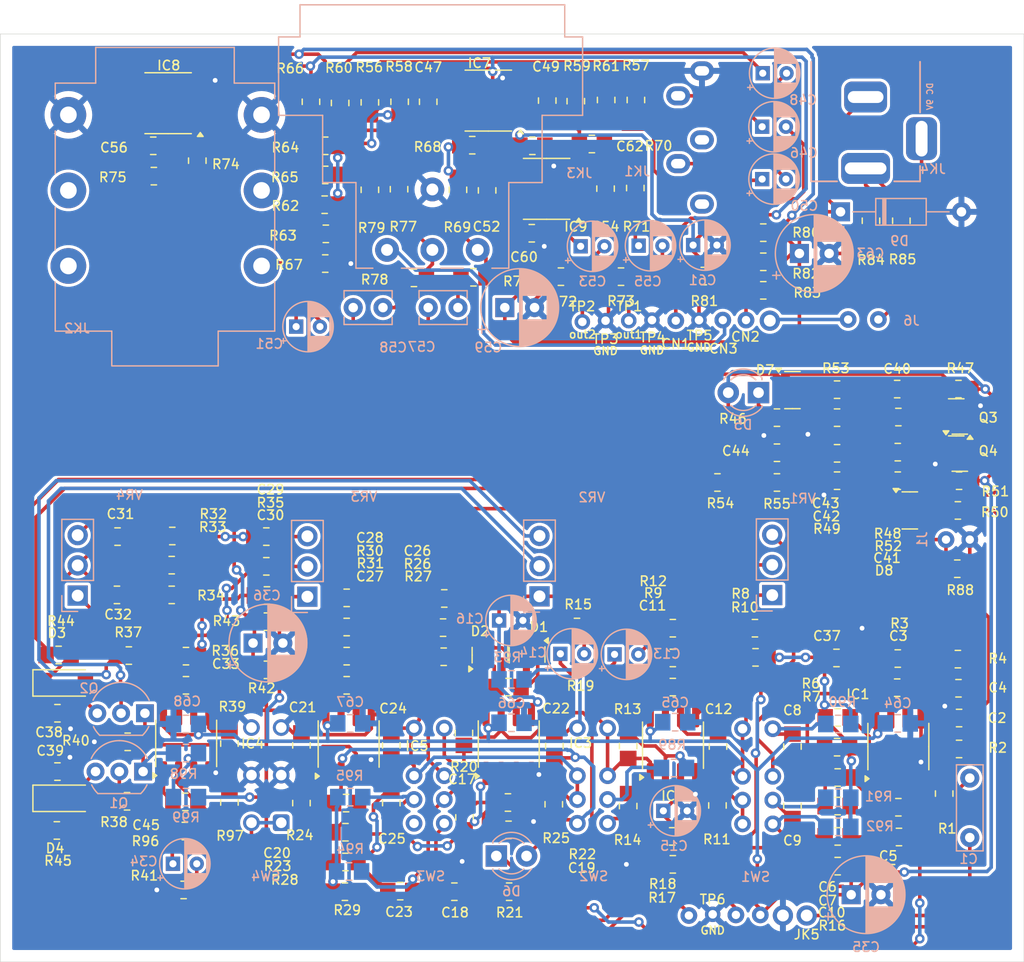
<source format=kicad_pcb>
(kicad_pcb (version 20240108) (generator "pcbnew") (generator_version "8.0")
  (layers (0 "F.Cu" signal) (31 "B.Cu" signal) (34 "B.Paste" user) (35 "F.Paste" user) (36 "B.SilkS" user "B.Silkscreen") (37 "F.SilkS" user "F.Silkscreen") (38 "B.Mask" user) (39 "F.Mask" user) (44 "Edge.Cuts" user))
  (net 0 "")
  (net 4 "Net-(D3-A)")
  (net 5 "Net-(D4-A)")
  (net 6 "Net-(J6--)")
  (net 7 "Net-(C6-Pad1)")
  (net 8 "Net-(C5-Pad2)")
  (net 9 "Net-(R8-Pad1)")
  (net 10 "Net-(SW1-Pad7)")
  (net 11 "Net-(IC2B--)")
  (net 12 "Net-(C11-Pad1)")
  (net 13 "Net-(IC2B-+)")
  (net 14 "Net-(C12-Pad2)")
  (net 15 "Net-(R11-Pad2)")
  (net 16 "Net-(C13-Pad2)")
  (net 17 "Net-(IC2A--)")
  (net 18 "Net-(R14-Pad2)")
  (net 19 "Net-(R89-Pad2)")
  (net 20 "Net-(IC2A-+)")
  (net 21 "Net-(C14-Pad1)")
  (net 22 "Net-(C14-Pad2)")
  (net 23 "Net-(D1-A)")
  (net 24 "Net-(D1-K)")
  (net 25 "Net-(D2-A)")
  (net 26 "Net-(C17-Pad2)")
  (net 27 "Net-(IC3A-+)")
  (net 28 "Net-(IC3A--)")
  (net 29 "Net-(IC5A--)")
  (net 30 "Net-(C22-Pad1)")
  (net 31 "Net-(C20-Pad2)")
  (net 32 "Net-(IC5A-+)")
  (net 33 "Net-(C25-Pad2)")
  (net 34 "Net-(C24-Pad1)")
  (net 35 "Net-(C23-Pad1)")
  (net 36 "ON")
  (net 37 "OFF")
  (net 38 "Net-(C1-Pad2)")
  (net 39 "Net-(C1-Pad1)")
  (net 40 "Net-(IC1B--)")
  (net 41 "Net-(C3-Pad1)")
  (net 42 "Net-(C4-Pad1)")
  (net 43 "GND")
  (net 44 "VCC")
  (net 45 "VB")
  (net 46 "Net-(C8-Pad1)")
  (net 47 "Net-(C9-Pad1)")
  (net 48 "Net-(IC1A-+)")
  (net 49 "Net-(C10-Pad2)")
  (net 50 "Net-(C10-Pad1)")
  (net 51 "Net-(C23-Pad2)")
  (net 52 "Net-(R29-Pad2)")
  (net 54 "Net-(C26-Pad2)")
  (net 55 "Net-(C26-Pad1)")
  (net 56 "Net-(IC5B--)")
  (net 57 "Net-(C27-Pad1)")
  (net 58 "Net-(C28-Pad1)")
  (net 59 "Net-(C29-Pad1)")
  (net 60 "Net-(C30-Pad2)")
  (net 61 "Net-(R35-Pad1)")
  (net 62 "Net-(IC4B--)")
  (net 63 "Net-(C30-Pad1)")
  (net 64 "Net-(C31-Pad1)")
  (net 65 "Net-(C31-Pad2)")
  (net 66 "Net-(C32-Pad1)")
  (net 67 "Net-(R37-Pad2)")
  (net 68 "Net-(Q1-D)")
  (net 69 "Net-(Q2-S)")
  (net 70 "Net-(IC4A--)")
  (net 71 "Net-(C34-Pad1)")
  (net 72 "Net-(C34-Pad2)")
  (net 73 "Net-(IC4A-+)")
  (net 74 "Net-(C18-Pad1)")
  (net 75 "Net-(J1-Pad2)")
  (net 76 "Net-(C42-Pad1)")
  (net 77 "Net-(Q3-B)")
  (net 78 "Net-(Q4-B)")
  (net 79 "Net-(D5-K)")
  (net 80 "Net-(D7-K)")
  (net 81 "Net-(D6-K)")
  (net 82 "Net-(D8-K)")
  (net 83 "Net-(D3-K)")
  (net 84 "Net-(D4-K)")
  (net 85 "Net-(C46-Pad1)")
  (net 86 "Net-(C50-Pad1)")
  (net 87 "Net-(C50-Pad2)")
  (net 88 "Net-(IC7A--)")
  (net 89 "Net-(C49-Pad1)")
  (net 90 "Net-(C48-Pad2)")
  (net 91 "Net-(C48-Pad1)")
  (net 92 "Net-(IC7B--)")
  (net 93 "Net-(C47-Pad1)")
  (net 94 "Net-(IC9B--)")
  (net 95 "Net-(C52-Pad1)")
  (net 96 "Net-(C53-Pad2)")
  (net 97 "Net-(IC9A--)")
  (net 98 "Net-(C54-Pad1)")
  (net 99 "Net-(C55-Pad2)")
  (net 100 "Net-(IC8A-+)")
  (net 101 "Net-(IC8B--)")
  (net 102 "Net-(C56-Pad1)")
  (net 103 "Net-(IC8A--)")
  (net 104 "Net-(C57-Pad1)")
  (net 105 "Net-(C58-Pad1)")
  (net 106 "Net-(JK3-Pad2)")
  (net 107 "Net-(JK3-Pad3)")
  (net 108 "Net-(C51-Pad1)")
  (net 109 "Net-(R63-Pad2)")
  (net 110 "Net-(C51-Pad2)")
  (net 111 "Net-(JK4-Pad1)")
  (net 112 "Net-(Q1-S)")
  (net 113 "VDD")
  (net 114 "Vr")
  (net 115 "Net-(J6-+)")
  (net 116 "BYPASS")
  (net 117 "Net-(C46-Pad2)")
  (net 118 "Net-(CN2-Pad1)")
  (net 119 "Net-(CN3-Pad1)")
  (net 120 "Net-(SW4A-A)")
  (footprint "myFoot:RC_0805_2012Metric_mxr" (layer "F.Cu") (at 27.35 23.5)
    (property "Reference" "C6")
    (property "Value" "22n")
  )
  (footprint "myFoot:RC_0805_2012Metric_mxr" (layer "F.Cu") (at -32.2 13.25 180)
    (property "Reference" "R37")
    (property "Value" "1k")
  )
  (footprint "myFoot:RC_0805_2012Metric_mxr" (layer "F.Cu") (at -38.2 18.1 180)
    (property "Reference" "C38")
    (property "Value" "10n")
  )
  (footprint "myFoot:RC_0805_2012Metric_mxr" (layer "F.Cu") (at -7.05 -33.3 90)
    (property "Reference" "C47")
    (property "Value" "33p")
  )
  (footprint "myFoot:RC_0805_2012Metric_mxr" (layer "F.Cu") (at 37.55 -1.45 180)
    (property "Reference" "R51")
    (property "Value" "56k")
  )
  (footprint "myFoot:RC_0805_2012Metric_mxr" (layer "F.Cu") (at -20.6 8.2)
    (property "Reference" "C30")
    (property "Value" "15n")
  )
  (footprint "myFoot:RC_0805_2012Metric_mxr" (layer "F.Cu") (at 27.35 18.45 180)
    (property "Reference" "R6")
    (property "Value" "2.2k")
  )
  (footprint "myFoot:RC_0805_2012Metric_mxr" (layer "F.Cu") (at -15.65 -22.2)
    (property "Reference" "R63")
    (property "Value" "1k")
  )
  (footprint "myFoot:RC_0805_2012Metric_mxr" (layer "F.Cu") (at 13.5 13.45 180)
    (property "Reference" "R9")
    (property "Value" "150k")
  )
  (footprint "myFoot:RC_0805_2012Metric_mxr" (layer "F.Cu") (at 9.15 -18.6 180)
    (property "Reference" "R73")
    (property "Value" "10k")
  )
  (footprint "myFoot:RC_0805_2012Metric_mxr" (layer "F.Cu") (at 9.75 25.9 -90)
    (property "Reference" "R14")
    (property "Value" "5.6k")
  )
  (footprint "myFoot:RC_0805_2012Metric_mxr" (layer "F.Cu") (at -20.65 3.25 180)
    (property "Reference" "C29")
    (property "Value" "15n")
  )
  (footprint "myFoot:RC_0805_2012Metric_mxr" (layer "F.Cu") (at 22.25 -1.3)
    (property "Reference" "R55")
    (property "Value" "100R")
  )
  (footprint "myFoot:RC_0805_2012Metric_mxr" (layer "F.Cu") (at -5.8 10.9 180)
    (property "Reference" "R26")
    (property "Value" "22k")
  )
  (footprint "Package_TO_SOT_SMD:SOT-23" (layer "F.Cu") (at 37.3125 -6.775 180)
    (property "Reference" "Q3")
    (property "Value" "BC850C")
  )
  (footprint "Package_TO_SOT_SMD:SOT-23" (layer "F.Cu") (at 33.4125 1.05)
    (property "Reference" "D8")
    (property "Value" "BZX84-B3V3")
  )
  (footprint "myFoot:RC_0805_2012Metric_mxr" (layer "F.Cu") (at 37.5 16)
    (property "Reference" "C4")
    (property "Value" "47n")
  )
  (footprint "myFoot:RC_0805_2012Metric_mxr" (layer "F.Cu") (at 7.9 -33.45 90)
    (property "Reference" "R61")
    (property "Value" "10k")
  )
  (footprint "Package_SO:SOIC-8_3.9x4.9mm_P1.27mm" (layer "F.Cu") (at -27.385 20.635 90)
    (property "Reference" "IC4")
    (property "Value" "TLC2262")
  )
  (footprint "myFoot:RC_0805_2012Metric_mxr" (layer "F.Cu") (at 27.35 25.9)
    (property "Reference" "C7")
    (property "Value" "22n")
  )
  (footprint "Package_SO:SOIC-8_3.9x4.9mm_P1.27mm" (layer "F.Cu") (at 32.45 20.9 90)
    (property "Reference" "IC1")
    (property "Value" "TLC2262")
  )
  (footprint "myFoot:RC_0805_2012Metric_mxr" (layer "F.Cu") (at -5.75 13.35)
    (property "Reference" "R27")
    (property "Value" "22k")
  )
  (footprint "myFoot:RC_0805_2012Metric_mxr" (layer "F.Cu") (at -16.9 -33.3 90)
    (property "Reference" "R66")
    (property "Value" "33k")
  )
  (footprint "myFoot:my_SmallestPad_0-72mmDrill" (layer "F.Cu") (at 15.7 -14.95)
    (property "Reference" "TP5")
    (property "Value" "GND")
  )
  (footprint "myFoot:RC_0805_2012Metric_mxr" (layer "F.Cu") (at 23.55 20.9 -90)
    (property "Reference" "C8")
    (property "Value" "10n")
  )
  (footprint "myFoot:RC_0805_2012Metric_mxr" (layer "F.Cu") (at 37.55 21.1)
    (property "Reference" "R2")
    (property "Value" "1M")
  )
  (footprint "myFoot:RC_0805_2012Metric_mxr" (layer "F.Cu") (at 27.3 -9.1 180)
    (property "Reference" "R53")
    (property "Value" "56k")
  )
  (footprint "myFoot:RC_0805_2012Metric_mxr" (layer "F.Cu") (at -30.15 -29.6)
    (property "Reference" "C56")
    (property "Value" "33p")
  )
  (footprint "myFoot:RC_0805_2012Metric_mxr" (layer "F.Cu") (at 13.5 15.9)
    (property "Reference" "C11")
    (property "Value" "220p")
  )
  (footprint "myFoot:RC_0805_2012Metric_mxr" (layer "F.Cu") (at 32.7 -23.3 -90)
    (property "Reference" "R85")
    (property "Value" "5.1R")
  )
  (footprint "myFoot:RC_0805_2012Metric_mxr" (layer "F.Cu") (at -30.1 -27.05 180)
    (property "Reference" "R75")
    (property "Value" "10k")
  )
  (footprint "myFoot:RC_0805_2012Metric_mxr" (layer "F.Cu") (at -0.35 25.6)
    (property "Reference" "R22")
    (property "Value" "33k")
  )
  (footprint "myFoot:RC_0805_2012Metric_mxr" (layer "F.Cu") (at 37.5 -9.15 180)
    (property "Reference" "R47")
    (property "Value" "56k")
  )
  (footprint "myFoot:RC_0805_2012Metric_mxr" (layer "F.Cu") (at 17.3 20.9 -90)
    (property "Reference" "C12")
    (property "Value" "22n")
  )
  (footprint "myFoot:RC_0805_2012Metric_mxr" (layer "F.Cu") (at 32.45 -6.8)
    (property "Reference" "R48")
    (property "Value" "100k")
  )
  (footprint "myFoot:RC_0805_2012Metric_mxr" (layer "F.Cu") (at -10.15 25.65 -90)
    (property "Reference" "C25")
    (property "Value" "4.7n")
  )
  (footprint "myFoot:RC_0805_2012Metric_mxr" (layer "F.Cu") (at 17.25 25.85 90)
    (property "Reference" "R11")
    (property "Value" "22k")
  )
  (footprint "myFoot:RC_0805_2012Metric_mxr" (layer "F.Cu") (at -0.25 33.1)
    (property "Reference" "R21")
    (property "Value" "10k")
  )
  (footprint "Package_TO_SOT_SMD:SOT-23" (layer "F.Cu") (at 23.55 -9.0625)
    (property "Reference" "D7")
    (property "Value" "BZX84-B3V3")
  )
  (footprint "myFoot:RC_0805_2012Metric_mxr" (layer "F.Cu") (at -33.15 3.25 180)
    (property "Reference" "C31")
    (property "Value" "15n")
  )
  (footprint "myFoot:RC_0805_2012Metric_mxr" (layer "F.Cu") (at 3.5 25.75 90)
    (property "Reference" "R25")
    (property "Value" "5.6k")
  )
  (footprint "myFoot:RC_0805_2012Metric_mxr" (layer "F.Cu") (at -17.7 25.65 90)
    (property "Reference" "R24")
    (property "Value" "33k")
  )
  (footprint "myFoot:RC_0805_2012Metric_mxr" (layer "F.Cu") (at -20.6 14.45)
    (property "Reference" "R42")
    (property "Value" "10k")
  )
  (footprint "myFoot:RC_0805_2012Metric_mxr" (layer "F.Cu") (at 32.4 13.5)
    (property "Reference" "R3")
    (property "Value" "100k")
  )
  (footprint "myFoot:RC_0805_2012Metric_mxr" (layer "F.Cu") (at -3.35 -29.65 180)
    (property "Reference" "R68")
    (property "Value" "10k")
  )
  (footprint "myFoot:RC_0805_2012Metric_mxr" (layer "F.Cu") (at -14 30.6 180)
    (property "Reference" "R28")
    (property "Value" "6.2k")
  )
  (footprint "myFoot:my_SmallestPad_0-72mmDrill" (layer "F.Cu") (at 16.85 35)
    (property "Reference" "TP6")
    (property "Value" "GND")
  )
  (footprint "Package_SO:SOIC-8_3.9x4.9mm_P1.27mm" (layer "F.Cu") (at -13.735 20.685 90)
    (property "Reference" "IC5")
    (property "Value" "TLC2262")
  )
  (footprint "Package_SO:SOIC-8_3.9x4.9mm_P1.27mm" (layer "F.Cu") (at 13.515 20.785 90)
    (property "Reference" "IC2")
    (property "Value" "TLC2262")
  )
  (footprint "myFoot:RC_0805_2012Metric_mxr" (layer "F.Cu") (at -38.25 27.95 180)
    (property "Reference" "R45")
    (property "Value" "1M")
  )
  (footprint "myFoot:RC_0805_2012Metric_mxr" (layer "F.Cu") (at 7.85 -26 90)
    (property "Reference" "C54")
    (property "Value" "33p")
  )
  (footprint "myFoot:RC_0805_2012Metric_mxr" (layer "F.Cu") (at -13.9 8.4 180)
    (property "Reference" "C28")
    (property "Value" "100n")
  )
  (footprint "myFoot:RC_0805_2012Metric_mxr" (layer "F.Cu") (at 32.35 -9.15 180)
    (property "Reference" "C40")
    (property "Value" "470p")
  )
  (footprint "myFoot:RC_0805_2012Metric_mxr" (layer "F.Cu") (at -5.7 8.45)
    (property "Reference" "C26")
    (property "Value" "100n")
  )
  (footprint "myFoot:RC_0805_2012Metric_mxr" (layer "F.Cu") (at -11.95 -25.9 90)
    (property "Reference" "R79")
    (property "Value" "100k")
  )
  (footprint "myFoot:RC_0805_2012Metric_mxr" (layer "F.Cu") (at 3.55 20.85 -90)
    (property "Reference" "C22")
    (property "Value" "2.2n")
  )
  (footprint "myFoot:my_SmallestPad_0-72mmDrill" (layer "F.Cu") (at 9.8 -14.9)
    (property "Reference" "TP1")
    (property "Value" "out1")
  )
  (footprint "myFoot:RC_0805_2012Metric_mxr" (layer "F.Cu") (at -4.05 19.75 -90)
    (property "Reference" "R20")
    (property "Value" "33k")
  )
  (footprint "myFoot:RC_0805_2012Metric_mxr" (layer "F.Cu") (at 13.5 10.95 180)
    (property "Reference" "R12")
    (property "Value" "22k")
  )
  (footprint "myFoot:RC_0805_2012Metric_mxr" (layer "F.Cu") (at -20.6 10.4)
    (property "Reference" "R43")
    (property "Value" "10k")
  )
  (footprint "myFoot:RC_0805_2012Metric_mxr" (layer "F.Cu") (at 32.45 26 180)
    (property "Reference" "C5")
    (property "Value" "22n")
  )
  (footprint "myFoot:my_conn" (layer "F.Cu") (at 19.65 -14.95 180)
    (property "Reference" "CN2")
    (property "Value" "vcc")
  )
  (footprint "myFoot:RC_0805_2012Metric_mxr" (layer "F.Cu") (at -27.4 15.75)
    (property "Reference" "C33")
    (property "Value" "33p")
  )
  (footprint "myFoot:RC_0805_2012Metric_mxr" (layer "F.Cu") (at 37.45 13.55)
    (property "Reference" "R4")
    (property "Value" "22k")
  )
  (footprint "Package_SO:SOIC-8_3.9x4.9mm_P1.27mm" (layer "F.Cu") (at 2.9 -25.98 180)
    (property "Reference" "IC9")
    (property "Value" "TS922")
  )
  (footprint "myFoot:RC_0805_2012Metric_mxr" (layer "F.Cu") (at 16.1 -18.65 180)
    (property "Reference" "R81")
    (property "Value" "10k")
  )
  (footprint "myFoot:RC_0805_2012Metric_mxr" (layer "F.Cu") (at -20.65 5.75 180)
    (property "Reference" "R35")
    (property "Value" "3.3k")
  )
  (footprint "Diode_SMD:D_MiniMELF" (layer "F.Cu") (at -37.6 25.25)
    (property "Reference" "D4")
    (property "Value" "?")
  )
  (footprint "myFoot:RC_0805_2012Metric_mxr" (layer "F.Cu") (at -32.35 25.5 180)
    (property "Reference" "R38")
    (property "Value" "10k")
  )
  (footprint "myFoot:RC_0805_2012Metric_mxr" (layer "F.Cu") (at 37.55 18.5)
    (property "Reference" "C2")
    (property "Value" "100n")
  )
  (footprint "myFoot:RC_0805_2012Metric_mxr" (layer "F.Cu") (at 1.7 -29.6 180)
    (property "Reference" "C62")
    (property "Value" "100n")
  )
  (footprint "myFoot:RC_0805_2012Metric_mxr" (layer "F.Cu") (at 22.25 -6.75)
    (property "Reference" "R46")
    (property "Value" "2.2k")
  )
  (footprint "Package_SO:SOIC-8_3.9x4.9mm_P1.27mm" (layer "F.Cu") (at -2 -33.4 180)
    (property "Reference" "IC7")
    (property "Value" "TLC2262")
  )
  (footprint "myFoot:RC_0805_2012Metric_mxr" (layer "F.Cu") (at -15.7 -19.7)
    (property "Reference" "R67")
    (property "Value" "100k")
  )
  (footprint "myFoot:RC_0805_2012Metric_mxr" (layer "F.Cu") (at -17.7 20.8 -90)
    (property "Reference" "C21")
    (property "Value" "1n")
  )
  (footprint "myFoot:RC_0805_2012Metric_mxr" (layer "F.Cu") (at 5.35 -33.35 90)
    (property "Reference" "R59")
    (property "Value" "10k")
  )
  (footprint "myFoot:RC_0805_2012Metric_mxr" (layer "F.Cu") (at 32.35 15.95)
    (property "Reference" "C3")
    (property "Value" "20p")
  )
  (footprint "myFoot:RC_0805_2012Metric_mxr" (layer "F.Cu") (at -32.3 20.5 180)
    (property "Reference" "R40")
    (property "Value" "Empty")
  )
  (footprint "Package_SO:SOIC-8_3.9x4.9mm_P1.27mm" (layer "F.Cu") (at -0.285 20.685 90)
    (property "Reference" "IC3")
    (property "Value" "TLC2262")
  )
  (footprint "myFoot:RC_0805_2012Metric_mxr" (layer "F.Cu") (at 6.7 -29.75)
    (property "Reference" "R70")
    (property "Value" "10k")
  )
  (footprint "myFoot:RC_0805_2012Metric_mxr" (layer "F.Cu") (at -14.45 -33.2 -90)
    (property "Reference" "R60")
    (property "Value" "10k")
  )
  (footprint "myFoot:RC_0805_2012Metric_mxr" (layer "F.Cu") (at 37.45 1.05 180)
    (property "Reference" "R50")
    (property "Value" "2.2k")
  )
  (footprint "myFoot:RC_0805_2012Metric_mxr" (layer "F.Cu") (at 22.25 -3.8)
    (property "Reference" "C44")
    (property "Value" "10n")
  )
  (footprint "myFoot:RC_0805_2012Metric_mxr" (layer "F.Cu") (at 17.25 -1.3)
    (property "Reference" "R54")
    (property "Value" "1M")
  )
  (footprint "myFoot:RC_0805_2012Metric_mxr" (layer "F.Cu") (at -0.3 15.9 180)
    (property "Reference" "R19")
    (property "Value" "220k")
  )
  (footprint "myFoot:my_SmallestPad_0-72mmDrill" (layer "F.Cu") (at 11.75 -14.95)
    (property "Reference" "TP4")
    (property "Value" "GND")
  )
  (footprint "myFoot:RC_0805_2012Metric_mxr" (layer "F.Cu") (at -4 26.85 90)
    (property "Reference" "C17")
    (property "Value" "10n")
  )
  (footprint "myFoot:RC_0805_2012Metric_mxr" (layer "F.Cu") (at -27.4 13.3 180)
    (property "Reference" "R36")
    (property "Value" "68k")
  )
  (footprint "myFoot:RC_0805_2012Metric_mxr" (layer "F.Cu") (at 27.3 -1.45 180)
    (property "Reference" "R49")
    (property "Value" "56k")
  )
  (footprint "myFoot:RC_0805_2012Metric_mxr" (layer "F.Cu") (at 2.95 -33.4 90)
    (property "Reference" "C49")
    (property "Value" "33p")
  )
  (footprint "myFoot:RC_0805_2012Metric_mxr" (layer "F.Cu") (at 32.4 -1.45)
    (property "Reference" "C41")
    (property "Value" "470p")
  )
  (footprint "myFoot:RC_0805_2012Metric_mxr" (layer "F.Cu") (at -9.5 -25.95 90)
    (property "Reference" "R77")
    (property "Value" "100k")
  )
  (footprint "myFoot:RC_0805_2012Metric_mxr" (layer "F.Cu") (at -14 28.1 180)
    (property "Reference" "R23")
    (property "Value" "33k")
  )
  (footprint "myFoot:RC_0805_2012Metric_mxr" (layer "F.Cu") (at 27.3 20.95 180)
    (property "Reference" "R7")
    (property "Value" "22k")
  )
  (footprint "myFoot:RC_0805_2012Metric_mxr" (layer "F.Cu") (at 27.3 -3.75)
    (property "Reference" "C42")
    (property "Value" "220p")
  )
  (footprint "myFoot:RC_0805_2012Metric_mxr" (layer "F.Cu") (at -27.45 25.55)
    (property "Reference" "C45")
    (property "Value" "33p")
  )
  (footprint "myFoot:RC_0805_2012Metric_mxr" (layer "F.Cu") (at -9.4 33.05)
    (property "Reference" "C23")
    (property "Value" "22n")
  )
  (footprint "myFoot:my_SmallestPad_0-72mmDrill" (layer "F.Cu") (at 7.85 -14.9)
    (property "Reference" "TP3")
    (property "Value" "GND")
  )
  (footprint "myFoot:RC_0805_2012Metric_mxr" (layer "F.Cu") (at 1.65 -22.25 180)
    (property "Reference" "C60")
    (property "Value" "100n")
  )
  (footprint "myFoot:RC_0805_2012Metric_mxr" (layer "F.Cu") (at 9.75 20.85 -90)
    (property "Reference" "R13")
    (property "Value" "82k")
  )
  (footprint "myFoot:my_SmallestPad_0-72mmDrill" (layer "F.Cu") (at 5.9 -14.8)
    (property "Reference" "TP2")
    (property "Value" "out2")
  )
  (footprint "myFoot:RC_0805_2012Metric_mxr" (layer "F.Cu") (at -4.85 33.1 180)
    (property "Reference" "C18")
    (property "Value" "22n")
  )
  (footprint "Package_TO_SOT_SMD:SOT-23" (layer "F.Cu") (at 1.2 13.1625 -90)
    (property "Reference" "D1")
    (property "Value" "BZX84-B3V3")
  )
  (footprint "myFoot:RC_0805_2012Metric_mxr" (layer "F.Cu") (at 21.1 -17.45)
    (property "Reference" "R83")
    (property "Value" "47R")
  )
  (footprint "myFoot:RC_0805_2012Metric_mxr" (layer "F.Cu") (at -26.45 -28.35 -90)
    (property "Reference" "R74")
    (property "Value" "10k")
  )
  (footprint "myFoot:RC_0805_2012Metric_mxr" (layer "F.Cu") (at -28.6 5.65)
    (property "Reference" "R33")
    (property "Value" "10k")
  )
  (footprint "myFoot:RC_0805_2012Metric_mxr" (layer "F.Cu") (at 36.3 24.85 90)
    (property "Reference" "R1")
    (property "Value" "10k")
  )
  (footprint "myFoot:RC_0805_2012Metric_mxr" (layer "F.Cu") (at -38.2 23 180)
    (property "Reference" "C39")
    (property "Value" "10n")
  )
  (footprint "myFoot:RC_0805_2012Metric_mxr" (layer "F.Cu") (at 27.35 28.45)
    (property "Reference" "C10")
    (property "Value" "22n")
  )
  (footprint "Package_TO_SOT_SMD:SOT-23" (layer "F.Cu") (at 37.6125 -3.8)
    (property "Reference" "Q4")
    (property "Value" "BC850C")
  )
  (footprint "myFoot:RC_0805_2012Metric_mxr" (layer "F.Cu") (at -13.9 15.75)
    (property "Reference" "C27")
    (property "Value" "33p")
  )
  (footprint "myFoot:RC_0805_2012Metric_mxr" (layer "F.Cu") (at 13.45 28.45)
    (property "Reference" "R18")
    (property "Value" "220k")
  )
  (footprint "myFoot:RC_0805_2012Metric_mxr" (layer "F.Cu") (at -10.15 20.8 -90)
    (property "Reference" "C24")
    (property "Value" "4.7n")
  )
  (footprint "myFoot:RC_0805_2012Metric_mxr" (layer "F.Cu") (at -23.75 25.6 -90)
    (property "Reference" "R97")
    (property "Value" "2.2k")
  )
  (footprint "Package_SO:SOIC-8_3.9x4.9mm_P1.27mm" (layer "F.Cu") (at -28.9 -33.18 180)
    (property "Reference" "IC8")
    (property "Value" "TLC2262")
  )
  (footprint "myFoot:RC_0805_2012Metric_mxr" (layer "F.Cu") (at -28.6 8.15 180)
    (property "Reference" "R34")
    (property "Value" "10k")
  )
  (footprint "myFoot:RC_0805_2012Metric_mxr" (layer "F.Cu") (at -23.75 20.65 90)
    (property "Reference" "R39")
    (property "Value" "1M")
  )
  (footprint "myFoot:RC_0805_2012Metric_mxr" (layer "F.Cu") (at 32.5 28.5 180)
    (property "Reference" "R5")
    (property "Value" "56k")
  )
  (footprint "myFoot:RC_0805_2012Metric_mxr" (layer "F.Cu") (at 10.4 -33.45 -90)
    (property "Reference" "R57")
    (property "Value" "10k")
  )
  (footprint "myFoot:RC_0805_2012Metric_mxr" (layer "F.Cu") (at -2.1 -25.85 90)
    (property "Reference" "C52")
    (property "Value" "33p")
  )
  (footprint "myFoot:RC_0805_2012Metric_mxr" (layer "F.Cu") (at -13.95 25.65)
    (property "Reference" "C20")
    (property "Value" "2.2n")
  )
  (footprint "myFoot:RC_0805_2012Metric_mxr" (layer "F.Cu") (at -4.55 -25.9 -90)
    (property "Reference" "R69")
    (property "Value" "22k")
  )
  (footprint "myFoot:my_conn" (layer "F.Cu") (at 17.7 -14.95 180)
    (property "Reference" "CN3")
    (property "Value" "xlr")
  )
  (footprint "myFoot:RC_0805_2012Metric_mxr" (layer "F.Cu") (at -13.9 10.85 180)
    (property "Reference" "R30")
    (property "Value" "47k")
  )
  (footprint "myFoot:RC_0805_2012Metric_mxr" (layer "F.Cu") (at -0.3 27.9 180)
    (property "Reference" "C19")
    (property "Value" "470p")
  )
  (footprint "myFoot:RC_0805_2012Metric_mxr" (layer "F.Cu") (at 20.4 10.95)
    (property "Reference" "R8")
    (property "Value" "3.3k")
  )
  (footprint "myFoot:RC_0805_2012Metric_mxr" (layer "F.Cu") (at -15.75 -24.65 180)
    (property "Reference" "R62")
    (property "Value" "1k")
  )
  (footprint "myFoot:RC_0805_2012Metric_mxr" (layer "F.Cu") (at 13.5 30.8 180)
    (property "Reference" "R17")
    (property "Value" "270k")
  )
  (footprint "myFoot:RC_0805_2012Metric_mxr" (layer "F.Cu") (at -27.6 32.95 180)
    (property "Reference" "R41")
    (property "Value" "100k")
  )
  (footprint "myFoot:RC_0805_2012Metric_mxr" (layer "F.Cu") (at -14.05 33.1)
    (property "Reference" "R29")
    (property "Value" "22k")
  )
  (footprint "myFoot:RC_0805_2012Metric_mxr" (layer "F.Cu") (at 21.1 -19.85)
    (property "Reference" "R82")
    (property "Value" "47R")
  )
  (footprint "Diode_SMD:D_MiniMELF" (layer "F.Cu") (at -37.6 15.55)
    (property "Reference" "D3")
    (property "Value" "?")
  )
  (footprint "myFoot:RC_0805_2012Metric_mxr" (layer "F.Cu") (at -9.45 -33.3 -90)
    (property "Reference" "R58")
    (property "Value" "10k")
  )
  (footprint "myFoot:my_conn" (layer "F.Cu") (at 13.75 -14.9 180)
    (property "Reference" "CN1")
    (property "Value" "out")
  )
  (footprint "myFoot:RC_0805_2012Metric_mxr" (layer "F.Cu") (at 5.45 10.85 180)
    (property "Reference" "R15")
    (property "Value" "22k")
  )
  (footprint "myFoot:RC_0805_2012Metric_mxr" (layer "F.Cu") (at 27.35 30.95)
    (property "Reference" "R16")
    (property "Value" "100k")
  )
  (footprint "myFoot:RC_0805_2012Metric_mxr" (layer "F.Cu") (at 27.25 13.45 180)
    (property "Reference" "C37")
    (property "Value" "100n")
  )
  (footprint "myFoot:RC_0805_2012Metric_mxr" (layer "F.Cu") (at -3.25 -18.55)
    (property "Reference" "R76")
    (property "Value" "100R")
  )
  (footprint "myFoot:RC_0805_2012Metric_mxr" (layer "F.Cu") (at -13.9 13.3 180)
    (property "Reference" "R31")
    (property "Value" "56k")
  )
  (footprint "myFoot:RC_0805_2012Metric_mxr" (layer "F.Cu") (at -28.55 3.2 180)
    (property "Reference" "R32")
    (property "Value" "10k")
  )
  (footprint "myFoot:RC_0805_2012Metric_mxr" (layer "F.Cu") (at -27.5 28 180)
    (property "Reference" "R96")
    (property "Value" "33k")
  )
  (footprint "myFoot:RC_0805_2012Metric_mxr" (layer "F.Cu") (at 21.1 -22.3)
    (property "Reference" "R80")
    (property "Value" "10k")
  )
  (footprint "myFoot:RC_0805_2012Metric_mxr" (layer "F.Cu") (at 20.45 13.4)
    (property "Reference" "R10")
    (property "Value" "22k")
  )
  (footprint "myFoot:RC_0805_2012Metric_mxr" (layer "F.Cu") (at -38.1 13.2)
    (property "Reference" "R44")
    (property "Value" "1M")
  )
  (footprint "myFoot:RC_0805_2012Metric_mxr" (layer "F.Cu") (at -15.7 -27.15)
    (property "Reference" "R65")
    (property "Value" "22k")
  )
  (footprint "myFoot:RC_0805_2012Metric_mxr" (layer "F.Cu") (at 27.3 -6.75)
    (property "Reference" "C43")
    (property "Value" "220p")
  )
  (footprint "myFoot:RC_0805_2012Metric_mxr" (layer "F.Cu") (at -11.95 -33.25 90)
    (property "Reference" "R56")
    (property "Value" "10k")
  )
  (footprint "Connector_PinHeader_2.54mm:PinHeader_1x03_P2.54mm_Vertical" (layer "F.Cu") (at 24.75 35.1 180)
    (property "Reference" "JK5")
    (property "Value" "Input")
  )
  (footprint "myFoot:RC_0805_2012Metric_mxr" (layer "F.Cu") (at 30.15 -23.3 -90)
    (property "Reference" "R84")
    (property "Value" "5.1R")
  )
  (footprint "Package_TO_SOT_SMD:SOT-23" (layer "F.Cu") (at -1.8 13.2125 90)
    (property "Reference" "D2")
    (property "Value" "BZX84-B3V3")
  )
  (footprint "myFoot:RC_0805_2012Metric_mxr" (layer "F.Cu") (at -8.25 -18.5)
    (property "Reference" "R78")
    (property "Value" "100R")
  )
  (footprint "myFoot:RC_0805_2012Metric_mxr" (layer "F.Cu") (at -33.2 8.15 180)
    (property "Reference" "C32")
    (property "Value" "15n")
  )
  (footprint "myFoot:RC_0805_2012Metric_mxr" (layer "F.Cu") (at 37.4 5.95)
    (property "Reference" "R88")
    (property "Value" "1M")
  )
  (footprint "myFoot:RC_0805_2012Metric_mxr" (layer "F.Cu") (at 23.55 25.9 90)
    (property "Reference" "C9")
    (property "Value" "2.2n")
  )
  (footprint "myFoot:RC_0805_2012Metric_mxr" (layer "F.Cu") (at 4.1 -18.6 180)
    (property "Reference" "R72")
    (property "Value" "10k")
  )
  (footprint "myFoot:RC_0805_2012Metric_mxr" (layer "F.Cu") (at 32.4 -3.85 180)
    (property "Reference" "R52")
    (property "Value" "100k")
  )
  (footprint "myFoot:RC_0805_2012Metric_mxr" (layer "F.Cu") (at -15.7 -29.6 180)
    (property "Reference" "R64")
    (property "Value" "22k")
  )
  (footprint "myFoot:RC_0805_2012Metric_mxr" (layer "F.Cu") (at 10.35 -26.05 -90)
    (property "Reference" "R71")
    (property "Value" "22k")
  )
  (footprint "myFoot:my_conn" (layer "B.Cu") (at 38.45 3.5 -90)
    (property "Reference" "J1")
    (property "Value" "BYPASS")
  )
  (footprint "Connector_PinHeader_2.54mm:PinHeader_2x04_P2.54mm_Vertical" (layer "B.Cu") (at -8.24 27.35)
    (property "Reference" "SW3")
    (property "Value" "Mic" (hide yes))
  )
  (footprint "Package_TO_SOT_THT:TO-92_Inline_Wide" (layer "B.Cu") (at -32.85 18.1 180)
    (property "Reference" "Q2")
    (property "Value" "PF5102")
  )
  (footprint "Capacitor_THT:CP_Radial_D6.3mm_P2.50mm" (layer "B.Cu") (at -21.76476 12.2)
    (property "Reference" "C36")
    (property "Value" "220u")
  )
  (footprint "Capacitor_THT:CP_Radial_D4.0mm_P2.00mm" (layer "B.Cu") (at 4.0548 13.1)
    (property "Reference" "C14")
    (property "Value" "2.2u")
  )
  (footprint "Capacitor_THT:CP_Radial_D4.0mm_P2.00mm" (layer "B.Cu") (at 21.0548 -35.7)
    (property "Reference" "C48")
    (property "Value" "10u")
  )
  (footprint "Capacitor_THT:CP_Radial_D4.0mm_P2.00mm" (layer "B.Cu") (at 10.6274 -21.2)
    (property "Reference" "C55")
    (property "Value" "47u")
  )
  (footprint "Connector_PinHeader_2.54mm:PinHeader_1x03_P2.54mm_Vertical" (layer "B.Cu") (at 15.95 -35.9)
    (property "Reference" "JK1")
    (property "Value" "AUX IN" (hide yes))
  )
  (footprint "myFoot:RC_0805_2012Metric_mxr" (layer "B.Cu") (at 27.4 25.2 180)
    (property "Reference" "R91")
    (property "Value" "10M")
  )
  (footprint "Connector_PinHeader_2.54mm:PinHeader_1x03_P2.54mm_Vertical" (layer "B.Cu") (at -17.2 8.3)
    (property "Reference" "VR3")
    (property "Value" "B100k")
  )
  (footprint "Capacitor_THT:CP_Radial_D4.0mm_P2.00mm" (layer "B.Cu") (at 15.2048 -21.25)
    (property "Reference" "C61")
    (property "Value" "47u")
  )
  (footprint "Connector_PinHeader_2.54mm:PinHeader_2x04_P2.54mm_Vertical" (layer "B.Cu") (at 5.48 27.35)
    (property "Reference" "SW2")
    (property "Value" "Mode" (hide yes))
  )
  (footprint "myFoot:RC_0805_2012Metric_mxr" (layer "B.Cu") (at 27.4 19 180)
    (property "Reference" "R90")
    (property "Value" "10M")
  )
  (footprint "Capacitor_THT:C_Rect_L7.0mm_W2.0mm_P5.00mm" (layer "B.Cu") (at 38.45 23.55 -90)
    (property "Reference" "C1")
    (property "Value" "22n")
  )
  (footprint "Capacitor_THT:CP_Radial_D4.0mm_P2.00mm" (layer "B.Cu") (at 21.0048 -31.2)
    (property "Reference" "C46")
    (property "Value" "10u")
  )
  (footprint "Connector_PinHeader_2.54mm:PinHeader_1x03_P2.54mm_Vertical" (layer "B.Cu") (at 21.85 8.17)
    (property "Reference" "VR1")
    (property "Value" "B100k")
  )
  (footprint "Diode_THT:D_DO-35_SOD27_P10.16mm_Horizontal" (layer "B.Cu") (at 27.59 -24.05)
    (property "Reference" "D9")
    (property "Value" "1N4007")
  )
  (footprint "myFoot:RC_0805_2012Metric_mxr" (layer "B.Cu") (at -0.05 15.25 180)
    (property "Reference" "R93")
    (property "Value" "10M")
  )
  (footprint "myFoot:RC_0805_2012Metric_mxr" (layer "B.Cu") (at -27.4 25.15)
    (property "Reference" "R99")
    (property "Value" "47k")
  )
  (footprint "Capacitor_THT:CP_Radial_D4.0mm_P2.00mm" (layer "B.Cu") (at 8.6048 13.15)
    (property "Reference" "C13")
    (property "Value" "2.2u")
  )
  (footprint "Capacitor_THT:C_Disc_D3.8mm_W2.6mm_P2.50mm" (layer "B.Cu") (at -10.85 -16 180)
    (property "Reference" "C58")
    (property "Value" "10u")
  )
  (footprint "LED_THT:LED_D3.0mm" (layer "B.Cu") (at 20.7 -8.85 180)
    (property "Reference" "D5")
    (property "Value" "LED")
  )
  (footprint "myFoot:my_conn" (layer "B.Cu") (at 30.77 -15 -90)
    (property "Reference" "J6")
    (property "Value" "Battery")
  )
  (footprint "Connector_PinHeader_2.54mm:PinHeader_1x03_P2.54mm_Vertical" (layer "B.Cu") (at 2.3 8.27)
    (property "Reference" "VR2")
    (property "Value" "B100k")
  )
  (footprint "myFoot:RC_0805_2012Metric_mxr" (layer "B.Cu") (at 32.4 18.95 180)
    (property "Reference" "C64")
    (property "Value" "100n")
  )
  (footprint "Button_Switch_THT:SW_CK_JS202011CQN_DPDT_Straight" (layer "B.Cu") (at -19.4 27.3 90)
    (property "Reference" "SW4")
    (property "Value" "Gnd" (hide yes))
  )
  (footprint "myFoot:RC_0805_2012Metric_mxr" (layer "B.Cu") (at -27.4 21.45 180)
    (property "Reference" "R98")
    (property "Value" "Empty")
  )
  (footprint "Capacitor_THT:CP_Radial_D6.3mm_P2.50mm" (layer "B.Cu") (at -0.61476 -16)
    (property "Reference" "C59")
    (property "Value" "220u")
  )
  (footprint "Capacitor_THT:CP_Radial_D6.3mm_P2.50mm" (layer "B.Cu") (at 28.48524 33.35)
    (property "Reference" "C35")
    (property "Value" "220u")
  )
  (footprint "myFoot:RC_0805_2012Metric_mxr" (layer "B.Cu") (at 27.4 27.65 180)
    (property "Reference" "R92")
    (property "Value" "10M")
  )
  (footprint "Package_TO_SOT_THT:TO-92_Inline_Wide" (layer "B.Cu") (at -33 23 180)
    (property "Reference" "Q1")
    (property "Value" "PF5102")
  )
  (footprint "Capacitor_THT:CP_Radial_D4.0mm_P2.00mm" (layer "B.Cu") (at -18.1452 -14.4)
    (property "Reference" "C51")
    (property "Value" "47u")
  )
  (footprint "Capacitor_THT:CP_Radial_D4.0mm_P2.00mm" (layer "B.Cu") (at -1.0952 10.3)
    (property "Reference" "C16")
    (property "Value" "2.2u")
  )
  (footprint "Connector_PinHeader_2.54mm:PinHeader_1x03_P2.54mm_Vertical" (layer "B.Cu") (at -36.5 8.21)
    (property "Reference" "VR4")
    (property "Value" "B100k")
  )
  (footprint "myFoot:RC_0805_2012Metric_mxr" (layer "B.Cu") (at -27.4 19)
    (property "Reference" "C68")
    (property "Value" "100n")
  )
  (footprint "Capacitor_THT:CP_Radial_D6.3mm_P2.50mm" (layer "B.Cu") (at 24.13524 -20.55)
    (property "Reference" "C63")
    (property "Value" "220u")
  )
  (footprint "Connector_Audio:Jack_6.35mm_Neutrik_NMJ6HCD3_Horizontal" (layer "B.Cu") (at -21.05 -19.5 90)
    (property "Reference" "JK2")
    (property "Value" "OUTPUT")
  )
  (footprint "Capacitor_THT:CP_Radial_D4.0mm_P2.00mm" (layer "B.Cu") (at 5.7548 -21.15)
    (property "Reference" "C53")
    (property "Value" "47u")
  )
  (footprint "myFoot:RC_0805_2012Metric_mxr" (layer "B.Cu") (at -13.6 25.15 180)
    (property "Reference" "R95")
    (property "Value" "10M")
  )
  (footprint "myFoot:my_DC_Jack" (layer "B.Cu") (at 29.7 -41.2 -90)
    (property "Reference" "JK4")
    (property "Value" "DC 9V")
  )
  (footprint "Connector_Audio:Jack_XLR_Neutrik_NC3MAAH-0_Horizontal" (layer "B.Cu") (at -10.51 -20.85)
    (property "Reference" "JK3")
    (property "Value" "XLR OUTPUT")
  )
  (footprint "Capacitor_THT:CP_Radial_D4.0mm_P2.00mm" (layer "B.Cu") (at -28.4952 30.75)
    (property "Reference" "C34")
    (property "Value" "2.2u")
  )
  (footprint "Capacitor_THT:CP_Radial_D4.0mm_P2.00mm" (layer "B.Cu") (at 21.0048 -26.8)
    (property "Reference" "C50")
    (property "Value" "10u")
  )
  (footprint "myFoot:RC_0805_2012Metric_mxr" (layer "B.Cu") (at -0.05 18.9 180)
    (property "Reference" "C66")
    (property "Value" "100n")
  )
  (footprint "myFoot:RC_0805_2012Metric_mxr" (layer "B.Cu") (at 13.7 18.85 180)
    (property "Reference" "C65")
    (property "Value" "100n")
  )
  (footprint "Capacitor_THT:CP_Radial_D4.0mm_P2.00mm" (layer "B.Cu") (at 12.7048 26.3)
    (property "Reference" "C15")
    (property "Value" "2.2u")
  )
  (footprint "myFoot:RC_0805_2012Metric_mxr" (layer "B.Cu") (at -13.6 18.95 180)
    (property "Reference" "C67")
    (property "Value" "100n")
  )
  (footprint "myFoot:RC_0805_2012Metric_mxr" (layer "B.Cu") (at -13.7 31.4)
    (property "Reference" "R94")
    (property "Value" "10M")
  )
  (footprint "LED_THT:LED_D3.0mm" (layer "B.Cu") (at -1.325 30.1)
    (property "Reference" "D6")
    (property "Value" "LED")
  )
  (footprint "Capacitor_THT:C_Disc_D3.8mm_W2.6mm_P2.50mm" (layer "B.Cu") (at -4.55 -16 180)
    (property "Reference" "C57")
    (property "Value" "10u")
  )
  (footprint "myFoot:RC_0805_2012Metric_mxr" (layer "B.Cu") (at 13.6 22.7 180)
    (property "Reference" "R89")
    (property "Value" "22k")
  )
  (footprint "Connector_PinHeader_2.54mm:PinHeader_2x04_P2.54mm_Vertical" (layer "B.Cu") (at 19.36 27.4)
    (property "Reference" "SW1")
    (property "Value" "Amp" (hide yes))
  )
  (gr_rect (start -43 -39) (end 43 39) (stroke (width 0.05)) (fill none) (layer "Edge.Cuts"))
  (segment (start -35.85 17.1) (end -34.85 18.1) (width 0.3) (layer "F.Cu") (net 4))
  (segment (start -35.85 15.55) (end -35.85 17.1) (width 0.3) (layer "F.Cu") (net 4))
  (segment (start -35 23) (end -35 23.05) (width 0.3) (layer "F.Cu") (net 5))
  (segment (start -35.85 23.9) (end -35.85 25.25) (width 0.3) (layer "F.Cu") (net 5))
  (segment (start -35 23.05) (end -35.85 23.9) (width 0.3) (layer "F.Cu") (net 5))
  (segment (start 21.75 -15) (end 21.65 -14.9) (width 0.3) (layer "B.Cu") (net 6))
  (segment (start 28.23 -15) (end 21.75 -15) (width 0.3) (layer "B.Cu") (net 6))
  (segment (start 26.3 25.9) (end 26.3 23.5) (width 0.3) (layer "F.Cu") (net 7))
  (segment (start 26.3 21) (end 26.25 20.95) (width 0.3) (layer "F.Cu") (net 7))
  (segment (start 26.3 23.5) (end 26.3 21) (width 0.3) (layer "F.Cu") (net 7))
  (segment (start 30 20.05) (end 30 21.9) (width 0.3) (layer "F.Cu") (net 8))
  (segment (start 28.4 18.45) (end 30 20.05) (width 0.3) (layer "F.Cu") (net 8))
  (segment (start 28.4 23.5) (end 30.9 26) (width 0.3) (layer "F.Cu") (net 8))
  (segment (start 30.9 26) (end 31.4 26) (width 0.3) (layer "F.Cu") (net 8))
  (segment (start 30 21.9) (end 28.4 23.5) (width 0.3) (layer "F.Cu") (net 8))
  (segment (start 19.35 8.95) (end 19.35 10.95) (width 0.3) (layer "F.Cu") (net 9))
  (segment (start 21.85 8.17) (end 20.13 8.17) (width 0.3) (layer "F.Cu") (net 9))
  (segment (start 20.13 8.17) (end 19.35 8.95) (width 0.3) (layer "F.Cu") (net 9))
  (segment (start 21.85 17.55) (end 21.85 15.45) (width 0.3) (layer "F.Cu") (net 10))
  (segment (start 20.6 18.8) (end 21.85 17.55) (width 0.3) (layer "F.Cu") (net 10))
  (segment (start 21.9 21.55) (end 20.6 20.25) (width 0.3) (layer "F.Cu") (net 10))
  (segment (start 23.65 13.65) (end 23.65 4.95) (width 0.3) (layer "F.Cu") (net 10))
  (segment (start 23.3 4.6) (end 23.3 4.54) (width 0.3) (layer "F.Cu") (net 10))
  (segment (start 21.85 15.45) (end 23.65 13.65) (width 0.3) (layer "F.Cu") (net 10))
  (segment (start 20.6 20.25) (end 20.6 18.8) (width 0.3) (layer "F.Cu") (net 10))
  (segment (start 23.65 4.95) (end 23.3 4.6) (width 0.3) (layer "F.Cu") (net 10))
  (segment (start 23.3 4.54) (end 21.85 3.09) (width 0.3) (layer "F.Cu") (net 10))
  (segment (start 21.9 23.4) (end 21.9 21.55) (width 0.3) (layer "F.Cu") (net 10))
  (segment (start 14.15 16.95) (end 14.15 18.31) (width 0.3) (layer "F.Cu") (net 11))
  (segment (start 14.55 16.55) (end 14.15 16.95) (width 0.3) (layer "F.Cu") (net 11))
  (segment (start 14.715001 19.85) (end 17.3 19.85) (width 0.3) (layer "F.Cu") (net 11))
  (segment (start 14.15 19.284999) (end 14.715001 19.85) (width 0.3) (layer "F.Cu") (net 11))
  (segment (start 14.15 18.31) (end 14.15 19.284999) (width 0.3) (layer "F.Cu") (net 11))
  (segment (start 14.55 13.45) (end 14.55 15.9) (width 0.3) (layer "F.Cu") (net 11))
  (segment (start 14.55 15.9) (end 14.55 16.55) (width 0.3) (layer "F.Cu") (net 11))
  (segment (start 12.45 13.3) (end 12.45 13.45) (width 0.3) (layer "F.Cu") (net 12))
  (segment (start 12.45 13.45) (end 12.45 15.9) (width 0.3) (layer "F.Cu") (net 12))
  (segment (start 12.45 16.5) (end 12.45 15.9) (width 0.3) (layer "F.Cu") (net 12))
  (segment (start 12.88 18.31) (end 12.88 16.93) (width 0.3) (layer "F.Cu") (net 12))
  (segment (start 14.55 10.95) (end 14.55 11.2) (width 0.3) (layer "F.Cu") (net 12))
  (segment (start 14.55 11.2) (end 12.45 13.3) (width 0.3) (layer "F.Cu") (net 12))
  (segment (start 12.88 16.93) (end 12.45 16.5) (width 0.3) (layer "F.Cu") (net 12))
  (segment (start 17.85 7.75) (end 19.97 5.63) (width 0.3) (layer "F.Cu") (net 13))
  (segment (start 18.95 15.3) (end 17.85 14.2) (width 0.3) (layer "F.Cu") (net 13))
  (segment (start 19.97 5.63) (end 21.85 5.63) (width 0.3) (layer "F.Cu") (net 13))
  (segment (start 17.85 14.2) (end 17.85 7.75) (width 0.3) (layer "F.Cu") (net 13))
  (segment (start 15.88 17.85) (end 18.4 17.85) (width 0.3) (layer "F.Cu") (net 13))
  (segment (start 15.42 18.31) (end 15.88 17.85) (width 0.3) (layer "F.Cu") (net 13))
  (segment (start 18.4 17.85) (end 18.95 17.3) (width 0.3) (layer "F.Cu") (net 13))
  (segment (start 18.95 17.3) (end 18.95 15.3) (width 0.3) (layer "F.Cu") (net 13))
  (segment (start 19.4 14.15) (end 19.65 14.4) (width 0.3) (layer "F.Cu") (net 14))
  (segment (start 19.4 13.4) (end 19.4 14.15) (width 0.3) (layer "F.Cu") (net 14))
  (segment (start 18.9 23.4) (end 19.36 23.4) (width 0.3) (layer "F.Cu") (net 14))
  (segment (start 17.3 21.95) (end 17.8 22.45) (width 0.3) (layer "F.Cu") (net 14))
  (segment (start 17.95 22.45) (end 18.9 23.4) (width 0.3) (layer "F.Cu") (net 14))
  (segment (start 19.65 19.11) (end 19.36 19.4) (width 0.3) (layer "F.Cu") (net 14))
  (segment (start 17.8 22.45) (end 17.95 22.45) (width 0.3) (layer "F.Cu") (net 14))
  (segment (start 19.65 14.4) (end 19.65 19.11) (width 0.3) (layer "F.Cu") (net 14))
  (segment (start 19.36 23.4) (end 19.36 19.4) (width 0.3) (layer "F.Cu") (net 14))
  (segment (start 18.8 25.4) (end 19.36 25.4) (width 0.3) (layer "F.Cu") (net 15))
  (segment (start 17.25 24.8) (end 18.2 24.8) (width 0.3) (layer "F.Cu") (net 15))
  (segment (start 18.2 24.8) (end 18.8 25.4) (width 0.3) (layer "F.Cu") (net 15))
  (segment (start 19.36 25.4) (end 19.36 27.4) (width 0.3) (layer "F.Cu") (net 15))
  (segment (start 12.45 10.95) (end 12 11.4) (width 0.3) (layer "F.Cu") (net 16))
  (segment (start 12 11.7548) (end 10.6048 13.15) (width 0.3) (layer "F.Cu") (net 16))
  (segment (start 12 11.4) (end 12 11.7548) (width 0.3) (layer "F.Cu") (net 16))
  (segment (start 8.6048 13.8452) (end 8.1 14.35) (width 0.3) (layer "F.Cu") (net 17))
  (segment (start 10.85 24.85) (end 9.75 24.85) (width 0.3) (layer "F.Cu") (net 17))
  (segment (start 8.1 17.8) (end 8.3 18) (width 0.3) (layer "F.Cu") (net 17))
  (segment (start 12.88 21.68) (end 12.05 20.85) (width 0.3) (layer "F.Cu") (net 17))
  (segment (start 12.88 21.85) (end 12.88 21.68) (width 0.3) (layer "F.Cu") (net 17))
  (segment (start 11.95 25) (end 11.85 25.1) (width 0.3) (layer "F.Cu") (net 17))
  (segment (start 8.3 18) (end 8.4 18) (width 0.3) (layer "F.Cu") (net 17))
  (segment (start 12.88 23.26) (end 12.88 21.85) (width 0.3) (layer "F.Cu") (net 17))
  (segment (start 12.88 23.26) (end 12.88 24.32) (width 0.3) (layer "F.Cu") (net 17))
  (segment (start 10 19.8) (end 9.75 19.8) (width 0.3) (layer "F.Cu") (net 17))
  (segment (start 8.6048 13.15) (end 8.6048 13.8452) (width 0.3) (layer "F.Cu") (net 17))
  (segment (start 12.88 24.32) (end 12.2 25) (width 0.3) (layer "F.Cu") (net 17))
  (segment (start 12.2 25) (end 11.95 25) (width 0.3) (layer "F.Cu") (net 17))
  (segment (start 11.1 25.1) (end 10.85 24.85) (width 0.3) (layer "F.Cu") (net 17))
  (segment (start 14.101311 21.685001) (end 13.044999 21.685001) (width 0.3) (layer "F.Cu") (net 17))
  (segment (start 12.05 20.85) (end 11.05 20.85) (width 0.3) (layer "F.Cu") (net 17))
  (segment (start 9.75 19.35) (end 9.75 19.8) (width 0.3) (layer "F.Cu") (net 17))
  (segment (start 11.05 20.85) (end 10 19.8) (width 0.3) (layer "F.Cu") (net 17))
  (segment (start 11.85 25.1) (end 11.1 25.1) (width 0.3) (layer "F.Cu") (net 17))
  (segment (start 8.4 18) (end 9.75 19.35) (width 0.3) (layer "F.Cu") (net 17))
  (segment (start 8.1 14.35) (end 8.1 17.8) (width 0.3) (layer "F.Cu") (net 17))
  (segment (start 13.044999 21.685001) (end 12.88 21.85) (width 0.3) (layer "F.Cu") (net 17))
  (via (at 14.101311 21.685001) (size 0.8) (drill 0.4) (layers "F.Cu" "B.Cu") (net 17))
  (segment (start 14.65 22.23369) (end 14.101311 21.685001) (width 0.3) (layer "B.Cu") (net 17))
  (segment (start 14.65 22.7) (end 14.65 22.23369) (width 0.3) (layer "B.Cu") (net 17))
  (segment (start 8.42 26.95) (end 8.02 27.35) (width 0.3) (layer "F.Cu") (net 18))
  (segment (start 9.75 26.95) (end 8.42 26.95) (width 0.3) (layer "F.Cu") (net 18))
  (segment (start 9.65 24.95) (end 9.65 23.05) (width 0.3) (layer "B.Cu") (net 19))
  (segment (start 11.45 22.7) (end 12.55 22.7) (width 0.3) (layer "B.Cu") (net 19))
  (segment (start 9.65 23.05) (end 10.05 22.65) (width 0.3) (layer "B.Cu") (net 19))
  (segment (start 11.4 22.65) (end 11.45 22.7) (width 0.3) (layer "B.Cu") (net 19))
  (segment (start 8.02 25.35) (end 9.25 25.35) (width 0.3) (layer "B.Cu") (net 19))
  (segment (start 9.25 25.35) (end 9.65 24.95) (width 0.3) (layer "B.Cu") (net 19))
  (segment (start 10.05 22.65) (end 11.4 22.65) (width 0.3) (layer "B.Cu") (net 19))
  (segment (start 22.15 29.1) (end 21.8 29.45) (width 0.3) (layer "F.Cu") (net 20))
  (segment (start 12.7048 26.6548) (end 14.5 28.45) (width 0.3) (layer "F.Cu") (net 20))
  (segment (start 14.5 28.45) (end 14.5 30.75) (width 0.3) (layer "F.Cu") (net 20))
  (segment (start 25.4 30.05) (end 25.4 30) (width 0.3) (layer "F.Cu") (net 20))
  (segment (start 18.25 29.4) (end 17.3 28.45) (width 0.3) (layer "F.Cu") (net 20))
  (segment (start 26.3 30.95) (end 25.4 30.05) (width 0.3) (layer "F.Cu") (net 20))
  (segment (start 17.3 28.45) (end 14.5 28.45) (width 0.3) (layer "F.Cu") (net 20))
  (segment (start 25.35 30) (end 24.45 29.1) (width 0.3) (layer "F.Cu") (net 20))
  (segment (start 14.15 23.26) (end 14.15 24.8548) (width 0.3) (layer "F.Cu") (net 20))
  (segment (start 12.7048 26.3) (end 12.7048 26.6548) (width 0.3) (layer "F.Cu") (net 20))
  (segment (start 14.5 30.75) (end 14.55 30.8) (width 0.3) (layer "F.Cu") (net 20))
  (segment (start 21.75 29.4) (end 18.25 29.4) (width 0.3) (layer "F.Cu") (net 20))
  (segment (start 24.45 29.1) (end 22.15 29.1) (width 0.3) (layer "F.Cu") (net 20))
  (segment (start 21.8 29.45) (end 21.75 29.4) (width 0.3) (layer "F.Cu") (net 20))
  (segment (start 25.4 30) (end 25.35 30) (width 0.3) (layer "F.Cu") (net 20))
  (segment (start 14.15 24.8548) (end 12.7048 26.3) (width 0.3) (layer "F.Cu") (net 20))
  (segment (start 6.85 14.8) (end 4.95 14.8) (width 0.3) (layer "F.Cu") (net 21))
  (segment (start 9.75 21.9) (end 9.47 21.9) (width 0.3) (layer "F.Cu") (net 21))
  (segment (start 4.0548 13.9048) (end 4.0548 13.1) (width 0.3) (layer "F.Cu") (net 21))
  (segment (start 8.02 19.35) (end 8.02 23.35) (width 0.3) (layer "F.Cu") (net 21))
  (segment (start 9.47 21.9) (end 8.02 23.35) (width 0.3) (layer "F.Cu") (net 21))
  (segment (start 4.95 14.8) (end 4.0548 13.9048) (width 0.3) (layer "F.Cu") (net 21))
  (segment (start 11.3 21.9) (end 9.75 21.9) (width 0.3) (layer "F.Cu") (net 21))
  (segment (start 7.3 18.63) (end 7.3 15.25) (width 0.3) (layer "F.Cu") (net 21))
  (segment (start 11.61 22.21) (end 11.3 21.9) (width 0.3) (layer "F.Cu") (net 21))
  (segment (start 7.3 15.25) (end 6.85 14.8) (width 0.3) (layer "F.Cu") (net 21))
  (segment (start 11.61 23.26) (end 11.61 22.21) (width 0.3) (layer "F.Cu") (net 21))
  (segment (start 8.02 19.35) (end 7.3 18.63) (width 0.3) (layer "F.Cu") (net 21))
  (segment (start 6.5 11.75) (end 6.5 10.85) (width 0.3) (layer "F.Cu") (net 22))
  (segment (start 6.0548 13.1) (end 6.0548 12.1952) (width 0.3) (layer "F.Cu") (net 22))
  (segment (start 6.0548 12.1952) (end 6.5 11.75) (width 0.3) (layer "F.Cu") (net 22))
  (segment (start 0.75 16.8) (end 0.75 15.9) (width 0.3) (layer "F.Cu") (net 23))
  (segment (start 4.4 10.85) (end 3.525 10.85) (width 0.3) (layer "F.Cu") (net 23))
  (segment (start 3.525 10.85) (end 2.15 12.225) (width 0.3) (layer "F.Cu") (net 23))
  (segment (start 2.15 15) (end 1.25 15.9) (width 0.3) (layer "F.Cu") (net 23))
  (segment (start 0.35 17.2) (end 0.75 16.8) (width 0.3) (layer "F.Cu") (net 23))
  (segment (start 2.15 12.225) (end 2.15 15) (width 0.3) (layer "F.Cu") (net 23))
  (segment (start 0.35 18.21) (end 0.35 17.2) (width 0.3) (layer "F.Cu") (net 23))
  (segment (start 1.25 15.9) (end 0.75 15.9) (width 0.3) (layer "F.Cu") (net 23))
  (segment (start -1.8 12.275) (end -1.475 12.6) (width 0.3) (layer "F.Cu") (net 24))
  (segment (start 0.65 14.1) (end 1.2 14.1) (width 0.3) (layer "F.Cu") (net 24))
  (segment (start -1.475 12.6) (end -0.85 12.6) (width 0.3) (layer "F.Cu") (net 24))
  (segment (start -0.85 12.6) (end 0.65 14.1) (width 0.3) (layer "F.Cu") (net 24))
  (segment (start -1.5 14.15) (end -1.5 15.75) (width 0.3) (layer "F.Cu") (net 25))
  (segment (start 6.7 18.8) (end 6.7 28.2) (width 0.3) (layer "F.Cu") (net 25))
  (segment (start 5.95 18.05) (end 6.7 18.8) (width 0.3) (layer "F.Cu") (net 25))
  (segment (start -0.92 18.21) (end -0.92 19.53) (width 0.3) (layer "F.Cu") (net 25))
  (segment (start -1.35 16.65) (end -1.35 15.9) (width 0.3) (layer "F.Cu") (net 25))
  (segment (start -0.92 19.53) (end -0.3 20.15) (width 0.3) (layer "F.Cu") (net 25))
  (segment (start 7.25 28.75) (end 11.4 28.75) (width 0.3) (layer "F.Cu") (net 25))
  (segment (start 2.4 18.6) (end 2.95 18.05) (width 0.3) (layer "F.Cu") (net 25))
  (segment (start 2.95 18.05) (end 5.95 18.05) (width 0.3) (layer "F.Cu") (net 25))
  (segment (start -1.49 20.1) (end -0.92 19.53) (width 0.3) (layer "F.Cu") (net 25))
  (segment (start -1.5 15.75) (end -1.35 15.9) (width 0.3) (layer "F.Cu") (net 25))
  (segment (start 2.4 19.35) (end 2.4 18.6) (width 0.3) (layer "F.Cu") (net 25))
  (segment (start -2.75 14.15) (end -1.5 14.15) (width 0.3) (layer "F.Cu") (net 25))
  (segment (start 11.4 28.75) (end 11.7 28.45) (width 0.3) (layer "F.Cu") (net 25))
  (segment (start -0.3 20.15) (end 1.6 20.15) (width 0.3) (layer "F.Cu") (net 25))
  (segment (start 1.6 20.15) (end 2.4 19.35) (width 0.3) (layer "F.Cu") (net 25))
  (segment (start 6.7 28.2) (end 7.25 28.75) (width 0.3) (layer "F.Cu") (net 25))
  (segment (start -0.92 17.08) (end -1.35 16.65) (width 0.3) (layer "F.Cu") (net 25))
  (segment (start 11.7 28.45) (end 12.4 28.45) (width 0.3) (layer "F.Cu") (net 25))
  (segment (start -0.92 18.21) (end -0.92 17.08) (width 0.3) (layer "F.Cu") (net 25))
  (segment (start -2.65 20.1) (end -1.49 20.1) (width 0.3) (layer "F.Cu") (net 25))
  (segment (start -4.05 18.7) (end -2.65 20.1) (width 0.3) (layer "F.Cu") (net 25))
  (segment (start -2.4 27.6) (end -2.65 27.85) (width 0.3) (layer "F.Cu") (net 26))
  (segment (start -4.05 20.8) (end -4.05 25.75) (width 0.3) (layer "F.Cu") (net 26))
  (segment (start -0.4 31.5) (end 0.8 32.7) (width 0.3) (layer "F.Cu") (net 26))
  (segment (start -3.35 25.7) (end -3.05 25.7) (width 0.3) (layer "F.Cu") (net 26))
  (segment (start -1.65 31.45) (end -1.6 31.5) (width 0.3) (layer "F.Cu") (net 26))
  (segment (start -4.05 25.75) (end -4 25.8) (width 0.3) (layer "F.Cu") (net 26))
  (segment (start -2.65 31.275) (end -2.475 31.45) (width 0.3) (layer "F.Cu") (net 26))
  (segment (start -3.45 25.8) (end -3.35 25.7) (width 0.3) (layer "F.Cu") (net 26))
  (segment (start -2.4 26.6) (end -2.4 27.6) (width 0.3) (layer "F.Cu") (net 26))
  (segment (start -4 25.8) (end -3.45 25.8) (width 0.3) (layer "F.Cu") (net 26))
  (segment (start -2.95 25.6) (end -1.4 25.6) (width 0.3) (layer "F.Cu") (net 26))
  (segment (start -3.05 25.7) (end -2.95 25.6) (width 0.3) (layer "F.Cu") (net 26))
  (segment (start -2.65 27.85) (end -2.65 31.275) (width 0.3) (layer "F.Cu") (net 26))
  (segment (start -1.6 31.5) (end -0.4 31.5) (width 0.3) (layer "F.Cu") (net 26))
  (segment (start 0.8 32.7) (end 0.8 33.1) (width 0.3) (layer "F.Cu") (net 26))
  (segment (start -1.4 25.6) (end -2.4 26.6) (width 0.3) (layer "F.Cu") (net 26))
  (segment (start -2.475 31.45) (end -1.65 31.45) (width 0.3) (layer "F.Cu") (net 26))
  (segment (start 0.35 23.16) (end 0.35 24.55) (width 0.3) (layer "F.Cu") (net 27))
  (segment (start 0.7 26) (end -1.2 27.9) (width 0.3) (layer "F.Cu") (net 27))
  (segment (start 0.35 24.55) (end 0.7 24.9) (width 0.3) (layer "F.Cu") (net 27))
  (segment (start 0.7 25.6) (end 0.7 26) (width 0.3) (layer "F.Cu") (net 27))
  (segment (start -1.2 27.9) (end -1.35 27.9) (width 0.3) (layer "F.Cu") (net 27))
  (segment (start 0.7 24.9) (end 0.7 25.6) (width 0.3) (layer "F.Cu") (net 27))
  (segment (start -4.1 27.9) (end -5.45 29.25) (width 0.3) (layer "F.Cu") (net 28))
  (segment (start -3.15 27.2) (end -3.3 27.2) (width 0.3) (layer "F.Cu") (net 28))
  (segment (start -0.92 23.16) (end -2.19 23.16) (width 0.3) (layer "F.Cu") (net 28))
  (segment (start -3.3 27.2) (end -4 27.9) (width 0.3) (layer "F.Cu") (net 28))
  (segment (start -12.8 28.25) (end -12.95 28.1) (width 0.3) (layer "F.Cu") (net 28))
  (segment (start -8.95 28.25) (end -12.8 28.25) (width 0.3) (layer "F.Cu") (net 28))
  (segment (start -8.75 28.5) (end -8.75 28.45) (width 0.3) (layer "F.Cu") (net 28))
  (segment (start -7.95 29.3) (end -8.75 28.5) (width 0.3) (layer "F.Cu") (net 28))
  (segment (start -8.75 28.45) (end -8.95 28.25) (width 0.3) (layer "F.Cu") (net 28))
  (segment (start -2.19 23.79) (end -2.65 24.25) (width 0.3) (layer "F.Cu") (net 28))
  (segment (start -2.19 23.16) (end -2.19 23.79) (width 0.3) (layer "F.Cu") (net 28))
  (segment (start -4 27.9) (end -4.1 27.9) (width 0.3) (layer "F.Cu") (net 28))
  (via (at -3.15 27.2) (size 0.8) (drill 0.4) (layers "F.Cu" "B.Cu") (net 28))
  (via (at -7.95 29.3) (size 0.8) (drill 0.4) (layers "F.Cu" "B.Cu") (net 28))
  (via (at -5.45 29.25) (size 0.8) (drill 0.4) (layers "F.Cu" "B.Cu") (net 28))
  (via (at -2.65 24.25) (size 0.8) (drill 0.4) (layers "F.Cu" "B.Cu") (net 28))
  (segment (start -5.45 29.25) (end -7.9 29.25) (width 0.3) (layer "B.Cu") (net 28))
  (segment (start -7.9 29.25) (end -7.95 29.3) (width 0.3) (layer "B.Cu") (net 28))
  (segment (start -2.65 26.7) (end -3 27.05) (width 0.3) (layer "B.Cu") (net 28))
  (segment (start -2.65 24.25) (end -2.65 26.7) (width 0.3) (layer "B.Cu") (net 28))
  (segment (start -3 27.05) (end -3.15 27.2) (width 0.3) (layer "B.Cu") (net 28))
  (segment (start 5.25 21.85) (end 5.3 21.8) (width 0.3) (layer "F.Cu") (net 29))
  (segment (start -14.37 22.02) (end -14.25 21.9) (width 0.3) (layer "F.Cu") (net 29))
  (segment (start -14.37 23.16) (end -15.64 23.16) (width 0.3) (layer "F.Cu") (net 29))
  (segment (start 3.75 27.05) (end 5.18 27.05) (width 0.3) (layer "F.Cu") (net 29))
  (segment (start -14.37 23.16) (end -14.37 22.02) (width 0.3) (layer "F.Cu") (net 29))
  (segment (start 3.5 26.8) (end 3.75 27.05) (width 0.3) (layer "F.Cu") (net 29))
  (segment (start -15 25.1) (end -15 25.65) (width 0.3) (layer "F.Cu") (net 29))
  (segment (start 3.55 21.9) (end 4.25 21.9) (width 0.3) (layer "F.Cu") (net 29))
  (segment (start 5.18 27.05) (end 5.48 27.35) (width 0.3) (layer "F.Cu") (net 29))
  (segment (start 4.3 21.85) (end 5.25 21.85) (width 0.3) (layer "F.Cu") (net 29))
  (segment (start 4.25 21.9) (end 4.3 21.85) (width 0.3) (layer "F.Cu") (net 29))
  (segment (start -14.37 24.47) (end -15 25.1) (width 0.3) (layer "F.Cu") (net 29))
  (segment (start -14.37 23.16) (end -14.37 24.47) (width 0.3) (layer "F.Cu") (net 29))
  (via (at -14.25 21.9) (size 0.8) (drill 0.4) (layers "F.Cu" "B.Cu") (net 29))
  (via (at 5.3 21.8) (size 0.8) (drill 0.4) (layers "F.Cu" "B.Cu") (net 29))
  (segment (start 5.48 27.35) (end 6.33 26.5) (width 0.3) (layer "B.Cu") (net 29))
  (segment (start -13.55 21.15) (end 4.6 21.15) (width 0.3) (layer "B.Cu") (net 29))
  (segment (start -14.25 21.85) (end -13.55 21.15) (width 0.3) (layer "B.Cu") (net 29))
  (segment (start 4.9 21.2) (end 4.65 21.2) (width 0.3) (layer "B.Cu") (net 29))
  (segment (start 4.65 21.2) (end 4.6 21.15) (width 0.3) (layer "B.Cu") (net 29))
  (segment (start -14.25 21.85) (end -14.25 21.9) (width 0.3) (layer "B.Cu") (net 29))
  (segment (start 6.05 21.8) (end 5.3 21.8) (width 0.3) (layer "B.Cu") (net 29))
  (segment (start 6.85 22.6) (end 6.05 21.8) (width 0.3) (layer "B.Cu") (net 29))
  (segment (start 6.4 26.5) (end 6.85 26.05) (width 0.3) (layer "B.Cu") (net 29))
  (segment (start 6.33 26.5) (end 6.4 26.5) (width 0.3) (layer "B.Cu") (net 29))
  (segment (start 6.85 26.05) (end 6.85 22.6) (width 0.3) (layer "B.Cu") (net 29))
  (segment (start 5.3 21.8) (end 5.3 21.6) (width 0.3) (layer "B.Cu") (net 29))
  (segment (start 5.3 21.6) (end 4.9 21.2) (width 0.3) (layer "B.Cu") (net 29))
  (segment (start 3.55 19.8) (end 4.45 19.8) (width 0.3) (layer "F.Cu") (net 30))
  (segment (start 4.45 19.8) (end 4.9 19.35) (width 0.3) (layer "F.Cu") (net 30))
  (segment (start 4.9 19.35) (end 5.48 19.35) (width 0.3) (layer "F.Cu") (net 30))
  (segment (start 5 14.45) (end 5.7 15.15) (width 0.3) (layer "B.Cu") (net 30))
  (segment (start 2.15 14.45) (end 5 14.45) (width 0.3) (layer "B.Cu") (net 30))
  (segment (start 1.35 15.25) (end 2.15 14.45) (width 0.3) (layer "B.Cu") (net 30))
  (segment (start 5.7 15.15) (end 5.7 19.13) (width 0.3) (layer "B.Cu") (net 30))
  (segment (start 5.7 19.13) (end 5.48 19.35) (width 0.3) (layer "B.Cu") (net 30))
  (segment (start 1 15.25) (end 1.35 15.25) (width 0.3) (layer "B.Cu") (net 30))
  (segment (start -16.65 28.1) (end -17.7 27.05) (width 0.3) (layer "F.Cu") (net 31))
  (segment (start -17.7 27.05) (end -17.7 26.7) (width 0.3) (layer "F.Cu") (net 31))
  (segment (start -15.05 28.1) (end -12.9 25.95) (width 0.3) (layer "F.Cu") (net 31))
  (segment (start -15.05 28.1) (end -16.65 28.1) (width 0.3) (layer "F.Cu") (net 31))
  (segment (start -12.9 25.95) (end -12.9 25.65) (width 0.3) (layer "F.Cu") (net 31))
  (segment (start -13.1 21.5) (end -13.7 20.9) (width 0.3) (layer "F.Cu") (net 32))
  (segment (start -13.7 20.9) (end -15.9 20.9) (width 0.3) (layer "F.Cu") (net 32))
  (segment (start -16.85 21.85) (end -17.7 21.85) (width 0.3) (layer "F.Cu") (net 32))
  (segment (start -13.1 23.16) (end -13.1 21.5) (width 0.3) (layer "F.Cu") (net 32))
  (segment (start -17.7 24.6) (end -17.7 21.85) (width 0.3) (layer "F.Cu") (net 32))
  (segment (start -15.9 20.9) (end -16.85 21.85) (width 0.3) (layer "F.Cu") (net 32))
  (segment (start -8.8 25.35) (end -10.15 26.7) (width 0.3) (layer "F.Cu") (net 33))
  (segment (start -8.24 25.35) (end -8.8 25.35) (width 0.3) (layer "F.Cu") (net 33))
  (segment (start -8.24 25.35) (end -8.4 25.35) (width 0.3) (layer "B.Cu") (net 33))
  (segment (start -9.2 25.15) (end -12.55 25.15) (width 0.3) (layer "B.Cu") (net 33))
  (segment (start -9.15 25.1) (end -9.2 25.15) (width 0.3) (layer "B.Cu") (net 33))
  (segment (start -8.65 25.1) (end -9.15 25.1) (width 0.3) (layer "B.Cu") (net 33))
  (segment (start -8.4 25.35) (end -8.65 25.1) (width 0.3) (layer "B.Cu") (net 33))
  (segment (start -8.5 21.95) (end -8.5 19.61) (width 0.3) (layer "F.Cu") (net 34))
  (segment (start -8.5 19.61) (end -8.24 19.35) (width 0.3) (layer "F.Cu") (net 34))
  (segment (start 5.48 23.35) (end 5.48 25.35) (width 0.3) (layer "F.Cu") (net 34))
  (segment (start -6.8 13.35) (end -6.8 12.95) (width 0.3) (layer "F.Cu") (net 34))
  (segment (start -8.24 19.35) (end -9.75 19.35) (width 0.3) (layer "F.Cu") (net 34))
  (segment (start -8.45 22.3) (end -8.45 22) (width 0.3) (layer "F.Cu") (net 34))
  (segment (start -7.8 15.4) (end -7.8 18.65) (width 0.3) (layer "F.Cu") (net 34))
  (segment (start -8.45 22) (end -8.5 21.95) (width 0.3) (layer "F.Cu") (net 34))
  (segment (start -6.8 14.4) (end -7.8 15.4) (width 0.3) (layer "F.Cu") (net 34))
  (segment (start -9.75 19.35) (end -10.15 19.75) (width 0.3) (layer "F.Cu") (net 34))
  (segment (start 3.5 24.7) (end 4.2 24.7) (width 0.3) (layer "F.Cu") (net 34))
  (segment (start -6.8 13.35) (end -6.8 14.4) (width 0.3) (layer "F.Cu") (net 34))
  (segment (start -6.8 12.95) (end -4.75 10.9) (width 0.3) (layer "F.Cu") (net 34))
  (segment (start -7.8 18.65) (end -8.24 19.09) (width 0.3) (layer "F.Cu") (net 34))
  (segment (start 4.85 25.35) (end 5.48 25.35) (width 0.3) (layer "F.Cu") (net 34))
  (segment (start -8.24 23.35) (end -8.24 22.51) (width 0.3) (layer "F.Cu") (net 34))
  (segment (start 4.2 24.7) (end 4.85 25.35) (width 0.3) (layer "F.Cu") (net 34))
  (segment (start -8.24 19.09) (end -8.24 19.35) (width 0.3) (layer "F.Cu") (net 34))
  (segment (start -8.24 22.51) (end -8.45 22.3) (width 0.3) (layer "F.Cu") (net 34))
  (segment (start -7.3 22.55) (end -7.3 22.6) (width 0.3) (layer "B.Cu") (net 34))
  (segment (start 5.48 23.35) (end 5.48 23.18) (width 0.3) (layer "B.Cu") (net 34))
  (segment (start -6.55 21.8) (end -7.3 22.55) (width 0.3) (layer "B.Cu") (net 34))
  (segment (start -8.05 23.35) (end -8.24 23.35) (width 0.3) (layer "B.Cu") (net 34))
  (segment (start 5.48 23.18) (end 4.1 21.8) (width 0.3) (layer "B.Cu") (net 34))
  (segment (start 4.1 21.8) (end -6.55 21.8) (width 0.3) (layer "B.Cu") (net 34))
  (segment (start -7.3 22.6) (end -8.05 23.35) (width 0.3) (layer "B.Cu") (net 34))
  (segment (start -11.3 32.4) (end -11.1 32.4) (width 0.3) (layer "F.Cu") (net 35))
  (segment (start -12.1 30.15) (end -12.5 30.15) (width 0.3) (layer "F.Cu") (net 35))
  (segment (start -11.65 25.8) (end -11.65 26.8) (width 0.3) (layer "F.Cu") (net 35))
  (segment (start -11.65 25.8) (end -10.45 24.6) (width 0.3) (layer "F.Cu") (net 35))
  (segment (start -12.95 30.7) (end -11.3 32.35) (width 0.3) (layer "F.Cu") (net 35))
  (segment (start -10.15 24.6) (end -10.45 24.6) (width 0.3) (layer "F.Cu") (net 35))
  (segment (start -12.95 30.6) (end -12.95 30.7) (width 0.3) (layer "F.Cu") (net 35))
  (segment (start -11.3 32.35) (end -11.3 32.4) (width 0.3) (layer "F.Cu") (net 35))
  (segment (start -11.35 29.35) (end -12.1 30.1) (width 0.3) (layer "F.Cu") (net 35))
  (segment (start -10.15 24.6) (end -10.15 21.85) (width 0.3) (layer "F.Cu") (net 35))
  (segment (start -12.5 30.15) (end -12.95 30.6) (width 0.3) (layer "F.Cu") (net 35))
  (segment (start -11.1 32.4) (end -10.45 33.05) (width 0.3) (layer "F.Cu") (net 35))
  (segment (start -12.1 30.1) (end -12.1 30.15) (width 0.3) (layer "F.Cu") (net 35))
  (via (at -11.65 26.8) (size 0.8) (drill 0.4) (layers "F.Cu" "B.Cu") (net 35))
  (via (at -11.35 29.35) (size 0.8) (drill 0.4) (layers "F.Cu" "B.Cu") (net 35))
  (segment (start -11.65 26.8) (end -11.65 26.85) (width 0.3) (layer "B.Cu") (net 35))
  (segment (start -11.35 27.15) (end -11.35 29.35) (width 0.3) (layer "B.Cu") (net 35))
  (segment (start -11.65 26.85) (end -11.35 27.15) (width 0.3) (layer "B.Cu") (net 35))
  (segment (start 33.5 -6.8) (end 36.35 -6.8) (width 0.3) (layer "F.Cu") (net 36))
  (segment (start 36.1 -10.4) (end 23.25 -10.4) (width 0.3) (layer "F.Cu") (net 36))
  (segment (start 33.4 -9.15) (end 33.4 -6.9) (width 0.3) (layer "F.Cu") (net 36))
  (segment (start -40 11.8) (end -40 1.6) (width 0.3) (layer "F.Cu") (net 36))
  (segment (start -39.15 12.65) (end -40 11.8) (width 0.3) (layer "F.Cu") (net 36))
  (segment (start 36.45 -10.05) (end 36.1 -10.4) (width 0.3) (layer "F.Cu") (net 36))
  (segment (start 23.25 -10.4) (end 22.725 -10.4) (width 0.3) (layer "F.Cu") (net 36))
  (segment (start 16.65 -10.4) (end 22.225 -10.4) (width 0.3) (layer "F.Cu") (net 36))
  (segment (start 16.2 -9.95) (end 16.65 -10.4) (width 0.3) (layer "F.Cu") (net 36))
  (segment (start 33.4 -6.9) (end 33.5 -6.8) (width 0.3) (layer "F.Cu") (net 36))
  (segment (start 13.2 -0.8) (end 16.2 -3.8) (width 0.3) (layer "F.Cu") (net 36))
  (segment (start -37.6 -0.8) (end 13.2 -0.8) (width 0.3) (layer "F.Cu") (net 36))
  (segment (start -39.15 13.2) (end -39.15 12.65) (width 0.3) (layer "F.Cu") (net 36))
  (segment (start 36.45 -9.15) (end 36.45 -10.05) (width 0.3) (layer "F.Cu") (net 36))
  (segment (start 22.6125 -10.0125) (end 23 -10.4) (width 0.3) (layer "F.Cu") (net 36))
  (segment (start 36.45 -6.85) (end 36.375 -6.775) (width 0.3) (layer "F.Cu") (net 36))
  (segment (start 16.2 -3.8) (end 16.2 -9.95) (width 0.3) (layer "F.Cu") (net 36))
  (segment (start 23 -10.4) (end 23.25 -10.4) (width 0.3) (layer "F.Cu") (net 36))
  (segment (start 36.45 -9.15) (end 36.45 -6.85) (width 0.3) (layer "F.Cu") (net 36))
  (segment (start -40 1.6) (end -37.6 -0.8) (width 0.3) (layer "F.Cu") (net 36))
  (segment (start 22.225 -10.4) (end 22.6125 -10.0125) (width 0.3) (layer "F.Cu") (net 36))
  (segment (start 36.35 -6.8) (end 36.375 -6.775) (width 0.3) (layer "F.Cu") (net 36))
  (segment (start -39.3 27.95) (end -40.8 26.45) (width 0.3) (layer "F.Cu") (net 37))
  (segment (start -40.8 26.45) (end -40.8 1.15) (width 0.3) (layer "F.Cu") (net 37))
  (segment (start 40.3 -0.25) (end 37.7 -0.25) (width 0.3) (layer "F.Cu") (net 37))
  (segment (start 39.8 -11.2) (end 39.85 -11.25) (width 0.3) (layer "F.Cu") (net 37))
  (segment (start 33.2 0.1) (end 33.45 -0.15) (width 0.3) (layer "F.Cu") (net 37))
  (segment (start 15.45 -10.35) (end 16.3 -11.2) (width 0.3) (layer "F.Cu") (net 37))
  (segment (start 33.45 -1.45) (end 33.45 -3.85) (width 0.3) (layer "F.Cu") (net 37))
  (segment (start 40.15 -11.25) (end 41.1 -10.3) (width 0.3) (layer "F.Cu") (net 37))
  (segment (start 16.3 -11.2) (end 39.8 -11.2) (width 0.3) (layer "F.Cu") (net 37))
  (segment (start 41.1 -1.05) (end 40.3 -0.25) (width 0.3) (layer "F.Cu") (net 37))
  (segment (start 38.55 -3.8) (end 38.55 -3.276238) (width 0.3) (layer "F.Cu") (net 37))
  (segment (start 15.45 -4.35) (end 15.45 -10.35) (width 0.3) (layer "F.Cu") (net 37))
  (segment (start 41.1 -10.3) (end 41.1 -1.05) (width 0.3) (layer "F.Cu") (net 37))
  (segment (start -38.1 -1.55) (end 12.65 -1.55) (width 0.3) (layer "F.Cu") (net 37))
  (segment (start 36.5 -1.45) (end 33.45 -1.45) (width 0.3) (layer "F.Cu") (net 37))
  (segment (start -40.8 1.15) (end -38.1 -1.55) (width 0.3) (layer "F.Cu") (net 37))
  (segment (start 37.7 -0.25) (end 36.5 -1.45) (width 0.3) (layer "F.Cu") (net 37))
  (segment (start 36.723762 -1.45) (end 36.5 -1.45) (width 0.3) (layer "F.Cu") (net 37))
  (segment (start 33.45 -0.15) (end 33.45 -1.45) (width 0.3) (layer "F.Cu") (net 37))
  (segment (start 39.85 -11.25) (end 40.15 -11.25) (width 0.3) (layer "F.Cu") (net 37))
  (segment (start 38.55 -3.276238) (end 36.723762 -1.45) (width 0.3) (layer "F.Cu") (net 37))
  (segment (start 12.65 -1.55) (end 15.45 -4.35) (width 0.3) (layer "F.Cu") (net 37))
  (segment (start 32.475 0.1) (end 33.2 0.1) (width 0.3) (layer "F.Cu") (net 37))
  (segment (start 38.45 28.55) (end 38.45 34) (width 0.3) (layer "F.Cu") (net 38))
  (segment (start 38.45 34) (end 37.35 35.1) (width 0.3) (layer "F.Cu") (net 38))
  (segment (start 37.35 35.1) (end 24.75 35.1) (width 0.3) (layer "F.Cu") (net 38))
  (segment (start 36.3 25.7) (end 36.3 25.9) (width 0.3) (layer "F.Cu") (net 39))
  (segment (start 38.45 23.55) (end 36.3 25.7) (width 0.3) (layer "F.Cu") (net 39))
  (segment (start 36.35 13.5) (end 36.4 13.55) (width 0.3) (layer "F.Cu") (net 40))
  (segment (start 33.4 16.75) (end 33.085 17.065) (width 0.3) (layer "F.Cu") (net 40))
  (segment (start 33.4 15.95) (end 33.4 16.75) (width 0.3) (layer "F.Cu") (net 40))
  (segment (start 33.45 13.5) (end 36.35 13.5) (width 0.3) (layer "F.Cu") (net 40))
  (segment (start 33.45 13.5) (end 33.45 15.9) (width 0.3) (layer "F.Cu") (net 40))
  (segment (start 33.45 15.9) (end 33.4 15.95) (width 0.3) (layer "F.Cu") (net 40))
  (segment (start 33.085 17.065) (end 33.085 18.425) (width 0.3) (layer "F.Cu") (net 40))
  (segment (start 24.8 16.75) (end 24.8 21.4) (width 0.3) (layer "F.Cu") (net 41))
  (segment (start 31.815 17.115) (end 31.815 18.425) (width 0.3) (layer "F.Cu") (net 41))
  (segment (start 23.55 21.95) (end 23.55 24.85) (width 0.3) (layer "F.Cu") (net 41))
  (segment (start 31.3 15.95) (end 31.3 16.6) (width 0.3) (layer "F.Cu") (net 41))
  (segment (start 24.25 21.95) (end 23.55 21.95) (width 0.3) (layer "F.Cu") (net 41))
  (segment (start 24.8 21.4) (end 24.25 21.95) (width 0.3) (layer "F.Cu") (net 41))
  (segment (start 30.3 16.45) (end 25.1 16.45) (width 0.3) (layer "F.Cu") (net 41))
  (segment (start 25.1 16.45) (end 24.8 16.75) (width 0.3) (layer "F.Cu") (net 41))
  (segment (start 31.35 13.5) (end 31.35 15.9) (width 0.3) (layer "F.Cu") (net 41))
  (segment (start 30.8 15.95) (end 30.3 16.45) (width 0.3) (layer "F.Cu") (net 41))
  (segment (start 31.3 15.95) (end 30.8 15.95) (width 0.3) (layer "F.Cu") (net 41))
  (segment (start 31.3 16.6) (end 31.815 17.115) (width 0.3) (layer "F.Cu") (net 41))
  (segment (start 31.35 15.9) (end 31.3 15.95) (width 0.3) (layer "F.Cu") (net 41))
  (segment (start 36.45 15.6) (end 36.45 16) (width 0.3) (layer "F.Cu") (net 42))
  (segment (start 38.5 13.55) (end 36.45 15.6) (width 0.3) (layer "F.Cu") (net 42))
  (segment (start 24.85 -7.7) (end 24.85 -5.35) (width 0.3) (layer "F.Cu") (net 43))
  (segment (start -9.5 -27) (end -7.77 -27) (width 0.3) (layer "F.Cu") (net 43))
  (segment (start -26.425 -35.085) (end -24.965 -35.085) (width 0.3) (layer "F.Cu") (net 43))
  (segment (start -37.15 19.35) (end -37.1 19.4) (width 0.3) (layer "F.Cu") (net 43))
  (segment (start 36.675 -2.85) (end 35.55 -2.85) (width 0.3) (layer "F.Cu") (net 43))
  (segment (start 3.05 -17.8) (end 1.88524 -16.63524) (width 0.3) (layer "F.Cu") (net 43))
  (segment (start 2.7 -22.25) (end 2.7 -21.15) (width 0.3) (layer "F.Cu") (net 43))
  (segment (start -18.4 19.75) (end -17.7 19.75) (width 0.3) (layer "F.Cu") (net 43))
  (segment (start -25.48 23.11) (end -24.91 23.11) (width 0.3) (layer "F.Cu") (net 43))
  (segment (start 15.7 -17.7) (end 15.7 -14.95) (width 0.3) (layer "F.Cu") (net 43))
  (segment (start 2.75 -29.6) (end 2.75 -28.65) (width 0.3) (layer "F.Cu") (net 43))
  (segment (start 36.5 17.65) (end 36.35 17.5) (width 0.3) (layer "F.Cu") (net 43))
  (segment (start 2.16 23.16) (end 2.25 23.25) (width 0.3) (layer "F.Cu") (net 43))
  (segment (start -9.55 -26.95) (end -9.5 -27) (width 0.3) (layer "F.Cu") (net 43))
  (segment (start 1.62 23.16) (end 2.16 23.16) (width 0.3) (layer "F.Cu") (net 43))
  (segment (start 26.25 -9.1) (end 24.85 -7.7) (width 0.3) (layer "F.Cu") (net 43))
  (segment (start -24.965 -35.085) (end -24.95 -35.1) (width 0.3) (layer "F.Cu") (net 43))
  (segment (start -7.77 -27) (end -6.7 -25.93) (width 0.3) (layer "F.Cu") (net 43))
  (segment (start 12.45 30.8) (end 9.6 30.8) (width 0.3) (layer "F.Cu") (net 43))
  (segment (start 0.75 27.9) (end 1.1 27.9) (width 0.3) (layer "F.Cu") (net 43))
  (segment (start 39.325 -7.725) (end 39.35 -7.75) (width 0.3) (layer "F.Cu") (net 43))
  (segment (start 38.25 -7.725) (end 39.325 -7.725) (width 0.3) (layer "F.Cu") (net 43))
  (segment (start 28.3 12.05) (end 29.4 10.95) (width 0.3) (layer "F.Cu") (net 43))
  (segment (start -14.65 -19.7) (end -13.55 -19.7) (width 0.3) (layer "F.Cu") (net 43))
  (segment (start -5.9 32.8) (end -4.2 31.1) (width 0.3) (layer "F.Cu") (net 43))
  (segment (start 28.3 13.45) (end 28.3 12.05) (width 0.3) (layer "F.Cu") (net 43))
  (segment (start 26.25 -0.3) (end 26.2 -0.25) (width 0.3) (layer "F.Cu") (net 43))
  (segment (start -19.55 11.91476) (end -19.26476 12.2) (width 0.3) (layer "F.Cu") (net 43))
  (segment (start -11.95 -26.95) (end -9.55 -26.95) (width 0.3) (layer "F.Cu") (net 43))
  (segment (start 34.355 23.375) (end 34.355 22.205) (width 0.3) (layer "F.Cu") (net 43))
  (segment (start -37.15 18.1) (end -37.15 19.35) (width 0.3) (layer "F.Cu") (net 43))
  (segment (start 5.375 -27.885) (end 3.515 -27.885) (width 0.3) (layer "F.Cu") (net 43))
  (segment (start -11.83 23.16) (end -11.83 22.02) (width 0.3) (layer "F.Cu") (net 43))
  (segment (start 28.45 -20.55) (end 30.15 -22.25) (width 0.3) (layer "F.Cu") (net 43))
  (segment (start 8.1 -15.15) (end 7.85 -14.9) (width 0.3) (layer "F.Cu") (net 43))
  (segment (start -0.795 -35.305) (end -0.8 -35.3) (width 0.3) (layer "F.Cu") (net 43))
  (segment (start 15.42 23.26) (end 15.42 24.88) (width 0.3) (layer "F.Cu") (net 43))
  (segment (start 15.42 24.88) (end 15.4 24.9) (width 0.3) (layer "F.Cu") (net 43))
  (segment (start 15.05 -18.35) (end 15.7 -17.7) (width 0.3) (layer "F.Cu") (net 43))
  (segment (start -5.9 33.1) (end -5.9 32.8) (width 0.3) (layer "F.Cu") (net 43))
  (segment (start 26.63524 -20.55) (end 28.45 -20.55) (width 0.3) (layer "F.Cu") (net 43))
  (segment (start -19.4 19.3) (end -18.85 19.3) (width 0.3) (layer "F.Cu") (net 43))
  (segment (start 32.7 -22.25) (end 30.15 -22.25) (width 0.3) (layer "F.Cu") (net 43))
  (segment (start 2.75 -28.65) (end 3.5 -27.9) (width 0.3) (layer "F.Cu") (net 43))
  (segment (start -33.35 20.5) (end -35.1 20.5) (width 0.3) (layer "F.Cu") (net 43))
  (segment (start 3.05 -18.6) (end 3.05 -17.8) (width 0.3) (layer "F.Cu") (net 43))
  (segment (start 21.2 -5.2) (end 21.15 -5.25) (width 0.3) (layer "F.Cu") (net 43))
  (segment (start 34.355 22.205) (end 34.35 22.2) (width 0.3) (layer "F.Cu") (net 43))
  (segment (start 36.5 18.5) (end 36.5 17.65) (width 0.3) (layer "F.Cu") (net 43))
  (segment (start -4.2 31.1) (end -4.2 30.9) (width 0.3) (layer "F.Cu") (net 43))
  (segment (start 1.88524 -16.63524) (end 1.88524 -16) (width 0.3) (layer "F.Cu") (net 43))
  (segment (start 3.515 -27.885) (end 3.5 -27.9) (width 0.3) (layer "F.Cu") (net 43))
  (segment (start 8.1 -18.6) (end 8.1 -15.15) (width 0.3) (layer "F.Cu") (net 43))
  (segment (start 38.45 3.5) (end 38.45 5.95) (width 0.3) (layer "F.Cu") (net 43))
  (segment (start -19.55 10.4) (end -19.55 11.91476) (width 0.3) (layer "F.Cu") (net 43))
  (segment (start -4.2 30.9) (end -4.2 30.55) (width 0.3) (layer "F.Cu") (net 43))
  (segment (start 15.05 -18.65) (end 15.05 -18.35) (width 0.3) (layer "F.Cu") (net 43))
  (segment (start 21.2 -3.8) (end 21.2 -5.2) (width 0.3) (layer "F.Cu") (net 43))
  (segment (start 1.1 27.9) (end 1.8 27.2) (width 0.3) (layer "F.Cu") (net 43))
  (segment (start 0.475 -35.305) (end -0.795 -35.305) (width 0.3) (layer "F.Cu") (net 43))
  (segment (start -18.85 19.3) (end -18.4 19.75) (width 0.3) (layer "F.Cu") (net 43))
  (segment (start 26.25 -1.45) (end 26.25 -0.3) (width 0.3) (layer "F.Cu") (net 43))
  (segment (start -28.65 32.95) (end -29.85 32.95) (width 0.3) (layer "F.Cu") (net 43))
  (segment (start -11.83 22.02) (end -11.85 22) (width 0.3) (layer "F.Cu") (net 43))
  (segment (start -24.91 23.11) (end -24.9 23.1) (width 0.3) (layer "F.Cu") (net 43))
  (segment (start -37.15 23) (end -37.15 21.8) (width 0.3) (layer "F.Cu") (net 43))
  (via (at -11.85 22) (size 0.8) (drill 0.4) (layers "F.Cu" "B.Cu") (net 43))
  (via (at 29.4 10.95) (size 0.8) (drill 0.4) (layers "F.Cu" "B.Cu") (net 43))
  (via (at -35.1 20.5) (size 0.8) (drill 0.4) (layers "F.Cu" "B.Cu") (net 43))
  (via (at -4.2 30.55) (size 0.8) (drill 0.4) (layers "F.Cu" "B.Cu") (net 43))
  (via (at 3.5 -27.9) (size 0.8) (drill 0.4) (layers "F.Cu" "B.Cu") (net 43))
  (via (at 39.35 -7.75) (size 0.8) (drill 0.4) (layers "F.Cu" "B.Cu") (net 43))
  (via (at -37.15 21.8) (size 0.8) (drill 0.4) (layers "F.Cu" "B.Cu") (net 43))
  (via (at -0.8 -35.3) (size 0.8) (drill 0.4) (layers "F.Cu" "B.Cu") (net 43))
  (via (at 24.85 -5.35) (size 0.8) (drill 0.4) (layers "F.Cu" "B.Cu") (net 43))
  (via (at 15.4 24.9) (size 0.8) (drill 0.4) (layers "F.Cu" "B.Cu") (net 43))
  (via (at 21.15 -5.25) (size 0.8) (drill 0.4) (layers "F.Cu" "B.Cu") (net 43))
  (via (at 9.6 30.8) (size 0.8) (drill 0.4) (layers "F.Cu" "B.Cu") (net 43))
  (via (at 26.2 -0.25) (size 0.8) (drill 0.4) (layers "F.Cu" "B.Cu") (net 43))
  (via (at 36.35 17.5) (size 0.8) (drill 0.4) (layers "F.Cu" "B.Cu") (net 43))
  (via (at -24.9 23.1) (size 0.8) (drill 0.4) (layers "F.Cu" "B.Cu") (net 43))
  (via (at 35.55 -2.85) (size 0.8) (drill 0.4) (layers "F.Cu" "B.Cu") (net 43))
  (via (at 34.35 22.2) (size 0.8) (drill 0.4) (layers "F.Cu" "B.Cu") (net 43))
  (via (at -24.95 -35.1) (size 0.8) (drill 0.4) (layers "F.Cu" "B.Cu") (net 43))
  (via (at 2.7 -21.15) (size 0.8) (drill 0.4) (layers "F.Cu" "B.Cu") (net 43))
  (via (at -37.1 19.4) (size 0.8) (drill 0.4) (layers "F.Cu" "B.Cu") (net 43))
  (via (at 1.8 27.2) (size 0.8) (drill 0.4) (layers "F.Cu" "B.Cu") (net 43))
  (via (at 2.25 23.25) (size 0.8) (drill 0.4) (layers "F.Cu" "B.Cu") (net 43))
  (via (at -13.55 -19.7) (size 0.8) (drill 0.4) (layers "F.Cu" "B.Cu") (net 43))
  (via (at -29.85 32.95) (size 0.8) (drill 0.4) (layers "F.Cu" "B.Cu") (net 43))
  (segment (start 21.6 32.6) (end 26.75 32.6) (width 0.3) (layer "F.Cu") (net 44))
  (segment (start 18.8 32.5) (end 20.85 34.55) (width 0.3) (layer "F.Cu") (net 44))
  (segment (start 26.8 32.65) (end 27.78524 32.65) (width 0.3) (layer "F.Cu") (net 44))
  (segment (start 2.515 28.8) (end 4.45 28.8) (width 0.3) (layer "F.Cu") (net 44))
  (segment (start 28.48524 31.03524) (end 28.4 30.95) (width 0.3) (layer "F.Cu") (net 44))
  (segment (start 20.85 34.55) (end 20.85 35.05) (width 0.3) (layer "F.Cu") (net 44))
  (segment (start 30.545 18.425) (end 30.545 19.646316) (width 0.3) (layer "F.Cu") (net 44))
  (segment (start 20.6 30.35) (end 20.6 31.6) (width 0.3) (layer "F.Cu") (net 44))
  (segment (start 28.48524 33.35) (end 28.48524 31.03524) (width 0.3) (layer "F.Cu") (net 44))
  (segment (start 40.3 -2.05) (end 39.7 -1.45) (width 0.3) (layer "F.Cu") (net 44))
  (segment (start 39.75 -9.15) (end 40.3 -8.6) (width 0.3) (layer "F.Cu") (net 44))
  (segment (start 8.15 32.5) (end 18.8 32.5) (width 0.3) (layer "F.Cu") (net 44))
  (segment (start 26.4 33.45) (end 26.5 33.35) (width 0.3) (layer "F.Cu") (net 44))
  (segment (start -15.64 19.01) (end -15.5 19.15) (width 0.3) (layer "F.Cu") (net 44))
  (segment (start 27.78524 32.65) (end 28.48524 33.35) (width 0.3) (layer "F.Cu") (net 44))
  (segment (start -29.29 19.21) (end -28.6 19.9) (width 0.3) (layer "F.Cu") (net 44))
  (segment (start 40.3 -8.6) (end 40.3 -2.05) (width 0.3) (layer "F.Cu") (net 44))
  (segment (start 38.6 -1.45) (end 39.7 -1.45) (width 0.3) (layer "F.Cu") (net 44))
  (segment (start 11.61 19.59) (end 11.6 19.6) (width 0.3) (layer "F.Cu") (net 44))
  (segment (start 11.61 18.31) (end 11.61 19.59) (width 0.3) (layer "F.Cu") (net 44))
  (segment (start 16.2 -1.4) (end 16.2 -1.3) (width 0.3) (layer "F.Cu") (net 44))
  (segment (start 20.6 31.6) (end 21.6 32.6) (width 0.3) (layer "F.Cu") (net 44))
  (segment (start 26.5 33.35) (end 28.48524 33.35) (width 0.3) (layer "F.Cu") (net 44))
  (segment (start 30.545 19.646316) (end 30.711513 19.812829) (width 0.3) (layer "F.Cu") (net 44))
  (segment (start 30.38524 31.45) (end 28.48524 33.35) (width 0.3) (layer "F.Cu") (net 44))
  (segment (start 20.85 35.05) (end 22.45 33.45) (width 0.3) (layer "F.Cu") (net 44))
  (segment (start 18.16 -3.36) (end 16.2 -1.4) (width 0.3) (layer "F.Cu") (net 44))
  (segment (start 4.45 28.8) (end 8.15 32.5) (width 0.3) (layer "F.Cu") (net 44))
  (segment (start 26.75 32.6) (end 26.8 32.65) (width 0.3) (layer "F.Cu") (net 44))
  (segment (start -28.6 19.9) (end -26.35 19.9) (width 0.3) (layer "F.Cu") (net 44))
  (segment (start -15.64 18.21) (end -15.64 19.01) (width 0.3) (layer "F.Cu") (net 44))
  (segment (start 1.215 30.1) (end 2.515 28.8) (width 0.3) (layer "F.Cu") (net 44))
  (segment (start 22.45 33.45) (end 26.4 33.45) (width 0.3) (layer "F.Cu") (net 44))
  (segment (start 38.55 -9.15) (end 39.75 -9.15) (width 0.3) (layer "F.Cu") (net 44))
  (segment (start -2.19 18.21) (end -2.19 19.16) (width 0.3) (layer "F.Cu") (net 44))
  (segment (start 32.95 31.45) (end 30.38524 31.45) (width 0.3) (layer "F.Cu") (net 44))
  (segment (start -19.55 14.45) (end -19.55 16.8) (width 0.3) (layer "F.Cu") (net 44))
  (segment (start -29.29 18.16) (end -29.29 19.21) (width 0.3) (layer "F.Cu") (net 44))
  (segment (start -2.19 19.16) (end -2 19.35) (width 0.3) (layer "F.Cu") (net 44))
  (segment (start 18.16 -8.85) (end 18.16 -3.36) (width 0.3) (layer "F.Cu") (net 44))
  (via (at 39.7 -1.45) (size 0.8) (drill 0.4) (layers "F.Cu" "B.Cu") (net 44))
  (via (at 11.6 19.6) (size 0.8) (drill 0.4) (layers "F.Cu" "B.Cu") (net 44))
  (via (at 30.711513 19.812829) (size 0.8) (drill 0.4) (layers "F.Cu" "B.Cu") (net 44))
  (via (at -26.35 19.9) (size 0.8) (drill 0.4) (layers "F.Cu" "B.Cu") (net 44))
  (via (at -15.5 19.15) (size 0.8) (drill 0.4) (layers "F.Cu" "B.Cu") (net 44))
  (via (at 20.6 30.35) (size 0.8) (drill 0.4) (layers "F.Cu" "B.Cu") (net 44))
  (via (at 32.95 31.45) (size 0.8) (drill 0.4) (layers "F.Cu" "B.Cu") (net 44))
  (via (at 39.75 -9.15) (size 0.8) (drill 0.4) (layers "F.Cu" "B.Cu") (net 44))
  (via (at -19.55 16.8) (size 0.8) (drill 0.4) (layers "F.Cu" "B.Cu") (net 44))
  (via (at -2 19.35) (size 0.8) (drill 0.4) (layers "F.Cu" "B.Cu") (net 44))
  (segment (start 39.9 31.4) (end 33 31.4) (width 0.3) (layer "B.Cu") (net 44))
  (segment (start -23.35 19.9) (end -22.85 20.4) (width 0.3) (layer "B.Cu") (net 44))
  (segment (start -14.85 19.15) (end -14.65 18.95) (width 0.3) (layer "B.Cu") (net 44))
  (segment (start -1.95 20.45) (end 11.65 20.45) (width 0.3) (layer "B.Cu") (net 44))
  (segment (start -26.35 19.9) (end -23.35 19.9) (width 0.3) (layer "B.Cu") (net 44))
  (segment (start 33 31.4) (end 32.95 31.45) (width 0.3) (layer "B.Cu") (net 44))
  (segment (start 30.711513 19.812829) (end 30.324342 20.2) (width 0.3) (layer "B.Cu") (net 44))
  (segment (start 39.7 -1.45) (end 40.25 -0.9) (width 0.3) (layer "B.Cu") (net 44))
  (segment (start 11.9 19.6) (end 12.65 18.85) (width 0.3) (layer "B.Cu") (net 44))
  (segment (start 31.35 19.174342) (end 30.711513 19.812829) (width 0.3) (layer "B.Cu") (net 44))
  (segment (start 18.16 -10.26) (end 18.5 -10.6) (width 0.3) (layer "B.Cu") (net 44))
  (segment (start 40.25 -0.9) (end 40.25 31.05) (width 0.3) (layer "B.Cu") (net 44))
  (segment (start -15.5 19.15) (end -15.5 20.45) (width 0.3) (layer "B.Cu") (net 44))
  (segment (start -20.55 17.8) (end -20.55 20.45) (width 0.3) (layer "B.Cu") (net 44))
  (segment (start 18.5 -10.6) (end 38.3 -10.6) (width 0.3) (layer "B.Cu") (net 44))
  (segment (start 20.6 22.9) (end 20.6 30.35) (width 0.3) (layer "B.Cu") (net 44))
  (segment (start 11.6 20.4) (end 11.65 20.45) (width 0.3) (layer "B.Cu") (net 44))
  (segment (start 23.3 20.2) (end 20.6 22.9) (width 0.3) (layer "B.Cu") (net 44))
  (segment (start 31.35 18.95) (end 31.35 19.174342) (width 0.3) (layer "B.Cu") (net 44))
  (segment (start 18.16 -8.85) (end 18.16 -10.26) (width 0.3) (layer "B.Cu") (net 44))
  (segment (start -2 19.35) (end -1.55 19.35) (width 0.3) (layer "B.Cu") (net 44))
  (segment (start 38.3 -10.6) (end 39.75 -9.15) (width 0.3) (layer "B.Cu") (net 44))
  (segment (start -20.55 20.45) (end -15.5 20.45) (width 0.3) (layer "B.Cu") (net 44))
  (segment (start -1.55 19.35) (end -1.1 18.9) (width 0.3) (layer "B.Cu") (net 44))
  (segment (start -26.35 19.9) (end -26.35 19) (width 0.3) (layer "B.Cu") (net 44))
  (segment (start -2 20.4) (end -1.95 20.45) (width 0.3) (layer "B.Cu") (net 44))
  (segment (start 18.15 20.45) (end 20.6 22.9) (width 0.3) (layer "B.Cu") (net 44))
  (segment (start -22.65 20.4) (end -22.6 20.45) (width 0.3) (layer "B.Cu") (net 44))
  (segment (start -15.5 19.15) (end -14.85 19.15) (width 0.3) (layer "B.Cu") (net 44))
  (segment (start -22.85 20.4) (end -22.65 20.4) (width 0.3) (layer "B.Cu") (net 44))
  (segment (start -22.6 20.45) (end -20.55 20.45) (width 0.3) (layer "B.Cu") (net 44))
  (segment (start 40.25 31.05) (end 39.9 31.4) (width 0.3) (layer "B.Cu") (net 44))
  (segment (start -19.55 16.8) (end -20.55 17.8) (width 0.3) (layer "B.Cu") (net 44))
  (segment (start 11.65 20.45) (end 18.15 20.45) (width 0.3) (layer "B.Cu") (net 44))
  (segment (start -2 19.35) (end -2 20.4) (width 0.3) (layer "B.Cu") (net 44))
  (segment (start 11.6 19.6) (end 11.6 20.4) (width 0.3) (layer "B.Cu") (net 44))
  (segment (start 11.6 19.6) (end 11.9 19.6) (width 0.3) (layer "B.Cu") (net 44))
  (segment (start -15.5 20.45) (end -1.95 20.45) (width 0.3) (layer "B.Cu") (net 44))
  (segment (start 30.324342 20.2) (end 23.3 20.2) (width 0.3) (layer "B.Cu") (net 44))
  (segment (start -6.25 0.9) (end 5.8 0.9) (width 0.3) (layer "F.Cu") (net 45))
  (segment (start -23.15 18.05) (end -22.95 17.85) (width 0.3) (layer "F.Cu") (net 45))
  (segment (start 26.2 10.15) (end 26.2 13.45) (width 0.3) (layer "F.Cu") (net 45))
  (segment (start 38.55 16) (end 38.55 18.45) (width 0.3) (layer "F.Cu") (net 45))
  (segment (start 26.25 15.4) (end 26.25 13.5) (width 0.3) (layer "F.Cu") (net 45))
  (segment (start -16.5 19.5) (end -16.1 19.9) (width 0.3) (layer "F.Cu") (net 45))
  (segment (start -8.5 12.5) (end -8.5 17.35) (width 0.3) (layer "F.Cu") (net 45))
  (segment (start -15.1 33.1) (end -19.4 33.1) (width 0.3) (layer "F.Cu") (net 45))
  (segment (start -15.1 33.1) (end -15.1 32.3) (width 0.3) (layer "F.Cu") (net 45))
  (segment (start 2.3 8.27) (end -0.52 8.27) (width 0.3) (layer "F.Cu") (net 45))
  (segment (start -23.75 18.45) (end -23.35 18.05) (width 0.3) (layer "F.Cu") (net 45))
  (segment (start 1.62 17.58) (end 1.8 17.4) (width 0.3) (layer "F.Cu") (net 45))
  (segment (start -0.52 8.27) (end -1.0952 8.8452) (width 0.3) (layer "F.Cu") (net 45))
  (segment (start -16.1 19.9) (end -12.35 19.9) (width 0.3) (layer "F.Cu") (net 45))
  (segment (start -1.0952 8.8452) (end -1.0952 10.3) (width 0.3) (layer "F.Cu") (net 45))
  (segment (start 11.125 2.975) (end 13.25 0.85) (width 0.3) (layer "F.Cu") (net 45))
  (segment (start -20.65 16.4) (end -20.65 17.85) (width 0.3) (layer "F.Cu") (net 45))
  (segment (start 2.05 17.15) (end 2.15 17.15) (width 0.3) (layer "F.Cu") (net 45))
  (segment (start -22.95 17.85) (end -20.65 17.85) (width 0.3) (layer "F.Cu") (net 45))
  (segment (start -25.2 19.6) (end -23.75 19.6) (width 0.3) (layer "F.Cu") (net 45))
  (segment (start -11.83 19.38) (end -11.83 18.21) (width 0.3) (layer "F.Cu") (net 45))
  (segment (start -12.35 19.9) (end -11.83 19.38) (width 0.3) (layer "F.Cu") (net 45))
  (segment (start -15.1 32.3) (end -15.05 32.25) (width 0.3) (layer "F.Cu") (net 45))
  (segment (start 7.18 8.27) (end 2.3 8.27) (width 0.3) (layer "F.Cu") (net 45))
  (segment (start 18.6 28.75) (end 19.65 28.75) (width 0.3) (layer "F.Cu") (net 45))
  (segment (start 5.8 0.9) (end 7.875 2.975) (width 0.3) (layer "F.Cu") (net 45))
  (segment (start 7.875 2.975) (end 7.95 3.05) (width 0.3) (layer "F.Cu") (net 45))
  (segment (start 20.9 16.95) (end 20.9 14.7) (width 0.3) (layer "F.Cu") (net 45))
  (segment (start 38.55 18.45) (end 38.6 18.5) (width 0.3) (layer "F.Cu") (net 45))
  (segment (start 17.25 27.4) (end 18.6 28.75) (width 0.3) (layer "F.Cu") (net 45))
  (segment (start -9.2 18.05) (end -11.3 18.05) (width 0.3) (layer "F.Cu") (net 45))
  (segment (start -20.65 25.15) (end -20.65 17.85) (width 0.3) (layer "F.Cu") (net 45))
  (segment (start -20.6 31.7) (end -20.65 31.65) (width 0.3) (layer "F.Cu") (net 45))
  (segment (start -20.6 31.9) (end -20.6 31.7) (width 0.3) (layer "F.Cu") (net 45))
  (segment (start -21.65 12.08524) (end -21.76476 12.2) (width 0.3) (layer "F.Cu") (net 45))
  (segment (start 40.05 17.05) (end 38.6 18.5) (width 0.3) (layer "F.Cu") (net 45))
  (segment (start 27.3 9.05) (end 39.05 9.05) (width 0.3) (layer "F.Cu") (net 45))
  (segment (start -19.4 33.1) (end -20.6 31.9) (width 0.3) (layer "F.Cu") (net 45))
  (segment (start 7.95 3.05) (end 7.95 7.5) (width 0.3) (layer "F.Cu") (net 45))
  (segment (start 1.62 18.21) (end 1.62 17.58) (width 0.3) (layer "F.Cu") (net 45))
  (segment (start -11.46 18.21) (end -11.83 18.21) (width 0.3) (layer "F.Cu") (net 45))
  (segment (start -21.76476 12.2) (end -21.76476 14.33524) (width 0.3) (layer "F.Cu") (net 45))
  (segment (start -23.75 19.6) (end -23.75 18.45) (width 0.3) (layer "F.Cu") (net 45))
  (segment (start 26.3 17.45) (end 26.25 17.4) (width 0.3) (layer "F.Cu") (net 45))
  (segment (start -22.05 25.15) (end -20.65 25.15) (width 0.3) (layer "F.Cu") (net 45))
  (segment (start 21.5 14.1) (end 21.5 13.4) (width 0.3) (layer "F.Cu") (net 45))
  (segment (start -25.48 18.16) (end -25.48 19.32) (width 0.3) (layer "F.Cu") (net 45))
  (segment (start -13.6 0.8) (end -11.5 2.9) (width 0.3) (layer "F.Cu") (net 45))
  (segment (start 26.25 13.5) (end 26.2 13.45) (width 0.3) (layer "F.Cu") (net 45))
  (segment (start -20.65 17.85) (end -17.25 17.85) (width 0.3) (layer "F.Cu") (net 45))
  (segment (start -11.5 2.9) (end -8.25 2.9) (width 0.3) (layer "F.Cu") (net 45))
  (segment (start -16.5 18.6) (end -16.5 19.5) (width 0.3) (layer "F.Cu") (net 45))
  (segment (start 28.35 20.95) (end 28.35 20.7) (width 0.3) (layer "F.Cu") (net 45))
  (segment (start -6.85 10.9) (end -6.9 10.9) (width 0.3) (layer "F.Cu") (net 45))
  (segment (start -6.9 10.9) (end -8.5 12.5) (width 0.3) (layer "F.Cu") (net 45))
  (segment (start -15.05 30.6) (end -15.05 32.25) (width 0.3) (layer "F.Cu") (net 45))
  (segment (start -23.15 6.05) (end -23.35 5.85) (width 0.3) (layer "F.Cu") (net 45))
  (segment (start 28.35 20.7) (end 26.3 18.65) (width 0.3) (layer "F.Cu") (net 45))
  (segment (start -22.6 0.8) (end -13.6 0.8) (width 0.3) (layer "F.Cu") (net 45))
  (segment (start 20.9 14.7) (end 21.5 14.1) (width 0.3) (layer "F.Cu") (net 45))
  (segment (start 26.3 18.65) (end 26.3 18.45) (width 0.3) (layer "F.Cu") (net 45))
  (segment (start 26.3 18.45) (end 26.3 17.45) (width 0.3) (layer "F.Cu") (net 45))
  (segment (start 7.95 7.5) (end 7.18 8.27) (width 0.3) (layer "F.Cu") (net 45))
  (segment (start 7.875 2.975) (end 11.125 2.975) (width 0.3) (layer "F.Cu") (net 45))
  (segment (start -25.48 19.32) (end -25.2 19.6) (width 0.3) (layer "F.Cu") (net 45))
  (segment (start 19.65 28.75) (end 20.5 27.9) (width 0.3) (layer "F.Cu") (net 45))
  (segment (start 20.5 21.5) (end 20.45 21.45) (width 0.3) (layer "F.Cu") (net 45))
  (segment (start -21.65 10.4) (end -21.65 12.08524) (width 0.3) (layer "F.Cu") (net 45))
  (segment (start 23.65 0.85) (end 27.3 4.5) (width 0.3) (layer "F.Cu") (net 45))
  (segment (start 21.5 13.4) (end 22.45 13.4) (width 0.3) (layer "F.Cu") (net 45))
  (segment (start -21.85 10.4) (end -22.8 9.45) (width 0.3) (layer "F.Cu") (net 45))
  (segment (start 17.25 26.9) (end 17.25 27.4) (width 0.3) (layer "F.Cu") (net 45))
  (segment (start -8.5 17.35) (end -9.2 18.05) (width 0.3) (layer "F.Cu") (net 45))
  (segment (start 24.65 13.4) (end 26.15 13.4) (width 0.3) (layer "F.Cu") (net 45))
  (segment (start -21.65 10.4) (end -21.85 10.4) (width 0.3) (layer "F.Cu") (net 45))
  (segment (start 40.05 10.05) (end 40.05 17.05) (width 0.3) (layer "F.Cu") (net 45))
  (segment (start 26.15 13.4) (end 26.2 13.45) (width 0.3) (layer "F.Cu") (net 45))
  (segment (start -11.3 18.05) (end -11.46 18.21) (width 0.3) (layer "F.Cu") (net 45))
  (segment (start 39.05 9.05) (end 40.05 10.05) (width 0.3) (layer "F.Cu") (net 45))
  (segment (start -21.65 14.45) (end -21.65 15.4) (width 0.3) (layer "F.Cu") (net 45))
  (segment (start -23.35 1.55) (end -22.6 0.8) (width 0.3) (layer "F.Cu") (net 45))
  (segment (start -23.35 18.05) (end -23.15 18.05) (width 0.3) (layer "F.Cu") (net 45))
  (segment (start -21.65 15.4) (end -20.65 16.4) (width 0.3) (layer "F.Cu") (net 45))
  (segment (start -8.25 2.9) (end -6.25 0.9) (width 0.3) (layer "F.Cu") (net 45))
  (segment (start 27.3 4.5) (end 27.3 9.05) (width 0.3) (layer "F.Cu") (net 45))
  (segment (start 13.25 0.85) (end 23.65 0.85) (width 0.3) (layer "F.Cu") (net 45))
  (segment (start 21.45 13.35) (end 21.5 13.4) (width 0.3) (layer "F.Cu") (net 45))
  (segment (start 28.35 21.95) (end 28.5 22.1) (width 0.3) (layer "F.Cu") (net 45))
  (segment (start -23.35 5.85) (end -23.35 1.55) (width 0.3) (layer "F.Cu") (net 45))
  (segment (start -20.65 31.65) (end -20.65 25.15) (width 0.3) (layer "F.Cu") (net 45))
  (segment (start 21.45 10.95) (end 21.45 13.35) (width 0.3) (layer "F.Cu") (net 45))
  (segment (start -21.76476 14.33524) (end -21.65 14.45) (width 0.3) (layer "F.Cu") (net 45))
  (segment (start 38.6 18.5) (end 38.6 21.1) (width 0.3) (layer "F.Cu") (net 45))
  (segment (start 27.3 9.05) (end 26.2 10.15) (width 0.3) (layer "F.Cu") (net 45))
  (segment (start 20.5 27.9) (end 20.5 21.5) (width 0.3) (layer "F.Cu") (net 45))
  (segment (start -17.25 17.85) (end -16.5 18.6) (width 0.3) (layer "F.Cu") (net 45))
  (segment (start 1.8 17.4) (end 2.05 17.15) (width 0.3) (layer "F.Cu") (net 45))
  (segment (start 28.35 20.95) (end 28.35 21.95) (width 0.3) (layer "F.Cu") (net 45))
  (via (at 20.9 16.95) (size 0.8) (drill 0.4) (layers "F.Cu" "B.Cu") (net 45))
  (via (at -22.8 9.45) (size 0.8) (drill 0.4) (layers "F.Cu" "B.Cu") (net 45))
  (via (at 28.5 22.1) (size 0.8) (drill 0.4) (layers "F.Cu" "B.Cu") (net 45))
  (via (at 20.45 21.45) (size 0.8) (drill 0.4) (layers "F.Cu" "B.Cu") (net 45))
  (via (at -23.15 6.05) (size 0.8) (drill 0.4) (layers "F.Cu" "B.Cu") (net 45))
  (via (at -15.05 32.25) (size 0.8) (drill 0.4) (layers "F.Cu" "B.Cu") (net 45))
  (via (at 26.25 15.4) (size 0.8) (drill 0.4) (layers "F.Cu" "B.Cu") (net 45))
  (via (at 26.25 17.4) (size 0.8) (drill 0.4) (layers "F.Cu" "B.Cu") (net 45))
  (via (at 2.15 17.15) (size 0.8) (drill 0.4) (layers "F.Cu" "B.Cu") (net 45))
  (via (at -22.05 25.15) (size 0.8) (drill 0.4) (layers "F.Cu" "B.Cu") (net 45))
  (via (at 24.65 13.4) (size 0.8) (drill 0.4) (layers "F.Cu" "B.Cu") (net 45))
  (via (at 22.45 13.4) (size 0.8) (drill 0.4) (layers "F.Cu" "B.Cu") (net 45))
  (segment (start 1.75 16.75) (end -0.2 16.75) (width 0.3) (layer "B.Cu") (net 45))
  (segment (start -0.2 16.75) (end -1.1 15.85) (width 0.3) (layer "B.Cu") (net 45))
  (segment (start 28.05 17.4) (end 28.45 17.8) (width 0.3) (layer "B.Cu") (net 45))
  (segment (start -1.1 15.85) (end -1.1 15.25) (width 0.3) (layer "B.Cu") (net 45))
  (segment (start 20.6 21.3) (end 20.6 17.25) (width 0.3) (layer "B.Cu") (net 45))
  (segment (start 20.45 21.45) (end 20.6 21.3) (width 0.3) (layer "B.Cu") (net 45))
  (segment (start 20.6 17.25) (end 20.9 16.95) (width 0.3) (layer "B.Cu") (net 45))
  (segment (start -1.0952 15.2452) (end -1.1 15.25) (width 0.3) (layer "B.Cu") (net 45))
  (segment (start -14.65 25.9) (end -14.75 26) (width 0.3) (layer "B.Cu") (net 45))
  (segment (start 26.25 17.4) (end 26.25 15.4) (width 0.3) (layer "B.Cu") (net 45))
  (segment (start 28.45 22.15) (end 28.45 25.2) (width 0.3) (layer "B.Cu") (net 45))
  (segment (start 28.45 27.65) (end 28.45 25.2) (width 0.3) (layer "B.Cu") (net 45))
  (segment (start 26.25 17.4) (end 28.05 17.4) (width 0.3) (layer "B.Cu") (net 45))
  (segment (start -22.8 9.45) (end -22.65 9.3) (width 0.3) (layer "B.Cu") (net 45))
  (segment (start 2.15 17.15) (end 1.75 16.75) (width 0.3) (layer "B.Cu") (net 45))
  (segment (start -22.65 9.3) (end -22.65 6.6) (width 0.3) (layer "B.Cu") (net 45))
  (segment (start -15.05 32.25) (end -15.05 31.7) (width 0.3) (layer "B.Cu") (net 45))
  (segment (start -26.35 25.15) (end -22.05 25.15) (width 0.3) (layer "B.Cu") (net 45))
  (segment (start 28.5 22.1) (end 28.45 22.15) (width 0.3) (layer "B.Cu") (net 45))
  (segment (start -22.65 6.6) (end -22.65 6.55) (width 0.3) (layer "B.Cu") (net 45))
  (segment (start 22.45 13.4) (end 24.65 13.4) (width 0.3) (layer "B.Cu") (net 45))
  (segment (start 28.45 17.8) (end 28.45 19) (width 0.3) (layer "B.Cu") (net 45))
  (segment (start -22.65 6.55) (end -23.15 6.05) (width 0.3) (layer "B.Cu") (net 45))
  (segment (start -14.65 25.15) (end -14.65 25.9) (width 0.3) (layer "B.Cu") (net 45))
  (segment (start -14.75 26) (end -14.75 31.4) (width 0.3) (layer "B.Cu") (net 45))
  (segment (start -15.05 31.7) (end -14.75 31.4) (width 0.3) (layer "B.Cu") (net 45))
  (segment (start -1.0952 10.3) (end -1.0952 15.2452) (width 0.3) (layer "B.Cu") (net 45))
  (segment (start 23.55 19.85) (end 22.35 19.85) (width 0.3) (layer "F.Cu") (net 46))
  (segment (start 22.35 19.85) (end 21.9 19.4) (width 0.3) (layer "F.Cu") (net 46))
  (segment (start 25.2 19.4) (end 21.9 19.4) (width 0.3) (layer "B.Cu") (net 46))
  (segment (start 26.35 19) (end 25.6 19) (width 0.3) (layer "B.Cu") (net 46))
  (segment (start 25.6 19) (end 25.2 19.4) (width 0.3) (layer "B.Cu") (net 46))
  (segment (start 23.45 26.95) (end 21.9 25.4) (width 0.3) (layer "F.Cu") (net 47))
  (segment (start 23.55 26.95) (end 23.45 26.95) (width 0.3) (layer "F.Cu") (net 47))
  (segment (start 22.55 25.95) (end 25.6 25.95) (width 0.3) (layer "B.Cu") (net 47))
  (segment (start 21.9 25.4) (end 22 25.4) (width 0.3) (layer "B.Cu") (net 47))
  (segment (start 25.6 25.95) (end 26.35 25.2) (width 0.3) (layer "B.Cu") (net 47))
  (segment (start 22 25.4) (end 22.55 25.95) (width 0.3) (layer "B.Cu") (net 47))
  (segment (start 36.5 21.1) (end 35.05 21.1) (width 0.3) (layer "F.Cu") (net 48))
  (segment (start 36.3 23.8) (end 36.3 22.45) (width 0.3) (layer "F.Cu") (net 48))
  (segment (start 35.05 21.1) (end 33.8 21.1) (width 0.3) (layer "F.Cu") (net 48))
  (segment (start 36.5 22.25) (end 36.5 21.1) (width 0.3) (layer "F.Cu") (net 48))
  (segment (start 36.3 22.45) (end 36.5 22.25) (width 0.3) (layer "F.Cu") (net 48))
  (segment (start 33.085 21.815) (end 33.085 23.375) (width 0.3) (layer "F.Cu") (net 48))
  (segment (start 33.8 21.1) (end 33.085 21.815) (width 0.3) (layer "F.Cu") (net 48))
  (segment (start 34.355 20.405) (end 34.355 18.425) (width 0.3) (layer "F.Cu") (net 48))
  (segment (start 35.05 21.1) (end 34.355 20.405) (width 0.3) (layer "F.Cu") (net 48))
  (segment (start 31.45 28.5) (end 28.45 28.5) (width 0.3) (layer "F.Cu") (net 49))
  (segment (start 28.45 28.5) (end 28.4 28.45) (width 0.3) (layer "F.Cu") (net 49))
  (segment (start 28.4 25.9) (end 28.4 28.45) (width 0.3) (layer "F.Cu") (net 49))
  (segment (start 22.95 28.45) (end 21.9 27.4) (width 0.3) (layer "F.Cu") (net 50))
  (segment (start 26.3 28.45) (end 22.95 28.45) (width 0.3) (layer "F.Cu") (net 50))
  (segment (start 25.5 26.8) (end 26.35 27.65) (width 0.3) (layer "B.Cu") (net 50))
  (segment (start 22.15 27.4) (end 22.75 26.8) (width 0.3) (layer "B.Cu") (net 50))
  (segment (start 22.75 26.8) (end 25.5 26.8) (width 0.3) (layer "B.Cu") (net 50))
  (segment (start 21.9 27.4) (end 22.15 27.4) (width 0.3) (layer "B.Cu") (net 50))
  (segment (start -7.05 26.7) (end -5.7 25.35) (width 0.3) (layer "F.Cu") (net 51))
  (segment (start -7.9 30.95) (end -7.05 30.1) (width 0.3) (layer "F.Cu") (net 51))
  (segment (start -5.7 19.35) (end -5.7 21.65) (width 0.3) (layer "F.Cu") (net 51))
  (segment (start -4.6 22.75) (end -4.6 24.25) (width 0.3) (layer "F.Cu") (net 51))
  (segment (start -8.35 33.05) (end -8.35 32.05) (width 0.3) (layer "F.Cu") (net 51))
  (segment (start -5.7 21.65) (end -4.6 22.75) (width 0.3) (layer "F.Cu") (net 51))
  (segment (start -7.9 31.6) (end -7.9 30.95) (width 0.3) (layer "F.Cu") (net 51))
  (segment (start -8.35 32.05) (end -7.9 31.6) (width 0.3) (layer "F.Cu") (net 51))
  (segment (start -7.05 30.1) (end -7.05 26.7) (width 0.3) (layer "F.Cu") (net 51))
  (segment (start -4.6 24.25) (end -5.7 25.35) (width 0.3) (layer "F.Cu") (net 51))
  (via (at -8.35 32.05) (size 0.8) (drill 0.4) (layers "F.Cu" "B.Cu") (net 51))
  (segment (start -11.35 32.7) (end -12.65 31.4) (width 0.3) (layer "B.Cu") (net 51))
  (segment (start -8.35 32.15) (end -8.9 32.7) (width 0.3) (layer "B.Cu") (net 51))
  (segment (start -8.9 32.7) (end -11.35 32.7) (width 0.3) (layer "B.Cu") (net 51))
  (segment (start -8.35 32.05) (end -8.35 32.15) (width 0.3) (layer "B.Cu") (net 51))
  (segment (start -11.55 34.7) (end -13 33.25) (width 0.3) (layer "F.Cu") (net 52))
  (segment (start -6.4 30.5) (end -7.1 31.2) (width 0.3) (layer "F.Cu") (net 52))
  (segment (start -6.4 28.3) (end -6.4 30.5) (width 0.3) (layer "F.Cu") (net 52))
  (segment (start -7.1 31.2) (end -7.1 34.15) (width 0.3) (layer "F.Cu") (net 52))
  (segment (start -13 33.25) (end -13 33.1) (width 0.3) (layer "F.Cu") (net 52))
  (segment (start -7.65 34.7) (end -11.55 34.7) (width 0.3) (layer "F.Cu") (net 52))
  (segment (start -7.1 34.15) (end -7.65 34.7) (width 0.3) (layer "F.Cu") (net 52))
  (segment (start -5.7 27.6) (end -6.4 28.3) (width 0.3) (layer "F.Cu") (net 52))
  (segment (start -5.7 27.35) (end -5.7 27.6) (width 0.3) (layer "F.Cu") (net 52))
  (segment (start -4.7 13.35) (end -3.4 12.05) (width 0.3) (layer "F.Cu") (net 54))
  (segment (start -5.7 23.35) (end -7.05 22) (width 0.3) (layer "F.Cu") (net 54))
  (segment (start -3.4 9.7) (end -4.65 8.45) (width 0.3) (layer "F.Cu") (net 54))
  (segment (start -7.05 15.75) (end -4.7 13.4) (width 0.3) (layer "F.Cu") (net 54))
  (segment (start -4.7 13.4) (end -4.7 13.35) (width 0.3) (layer "F.Cu") (net 54))
  (segment (start -7.05 22) (end -7.05 15.75) (width 0.3) (layer "F.Cu") (net 54))
  (segment (start -3.4 12.05) (end -3.4 9.7) (width 0.3) (layer "F.Cu") (net 54))
  (segment (start -10.5 8.45) (end -12.85 10.8) (width 0.3) (layer "F.Cu") (net 55))
  (segment (start -12.85 10.8) (end -12.85 10.85) (width 0.3) (layer "F.Cu") (net 55))
  (segment (start -6.75 8.45) (end -10.5 8.45) (width 0.3) (layer "F.Cu") (net 55))
  (segment (start -12.85 13.2) (end -12.85 13.3) (width 0.3) (layer "F.Cu") (net 56))
  (segment (start -14.95 11.1) (end -12.85 13.2) (width 0.3) (layer "F.Cu") (net 56))
  (segment (start -14.95 10.85) (end -14.95 11.1) (width 0.3) (layer "F.Cu") (net 56))
  (segment (start -13.1 16.9) (end -12.85 16.65) (width 0.3) (layer "F.Cu") (net 56))
  (segment (start -13.1 18.21) (end -13.1 16.9) (width 0.3) (layer "F.Cu") (net 56))
  (segment (start -12.85 13.3) (end -12.85 15.75) (width 0.3) (layer "F.Cu") (net 56))
  (segment (start -12.85 16.65) (end -12.85 15.75) (width 0.3) (layer "F.Cu") (net 56))
  (segment (start -14.95 16.45) (end -14.37 17.03) (width 0.3) (layer "F.Cu") (net 57))
  (segment (start -16.35 9.9) (end -14.95 8.5) (width 0.3) (layer "F.Cu") (net 57))
  (segment (start -14.37 17.03) (end -14.37 18.21) (width 0.3) (layer "F.Cu") (net 57))
  (segment (start -14.95 13.3) (end -14.95 13.25) (width 0.3) (layer "F.Cu") (net 57))
  (segment (start -16.35 11.85) (end -16.35 9.9) (width 0.3) (layer "F.Cu") (net 57))
  (segment (start -14.95 13.25) (end -16.35 11.85) (width 0.3) (layer "F.Cu") (net 57))
  (segment (start -14.95 13.3) (end -14.95 15.75) (width 0.3) (layer "F.Cu") (net 57))
  (segment (start -14.95 8.5) (end -14.95 8.4) (width 0.3) (layer "F.Cu") (net 57))
  (segment (start -14.95 15.75) (end -14.95 16.45) (width 0.3) (layer "F.Cu") (net 57))
  (segment (start -12.1 7.65) (end -12.1 3.55) (width 0.3) (layer "F.Cu") (net 58))
  (segment (start -26.2 3.2) (end -26.15 3.25) (width 0.3) (layer "F.Cu") (net 58))
  (segment (start -20.5 2.05) (end -21.7 3.25) (width 0.3) (layer "F.Cu") (net 58))
  (segment (start -20.5 1.95) (end -20.5 2.05) (width 0.3) (layer "F.Cu") (net 58))
  (segment (start -21.7 3.25) (end -22.6 3.25) (width 0.3) (layer "F.Cu") (net 58))
  (segment (start -12.85 8.4) (end -12.1 7.65) (width 0.3) (layer "F.Cu") (net 58))
  (segment (start -26.15 3.25) (end -24.1 3.25) (width 0.3) (layer "F.Cu") (net 58))
  (segment (start -27.5 3.2) (end -26.2 3.2) (width 0.3) (layer "F.Cu") (net 58))
  (segment (start -20.3 1.75) (end -20.5 1.95) (width 0.3) (layer "F.Cu") (net 58))
  (segment (start -12.1 3.55) (end -13.9 1.75) (width 0.3) (layer "F.Cu") (net 58))
  (segment (start -13.9 1.75) (end -20.3 1.75) (width 0.3) (layer "F.Cu") (net 58))
  (via (at -22.6 3.25) (size 0.8) (drill 0.4) (layers "F.Cu" "B.Cu") (net 58))
  (via (at -24.1 3.25) (size 0.8) (drill 0.4) (layers "F.Cu" "B.Cu") (net 58))
  (segment (start -22.6 3.25) (end -24.1 3.25) (width 0.3) (layer "B.Cu") (net 58))
  (segment (start -19.6 3.25) (end -17.23 3.25) (width 0.3) (layer "F.Cu") (net 59))
  (segment (start -17.23 3.25) (end -17.2 3.22) (width 0.3) (layer "F.Cu") (net 59))
  (segment (start -19.45 8.3) (end -19.55 8.2) (width 0.3) (layer "F.Cu") (net 60))
  (segment (start -17.2 8.3) (end -19.45 8.3) (width 0.3) (layer "F.Cu") (net 60))
  (segment (start -19.59 5.76) (end -19.6 5.75) (width 0.3) (layer "F.Cu") (net 61))
  (segment (start -17.2 5.76) (end -19.59 5.76) (width 0.3) (layer "F.Cu") (net 61))
  (segment (start -27.55 8.15) (end -27.5 8.15) (width 0.3) (layer "F.Cu") (net 62))
  (segment (start -25.75 13.3) (end -26.35 13.3) (width 0.3) (layer "F.Cu") (net 62))
  (segment (start -23.95 11.5) (end -25.75 13.3) (width 0.3) (layer "F.Cu") (net 62))
  (segment (start -26.75 18.16) (end -26.75 17.1) (width 0.3) (layer "F.Cu") (net 62))
  (segment (start -23.95 9.45) (end -23.95 11.5) (width 0.3) (layer "F.Cu") (net 62))
  (segment (start -27.5 8.15) (end -26.05 9.6) (width 0.3) (layer "F.Cu") (net 62))
  (segment (start -26.35 16.7) (end -26.35 15.75) (width 0.3) (layer "F.Cu") (net 62))
  (segment (start -26.05 9.6) (end -26.05 10.75) (width 0.3) (layer "F.Cu") (net 62))
  (segment (start -26.35 13.3) (end -26.35 12.6) (width 0.3) (layer "F.Cu") (net 62))
  (segment (start -23.55 7.6) (end -24 7.6) (width 0.3) (layer "F.Cu") (net 62))
  (segment (start -21.7 5.75) (end -23.55 7.6) (width 0.3) (layer "F.Cu") (net 62))
  (segment (start -26.75 17.1) (end -26.35 16.7) (width 0.3) (layer "F.Cu") (net 62))
  (segment (start -26.35 12.6) (end -26.05 12.3) (width 0.3) (layer "F.Cu") (net 62))
  (segment (start -26.35 13.3) (end -26.35 15.75) (width 0.3) (layer "F.Cu") (net 62))
  (via (at -24 7.6) (size 0.8) (drill 0.4) (layers "F.Cu" "B.Cu") (net 62))
  (via (at -26.05 12.3) (size 0.8) (drill 0.4) (layers "F.Cu" "B.Cu") (net 62))
  (via (at -26.05 10.75) (size 0.8) (drill 0.4) (layers "F.Cu" "B.Cu") (net 62))
  (via (at -23.95 9.45) (size 0.8) (drill 0.4) (layers "F.Cu" "B.Cu") (net 62))
  (segment (start -26.05 12.3) (end -26.05 10.75) (width 0.3) (layer "B.Cu") (net 62))
  (segment (start -24 7.6) (end -24 9.4) (width 0.3) (layer "B.Cu") (net 62))
  (segment (start -24 9.4) (end -23.95 9.45) (width 0.3) (layer "B.Cu") (net 62))
  (segment (start -27.55 6.25) (end -25.25 8.55) (width 0.3) (layer "F.Cu") (net 63))
  (segment (start -21.65 8.2) (end -22.8 8.2) (width 0.3) (layer "F.Cu") (net 63))
  (segment (start -25.25 11.15) (end -25.65 11.55) (width 0.3) (layer "F.Cu") (net 63))
  (segment (start -28.45 13.05) (end -28.45 13.3) (width 0.3) (layer "F.Cu") (net 63))
  (segment (start -28.45 13.3) (end -31.1 13.3) (width 0.3) (layer "F.Cu") (net 63))
  (segment (start -22.8 8.2) (end -23.1 8.5) (width 0.3) (layer "F.Cu") (net 63))
  (segment (start -25.25 8.55) (end -25.25 8.75) (width 0.3) (layer "F.Cu") (net 63))
  (segment (start -26.95 11.55) (end -28.45 13.05) (width 0.3) (layer "F.Cu") (net 63))
  (segment (start -25 8.5) (end -25.25 8.75) (width 0.3) (layer "F.Cu") (net 63))
  (segment (start -31.1 13.3) (end -31.15 13.25) (width 0.3) (layer "F.Cu") (net 63))
  (segment (start -28.45 16.6) (end -28.45 15.75) (width 0.3) (layer "F.Cu") (net 63))
  (segment (start -25.65 11.55) (end -26.95 11.55) (width 0.3) (layer "F.Cu") (net 63))
  (segment (start -25.25 8.75) (end -25.25 11.15) (width 0.3) (layer "F.Cu") (net 63))
  (segment (start -28.02 18.16) (end -28.02 17.03) (width 0.3) (layer "F.Cu") (net 63))
  (segment (start -23.1 8.5) (end -25 8.5) (width 0.3) (layer "F.Cu") (net 63))
  (segment (start -28.45 13.3) (end -28.45 15.75) (width 0.3) (layer "F.Cu") (net 63))
  (segment (start -27.55 5.65) (end -27.55 6.25) (width 0.3) (layer "F.Cu") (net 63))
  (segment (start -28.02 17.03) (end -28.45 16.6) (width 0.3) (layer "F.Cu") (net 63))
  (segment (start -36.5 3.13) (end -35.37 2) (width 0.3) (layer "F.Cu") (net 64))
  (segment (start -32.1 3.25) (end -29.65 3.25) (width 0.3) (layer "F.Cu") (net 64))
  (segment (start -33.35 2) (end -32.1 3.25) (width 0.3) (layer "F.Cu") (net 64))
  (segment (start -29.65 3.25) (end -29.6 3.2) (width 0.3) (layer "F.Cu") (net 64))
  (segment (start -35.37 2) (end -33.35 2) (width 0.3) (layer "F.Cu") (net 64))
  (segment (start -34.2 3.37) (end -34.2 3.25) (width 0.3) (layer "F.Cu") (net 65))
  (segment (start -34.25 7.92) (end -34.25 8.15) (width 0.3) (layer "F.Cu") (net 65))
  (segment (start -38.15 9.1) (end -38.15 7.32) (width 0.3) (layer "F.Cu") (net 65))
  (segment (start -37.15 10.1) (end -38.15 9.1) (width 0.3) (layer "F.Cu") (net 65))
  (segment (start -29.65 8.15) (end -31.6 10.1) (width 0.3) (layer "F.Cu") (net 65))
  (segment (start -36.5 5.67) (end -34.25 7.92) (width 0.3) (layer "F.Cu") (net 65))
  (segment (start -36.5 5.67) (end -34.2 3.37) (width 0.3) (layer "F.Cu") (net 65))
  (segment (start -38.15 7.32) (end -36.5 5.67) (width 0.3) (layer "F.Cu") (net 65))
  (segment (start -31.6 10.1) (end -37.15 10.1) (width 0.3) (layer "F.Cu") (net 65))
  (segment (start -32.15 8.15) (end -29.65 5.65) (width 0.3) (layer "F.Cu") (net 66))
  (segment (start -35.26 9.45) (end -33.45 9.45) (width 0.3) (layer "F.Cu") (net 66))
  (segment (start -36.5 8.21) (end -35.26 9.45) (width 0.3) (layer "F.Cu") (net 66))
  (segment (start -33.45 9.45) (end -32.15 8.15) (width 0.3) (layer "F.Cu") (net 66))
  (segment (start -34.1 14.1) (end -34.1 14.25) (width 0.3) (layer "F.Cu") (net 67))
  (segment (start -34.1 14.25) (end -34.1 14.85) (width 0.3) (layer "F.Cu") (net 67))
  (segment (start -33.25 13.25) (end -34.1 14.1) (width 0.3) (layer "F.Cu") (net 67))
  (via (at -34.1 14.85) (size 0.8) (drill 0.4) (layers "F.Cu" "B.Cu") (net 67))
  (segment (start -39.75 13.6) (end -38.5 14.85) (width 0.3) (layer "B.Cu") (net 67))
  (segment (start 2.3 3.19) (end 1.09 3.19) (width 0.3) (layer "B.Cu") (net 67))
  (segment (start -39.75 0) (end -39.75 13.6) (width 0.3) (layer "B.Cu") (net 67))
  (segment (start -38.3 -1.45) (end -39.75 0) (width 0.3) (layer "B.Cu") (net 67))
  (segment (start -3.55 -1.45) (end -38.3 -1.45) (width 0.3) (layer "B.Cu") (net 67))
  (segment (start 1.09 3.19) (end -3.55 -1.45) (width 0.3) (layer "B.Cu") (net 67))
  (segment (start -38.5 14.85) (end -34.1 14.85) (width 0.3) (layer "B.Cu") (net 67))
  (segment (start -31.25 20.5) (end -30.25 20.5) (width 0.3) (layer "F.Cu") (net 68))
  (segment (start -30.85 18.1) (end -30.85 20.1) (width 0.3) (layer "F.Cu") (net 68))
  (segment (start -30 20.75) (end -24.7 20.75) (width 0.3) (layer "F.Cu") (net 68))
  (segment (start -30.85 20.1) (end -31.25 20.5) (width 0.3) (layer "F.Cu") (net 68))
  (segment (start -30.25 20.5) (end -30 20.75) (width 0.3) (layer "F.Cu") (net 68))
  (segment (start -31 23) (end -31 20.75) (width 0.3) (layer "F.Cu") (net 68))
  (segment (start -31 20.75) (end -31.25 20.5) (width 0.3) (layer "F.Cu") (net 68))
  (segment (start -23.75 21.7) (end -23.75 24.55) (width 0.3) (layer "F.Cu") (net 68))
  (segment (start -24.7 20.75) (end -23.75 21.7) (width 0.3) (layer "F.Cu") (net 68))
  (segment (start -28.45 21.45) (end -30.1 21.45) (width 0.3) (layer "B.Cu") (net 68))
  (segment (start -31 22.35) (end -31 23) (width 0.3) (layer "B.Cu") (net 68))
  (segment (start -30.1 21.45) (end -31 22.35) (width 0.3) (layer "B.Cu") (net 68))
  (segment (start -32.9 16.7) (end -32.85 16.75) (width 0.3) (layer "F.Cu") (net 69))
  (segment (start -32.85 16.75) (end -32.85 18.1) (width 0.3) (layer "F.Cu") (net 69))
  (segment (start -32.9 14.9) (end -32.9 16.7) (width 0.3) (layer "F.Cu") (net 69))
  (via (at -32.9 14.9) (size 0.8) (drill 0.4) (layers "F.Cu" "B.Cu") (net 69))
  (segment (start -32.9 14.3) (end -32.9 14.9) (width 0.3) (layer "B.Cu") (net 69))
  (segment (start -33.2 14) (end -33.1 14.1) (width 0.3) (layer "B.Cu") (net 69))
  (segment (start -38.35 14) (end -33.2 14) (width 0.3) (layer "B.Cu") (net 69))
  (segment (start -38.95 0.25) (end -38.95 13.4) (width 0.3) (layer "B.Cu") (net 69))
  (segment (start -38.95 13.4) (end -38.35 14) (width 0.3) (layer "B.Cu") (net 69))
  (segment (start -37.9 -0.8) (end -4.23 -0.8) (width 0.3) (layer "B.Cu") (net 69))
  (segment (start 2.3 5.73) (end -4.23 -0.8) (width 0.3) (layer "B.Cu") (net 69))
  (segment (start -33.1 14.1) (end -32.9 14.3) (width 0.3) (layer "B.Cu") (net 69))
  (segment (start -38.95 0.25) (end -37.9 -0.8) (width 0.3) (layer "B.Cu") (net 69))
  (segment (start -28.02 24.08) (end -26.55 25.55) (width 0.3) (layer "F.Cu") (net 70))
  (segment (start -28.02 23.11) (end -28.02 24.08) (width 0.3) (layer "F.Cu") (net 70))
  (segment (start -26.4 25.55) (end -26.4 27.95) (width 0.3) (layer "F.Cu") (net 70))
  (segment (start -25.45 26.5) (end -26.4 25.55) (width 0.3) (layer "F.Cu") (net 70))
  (segment (start -26.55 25.55) (end -26.4 25.55) (width 0.3) (layer "F.Cu") (net 70))
  (segment (start -23.9 26.5) (end -25.45 26.5) (width 0.3) (layer "F.Cu") (net 70))
  (segment (start -26.4 27.95) (end -26.45 28) (width 0.3) (layer "F.Cu") (net 70))
  (segment (start -23.75 26.65) (end -23.9 26.5) (width 0.3) (layer "F.Cu") (net 70))
  (segment (start -28.55 30.6952) (end -28.4952 30.75) (width 0.3) (layer "F.Cu") (net 71))
  (segment (start -28.5 27.95) (end -28.55 28) (width 0.3) (layer "F.Cu") (net 71))
  (segment (start -29.29 23.11) (end -29.29 24.76) (width 0.3) (layer "F.Cu") (net 71))
  (segment (start -29.29 24.76) (end -28.5 25.55) (width 0.3) (layer "F.Cu") (net 71))
  (segment (start -28.5 25.55) (end -28.5 27.95) (width 0.3) (layer "F.Cu") (net 71))
  (segment (start -28.55 28) (end -28.55 30.6952) (width 0.3) (layer "F.Cu") (net 71))
  (segment (start -26.55 35.05) (end -25.35 36.25) (width 0.3) (layer "F.Cu") (net 72))
  (segment (start 10.05 34.35) (end 14.3 34.35) (width 0.3) (layer "F.Cu") (net 72))
  (segment (start 14.3 34.35) (end 14.85 34.9) (width 0.3) (layer "F.Cu") (net 72))
  (segment (start 8.15 36.25) (end 10.05 34.35) (width 0.3) (layer "F.Cu") (net 72))
  (segment (start -26.4952 32.8952) (end -26.55 32.95) (width 0.3) (layer "F.Cu") (net 72))
  (segment (start -26.4952 30.75) (end -26.4952 32.8952) (width 0.3) (layer "F.Cu") (net 72))
  (segment (start -25.35 36.25) (end 8.15 36.25) (width 0.3) (layer "F.Cu") (net 72))
  (segment (start 14.85 34.9) (end 14.85 35.1) (width 0.3) (layer "F.Cu") (net 72))
  (segment (start -26.55 32.95) (end -26.55 35.05) (width 0.3) (layer "F.Cu") (net 72))
  (segment (start -26.75 22.364829) (end -27.199998 21.914831) (width 0.3) (layer "F.Cu") (net 73))
  (segment (start -26.75 23.11) (end -26.75 22.364829) (width 0.3) (layer "F.Cu") (net 73))
  (via (at -27.199998 21.914831) (size 0.8) (drill 0.4) (layers "F.Cu" "B.Cu") (net 73))
  (segment (start -28.45 23.7) (end -28.45 25.15) (width 0.3) (layer "B.Cu") (net 73))
  (segment (start -26.814831 21.914831) (end -26.35 21.45) (width 0.3) (layer "B.Cu") (net 73))
  (segment (start -27.199998 21.914831) (end -26.814831 21.914831) (width 0.3) (layer "B.Cu") (net 73))
  (segment (start -27.199998 21.914831) (end -27.199998 22.449998) (width 0.3) (layer "B.Cu") (net 73))
  (segment (start -27.199998 22.449998) (end -28.45 23.7) (width 0.3) (layer "B.Cu") (net 73))
  (segment (start -1.3 33.1) (end -3.8 33.1) (width 0.3) (layer "F.Cu") (net 74))
  (segment (start 36.45 3.5) (end 28.3 3.5) (width 0.3) (layer "F.Cu") (net 75))
  (segment (start 36.45 5.85) (end 36.35 5.95) (width 0.3) (layer "F.Cu") (net 75))
  (segment (start 28.3 3.5) (end 23.5 -1.3) (width 0.3) (layer "F.Cu") (net 75))
  (segment (start 36.45 3.5) (end 36.45 5.85) (width 0.3) (layer "F.Cu") (net 75))
  (segment (start 23.5 -1.3) (end 23.3 -1.3) (width 0.3) (layer "F.Cu") (net 75))
  (segment (start 26.25 -6.75) (end 26.25 -3.75) (width 0.3) (layer "F.Cu") (net 76))
  (segment (start 23.3 -3.4) (end 21.2 -1.3) (width 0.3) (layer "F.Cu") (net 76))
  (segment (start 23.3 -3.8) (end 23.3 -3.4) (width 0.3) (layer "F.Cu") (net 76))
  (segment (start 23.3 -3.8) (end 26.2 -3.8) (width 0.3) (layer "F.Cu") (net 76))
  (segment (start 26.2 -3.8) (end 26.25 -3.75) (width 0.3) (layer "F.Cu") (net 76))
  (segment (start 21.2 -1.3) (end 18.3 -1.3) (width 0.3) (layer "F.Cu") (net 76))
  (segment (start 28.35 -3.75) (end 28.35 -1.45) (width 0.3) (layer "F.Cu") (net 77))
  (segment (start 38.25 -4.9) (end 38.25 -5.825) (width 0.3) (layer "F.Cu") (net 77))
  (segment (start 28.35 -1.45) (end 31.35 -1.45) (width 0.3) (layer "F.Cu") (net 77))
  (segment (start 37.15 -3.75) (end 38.1 -4.7) (width 0.3) (layer "F.Cu") (net 77))
  (segment (start 38.1 -4.7) (end 38.1 -4.75) (width 0.3) (layer "F.Cu") (net 77))
  (segment (start 31.35 -3.85) (end 32.45 -4.95) (width 0.3) (layer "F.Cu") (net 77))
  (segment (start 38.1 -4.75) (end 38.25 -4.9) (width 0.3) (layer "F.Cu") (net 77))
  (segment (start 32.45 -4.95) (end 35.05 -4.95) (width 0.3) (layer "F.Cu") (net 77))
  (segment (start 35.05 -4.95) (end 35.45 -4.55) (width 0.3) (layer "F.Cu") (net 77))
  (segment (start 35.95 -3.75) (end 37.15 -3.75) (width 0.3) (layer "F.Cu") (net 77))
  (segment (start 35.45 -4.25) (end 35.95 -3.75) (width 0.3) (layer "F.Cu") (net 77))
  (segment (start 31.35 -3.85) (end 31.35 -1.45) (width 0.3) (layer "F.Cu") (net 77))
  (segment (start 35.45 -4.55) (end 35.45 -4.25) (width 0.3) (layer "F.Cu") (net 77))
  (segment (start 28.35 -6.75) (end 28.35 -9.1) (width 0.3) (layer "F.Cu") (net 78))
  (segment (start 32.7 -5.5) (end 31.4 -6.8) (width 0.3) (layer "F.Cu") (net 78))
  (segment (start 28.35 -9.1) (end 31.25 -9.1) (width 0.3) (layer "F.Cu") (net 78))
  (segment (start 35.7 -5.5) (end 32.7 -5.5) (width 0.3) (layer "F.Cu") (net 78))
  (segment (start 31.4 -9.05) (end 31.3 -9.15) (width 0.3) (layer "F.Cu") (net 78))
  (segment (start 36.45 -4.75) (end 35.7 -5.5) (width 0.3) (layer "F.Cu") (net 78))
  (segment (start 31.25 -9.1) (end 31.3 -9.15) (width 0.3) (layer "F.Cu") (net 78))
  (segment (start 31.4 -6.8) (end 31.4 -9.05) (width 0.3) (layer "F.Cu") (net 78))
  (segment (start 36.675 -4.75) (end 36.45 -4.75) (width 0.3) (layer "F.Cu") (net 78))
  (segment (start 20.7 -8.85) (end 20.7 -7.8) (width 0.3) (layer "F.Cu") (net 79))
  (segment (start 20.7 -7.8) (end 21.2 -7.3) (width 0.3) (layer "F.Cu") (net 79))
  (segment (start 21.2 -7.3) (end 21.2 -6.75) (width 0.3) (layer "F.Cu") (net 79))
  (segment (start 23.3 -6.95) (end 23.75 -7.4) (width 0.3) (layer "F.Cu") (net 80))
  (segment (start 23.75 -7.4) (end 23.75 -8.325) (width 0.3) (layer "F.Cu") (net 80))
  (segment (start 23.3 -6.75) (end 23.3 -6.95) (width 0.3) (layer "F.Cu") (net 80))
  (segment (start 23.75 -8.325) (end 24.4875 -9.0625) (width 0.3) (layer "F.Cu") (net 80))
  (segment (start 28.3 36.05) (end 39.8 36.05) (width 0.3) (layer "F.Cu") (net 81))
  (segment (start 0.95 31.95) (end 2.2 31.95) (width 0.3) (layer "F.Cu") (net 81))
  (segment (start 11.75 36.75) (end 27.6 36.75) (width 0.3) (layer "F.Cu") (net 81))
  (segment (start -1.325 30.1) (end -0.9 30.1) (width 0.3) (layer "F.Cu") (net 81))
  (segment (start 41 1.6) (end 41 34.85) (width 0.3) (layer "F.Cu") (net 81))
  (segment (start 4.7 34.45) (end 6.9 34.45) (width 0.3) (layer "F.Cu") (net 81))
  (segment (start -0.9 30.1) (end 0.95 31.95) (width 0.3) (layer "F.Cu") (net 81))
  (segment (start 39.85 36) (end 39.8 36.05) (width 0.3) (layer "F.Cu") (net 81))
  (segment (start 38.5 1.05) (end 40.45 1.05) (width 0.3) (layer "F.Cu") (net 81))
  (segment (start 41 34.85) (end 39.85 36) (width 0.3) (layer "F.Cu") (net 81))
  (segment (start 2.2 31.95) (end 4.7 34.45) (width 0.3) (layer "F.Cu") (net 81))
  (segment (start 27.6 36.75) (end 28.3 36.05) (width 0.3) (layer "F.Cu") (net 81))
  (segment (start 40.45 1.05) (end 41 1.6) (width 0.3) (layer "F.Cu") (net 81))
  (segment (start 11.75 36.75) (end 10.65 35.65) (width 0.3) (layer "F.Cu") (net 81))
  (via (at 6.9 34.45) (size 0.8) (drill 0.4) (layers "F.Cu" "B.Cu") (net 81))
  (via (at 10.65 35.65) (size 0.8) (drill 0.4) (layers "F.Cu" "B.Cu") (net 81))
  (segment (start 10.65 35.65) (end 8.1 35.65) (width 0.3) (layer "B.Cu") (net 81))
  (segment (start 8.1 35.65) (end 6.9 34.45) (width 0.3) (layer "B.Cu") (net 81))
  (segment (start 36.4 1.05) (end 34.35 1.05) (width 0.3) (layer "F.Cu") (net 82))
  (segment (start -39.35 18) (end -39.25 18.1) (width 0.3) (layer "F.Cu") (net 83))
  (segment (start -37.05 13.2) (end -37.05 13.25) (width 0.3) (layer "F.Cu") (net 83))
  (segment (start -37.05 13.25) (end -39.35 15.55) (width 0.3) (layer "F.Cu") (net 83))
  (segment (start -39.35 15.55) (end -39.35 18) (width 0.3) (layer "F.Cu") (net 83))
  (segment (start -39.35 25.25) (end -39.35 25.8) (width 0.3) (layer "F.Cu") (net 84))
  (segment (start -39.25 25.15) (end -39.35 25.25) (width 0.3) (layer "F.Cu") (net 84))
  (segment (start -39.35 25.8) (end -37.2 27.95) (width 0.3) (layer "F.Cu") (net 84))
  (segment (start -39.25 23) (end -39.25 25.15) (width 0.3) (layer "F.Cu") (net 84))
  (segment (start 20.2548 -31.95) (end 21.0048 -31.2) (width 0.3) (layer "F.Cu") (net 85))
  (segment (start -11.95 -35.75) (end -11.05 -36.65) (width 0.3) (layer "F.Cu") (net 85))
  (segment (start 9.8 -36.65) (end 10.4 -36.05) (width 0.3) (layer "F.Cu") (net 85))
  (segment (start 12.95 -31.95) (end 20.2548 -31.95) (width 0.3) (layer "F.Cu") (net 85))
  (segment (start 10.4 -36.05) (end 10.4 -34.5) (width 0.3) (layer "F.Cu") (net 85))
  (segment (start -11.95 -34.3) (end -11.95 -35.75) (width 0.3) (layer "F.Cu") (net 85))
  (segment (start -11.05 -36.65) (end 9.8 -36.65) (width 0.3) (layer "F.Cu") (net 85))
  (segment (start 10.4 -34.5) (end 12.95 -31.95) (width 0.3) (layer "F.Cu") (net 85))
  (segment (start 11.4 -31) (end 11.9 -30.5) (width 0.3) (layer "F.Cu") (net 86))
  (segment (start 9.3 -31) (end 11.4 -31) (width 0.3) (layer "F.Cu") (net 86))
  (segment (start 7.9 -32.4) (end 9.3 -31) (width 0.3) (layer "F.Cu") (net 86))
  (segment (start 11.9 -27.55) (end 12.75 -26.7) (width 0.3) (layer "F.Cu") (net 86))
  (segment (start 11.9 -30.5) (end 11.9 -27.55) (width 0.3) (layer "F.Cu") (net 86))
  (segment (start 20.9048 -26.7) (end 21.0048 -26.8) (width 0.3) (layer "F.Cu") (net 86))
  (segment (start 12.75 -26.7) (end 20.9048 -26.7) (width 0.3) (layer "F.Cu") (net 86))
  (segment (start 21.6048 -28.2) (end 15.65 -28.2) (width 0.3) (layer "F.Cu") (net 87))
  (segment (start 23.0048 -26.8) (end 21.6048 -28.2) (width 0.3) (layer "F.Cu") (net 87))
  (segment (start 15.65 -28.2) (end 15.55 -28.1) (width 0.3) (layer "F.Cu") (net 87))
  (segment (start 15.55 -28.1) (end 13.95 -28.1) (width 0.3) (layer "F.Cu") (net 87))
  (segment (start 10 -32.4) (end 7.9 -34.5) (width 0.3) (layer "F.Cu") (net 88))
  (segment (start 0.475 -32.765) (end 1.215 -32.765) (width 0.3) (layer "F.Cu") (net 88))
  (segment (start 5.35 -34.4) (end 3 -34.4) (width 0.3) (layer "F.Cu") (net 88))
  (segment (start 2.9 -34.45) (end 2.95 -34.45) (width 0.3) (layer "F.Cu") (net 88))
  (segment (start 10.4 -32.4) (end 10 -32.4) (width 0.3) (layer "F.Cu") (net 88))
  (segment (start 7.9 -34.5) (end 5.45 -34.5) (width 0.3) (layer "F.Cu") (net 88))
  (segment (start 3 -34.4) (end 2.95 -34.45) (width 0.3) (layer "F.Cu") (net 88))
  (segment (start 1.215 -32.765) (end 2.9 -34.45) (width 0.3) (layer "F.Cu") (net 88))
  (segment (start 5.45 -34.5) (end 5.35 -34.4) (width 0.3) (layer "F.Cu") (net 88))
  (segment (start 0.475 -31.495) (end 1.745 -31.495) (width 0.3) (layer "F.Cu") (net 89))
  (segment (start 5.65 -30.85) (end 5.65 -29.75) (width 0.3) (layer "F.Cu") (net 89))
  (segment (start 5.35 -32.3) (end 5.35 -31.15) (width 0.3) (layer "F.Cu") (net 89))
  (segment (start 5.3 -32.35) (end 5.35 -32.3) (width 0.3) (layer "F.Cu") (net 89))
  (segment (start 1.745 -31.495) (end 2.6 -32.35) (width 0.3) (layer "F.Cu") (net 89))
  (segment (start 2.95 -32.35) (end 5.3 -32.35) (width 0.3) (layer "F.Cu") (net 89))
  (segment (start 2.6 -32.35) (end 2.95 -32.35) (width 0.3) (layer "F.Cu") (net 89))
  (segment (start 5.35 -31.15) (end 5.65 -30.85) (width 0.3) (layer "F.Cu") (net 89))
  (segment (start 13.95 -33.8) (end 21.1548 -33.8) (width 0.3) (layer "F.Cu") (net 90))
  (segment (start 21.1548 -33.8) (end 23.0548 -35.7) (width 0.3) (layer "F.Cu") (net 90))
  (segment (start 21.0548 -35.7) (end 21.0548 -35.7952) (width 0.3) (layer "F.Cu") (net 91))
  (segment (start -13.05 -37.45) (end -14.45 -36.05) (width 0.3) (layer "F.Cu") (net 91))
  (segment (start -14.45 -36.05) (end -14.45 -34.25) (width 0.3) (layer "F.Cu") (net 91))
  (segment (start 19.4 -37.45) (end -13.05 -37.45) (width 0.3) (layer "F.Cu") (net 91))
  (segment (start 21.0548 -35.7952) (end 19.4 -37.45) (width 0.3) (layer "F.Cu") (net 91))
  (segment (start -5.935 -34.035) (end -4.475 -34.035) (width 0.3) (layer "F.Cu") (net 92))
  (segment (start -9.45 -34.35) (end -7.05 -34.35) (width 0.3) (layer "F.Cu") (net 92))
  (segment (start -11.75 -32.2) (end -9.6 -34.35) (width 0.3) (layer "F.Cu") (net 92))
  (segment (start -6.25 -34.35) (end -5.935 -34.035) (width 0.3) (layer "F.Cu") (net 92))
  (segment (start -14.45 -32.15) (end -12 -32.15) (width 0.3) (layer "F.Cu") (net 92))
  (segment (start -11.95 -32.2) (end -11.75 -32.2) (width 0.3) (layer "F.Cu") (net 92))
  (segment (start -7.05 -34.35) (end -6.25 -34.35) (width 0.3) (layer "F.Cu") (net 92))
  (segment (start -12 -32.15) (end -11.95 -32.2) (width 0.3) (layer "F.Cu") (net 92))
  (segment (start -9.6 -34.35) (end -9.45 -34.35) (width 0.3) (layer "F.Cu") (net 92))
  (segment (start -4.475 -32.765) (end -2.965 -32.765) (width 0.3) (layer "F.Cu") (net 93))
  (segment (start -9.45 -32.25) (end -7.05 -32.25) (width 0.3) (layer "F.Cu") (net 93))
  (segment (start -14.65 -25.6) (end -14.65 -24.7) (width 0.3) (layer "F.Cu") (net 93))
  (segment (start -14.65 -24.7) (end -14.7 -24.65) (width 0.3) (layer "F.Cu") (net 93))
  (segment (start -9.45 -32.25) (end -10.4 -32.25) (width 0.3) (layer "F.Cu") (net 93))
  (segment (start -2.3 -32.1) (end -2.3 -29.65) (width 0.3) (layer "F.Cu") (net 93))
  (segment (start -5.735 -32.765) (end -6.25 -32.25) (width 0.3) (layer "F.Cu") (net 93))
  (segment (start -10.4 -32.25) (end -10.45 -32.2) (width 0.3) (layer "F.Cu") (net 93))
  (segment (start -14.45 -29.8) (end -14.65 -29.6) (width 0.3) (layer "F.Cu") (net 93))
  (segment (start -6.25 -32.25) (end -7.05 -32.25) (width 0.3) (layer "F.Cu") (net 93))
  (segment (start -2.965 -32.765) (end -2.3 -32.1) (width 0.3) (layer "F.Cu") (net 93))
  (segment (start -11.8 -29.8) (end -14.45 -29.8) (width 0.3) (layer "F.Cu") (net 93))
  (segment (start -14.65 -29.6) (end -14.65 -28.6) (width 0.3) (layer "F.Cu") (net 93))
  (segment (start -4.475 -32.765) (end -5.735 -32.765) (width 0.3) (layer "F.Cu") (net 93))
  (via (at -11.8 -29.8) (size 0.8) (drill 0.4) (layers "F.Cu" "B.Cu") (net 93))
  (via (at -14.65 -25.6) (size 0.8) (drill 0.4) (layers "F.Cu" "B.Cu") (net 93))
  (via (at -14.65 -28.6) (size 0.8) (drill 0.4) (layers "F.Cu" "B.Cu") (net 93))
  (via (at -10.45 -32.2) (size 0.8) (drill 0.4) (layers "F.Cu" "B.Cu") (net 93))
  (segment (start -10.45 -32.2) (end -11.35 -32.2) (width 0.3) (layer "B.Cu") (net 93))
  (segment (start -11.8 -31.75) (end -11.35 -32.2) (width 0.3) (layer "B.Cu") (net 93))
  (segment (start -11.8 -31.75) (end -11.8 -29.8) (width 0.3) (layer "B.Cu") (net 93))
  (segment (start -14.65 -28.6) (end -14.65 -25.6) (width 0.3) (layer "B.Cu") (net 93))
  (segment (start -2.15 -26.95) (end -2.1 -26.9) (width 0.3) (layer "F.Cu") (net 94))
  (segment (start -2.1 -26.9) (end -1.25 -26.9) (width 0.3) (layer "F.Cu") (net 94))
  (segment (start -0.635 -26.615) (end 0.425 -26.615) (width 0.3) (layer "F.Cu") (net 94))
  (segment (start -5.35 -27.5) (end -5.1 -27.5) (width 0.3) (layer "F.Cu") (net 94))
  (segment (start -0.95 -26.6) (end -0.65 -26.6) (width 0.3) (layer "F.Cu") (net 94))
  (segment (start -4.55 -26.95) (end -2.15 -26.95) (width 0.3) (layer "F.Cu") (net 94))
  (segment (start -5.1 -27.5) (end -4.55 -26.95) (width 0.3) (layer "F.Cu") (net 94))
  (segment (start -0.65 -26.6) (end -0.635 -26.615) (width 0.3) (layer "F.Cu") (net 94))
  (segment (start -5.2 -29.65) (end -5.35 -29.5) (width 0.3) (layer "F.Cu") (net 94))
  (segment (start -1.25 -26.9) (end -0.95 -26.6) (width 0.3) (layer "F.Cu") (net 94))
  (segment (start -4.4 -29.65) (end -5.2 -29.65) (width 0.3) (layer "F.Cu") (net 94))
  (via (at -5.35 -29.5) (size 0.8) (drill 0.4) (layers "F.Cu" "B.Cu") (net 94))
  (via (at -5.35 -27.5) (size 0.8) (drill 0.4) (layers "F.Cu" "B.Cu") (net 94))
  (segment (start -5.35 -29.5) (end -5.35 -27.5) (width 0.3) (layer "B.Cu") (net 94))
  (segment (start -1.35 -24.8) (end -2.1 -24.8) (width 0.3) (layer "F.Cu") (net 95))
  (segment (start -0.805 -25.345) (end -1.35 -24.8) (width 0.3) (layer "F.Cu") (net 95))
  (segment (start 3.9 -22.9) (end 5.65 -21.15) (width 0.3) (layer "F.Cu") (net 95))
  (segment (start 0.425 -25.345) (end 2.555 -25.345) (width 0.3) (layer "F.Cu") (net 95))
  (segment (start -4.55 -24.85) (end -2.15 -24.85) (width 0.3) (layer "F.Cu") (net 95))
  (segment (start 0.425 -25.345) (end -0.805 -25.345) (width 0.3) (layer "F.Cu") (net 95))
  (segment (start 3.9 -24) (end 3.9 -22.9) (width 0.3) (layer "F.Cu") (net 95))
  (segment (start 5.65 -21.15) (end 5.7548 -21.15) (width 0.3) (layer "F.Cu") (net 95))
  (segment (start 2.555 -25.345) (end 3.9 -24) (width 0.3) (layer "F.Cu") (net 95))
  (segment (start -2.15 -24.85) (end -2.1 -24.8) (width 0.3) (layer "F.Cu") (net 95))
  (segment (start 5.9 -17.85) (end 5.9 -14.8) (width 0.3) (layer "F.Cu") (net 96))
  (segment (start 5.2048 -18.6) (end 5.15 -18.6) (width 0.3) (layer "F.Cu") (net 96))
  (segment (start 7.7548 -21.15) (end 5.2048 -18.6) (width 0.3) (layer "F.Cu") (net 96))
  (segment (start 5.15 -18.6) (end 5.9 -17.85) (width 0.3) (layer "F.Cu") (net 96))
  (segment (start 7.9 -27.1) (end 7.85 -27.05) (width 0.3) (layer "F.Cu") (net 97))
  (segment (start 7.75 -29.75) (end 7.75 -27.15) (width 0.3) (layer "F.Cu") (net 97))
  (segment (start 10.35 -27.1) (end 7.9 -27.1) (width 0.3) (layer "F.Cu") (net 97))
  (segment (start 7.85 -26.95) (end 7.85 -27.05) (width 0.3) (layer "F.Cu") (net 97))
  (segment (start 5.375 -25.345) (end 6.245 -25.345) (width 0.3) (layer "F.Cu") (net 97))
  (segment (start 6.245 -25.345) (end 7.85 -26.95) (width 0.3) (layer "F.Cu") (net 97))
  (segment (start 7.75 -27.15) (end 7.85 -27.05) (width 0.3) (layer "F.Cu") (net 97))
  (segment (start 10.35 -25) (end 10.35 -21.4774) (width 0.3) (layer "F.Cu") (net 98))
  (segment (start 10.35 -25) (end 7.9 -25) (width 0.3) (layer "F.Cu") (net 98))
  (segment (start 7.9 -25) (end 7.85 -24.95) (width 0.3) (layer "F.Cu") (net 98))
  (segment (start 7.4 -24.95) (end 7.85 -24.95) (width 0.3) (layer "F.Cu") (net 98))
  (segment (start 10.35 -21.4774) (end 10.6274 -21.2) (width 0.3) (layer "F.Cu") (net 98))
  (segment (start 5.375 -24.075) (end 6.525 -24.075) (width 0.3) (layer "F.Cu") (net 98))
  (segment (start 6.525 -24.075) (end 7.4 -24.95) (width 0.3) (layer "F.Cu") (net 98))
  (segment (start 9.9 -17.7) (end 9.9 -16.5) (width 0.3) (layer "F.Cu") (net 99))
  (segment (start 10.2 -18.6) (end 10.2 -18.2) (width 0.3) (layer "F.Cu") (net 99))
  (segment (start 10 -18) (end 10 -17.8) (width 0.3) (layer "F.Cu") (net 99))
  (segment (start 9.9 -16.5) (end 9.8 -16.4) (width 0.3) (layer "F.Cu") (net 99))
  (segment (start 10 -17.8) (end 9.9 -17.7) (width 0.3) (layer "F.Cu") (net 99))
  (segment (start 9.8 -16.4) (end 9.8 -14.9) (width 0.3) (layer "F.Cu") (net 99))
  (segment (start 11.4 -18.6) (end 10.2 -18.6) (width 0.3) (layer "F.Cu") (net 99))
  (segment (start 12.6274 -19.8274) (end 11.4 -18.6) (width 0.3) (layer "F.Cu") (net 99))
  (segment (start 10.2 -18.2) (end 10 -18) (width 0.3) (layer "F.Cu") (net 99))
  (segment (start 12.6274 -21.2) (end 12.6274 -19.8274) (width 0.3) (layer "F.Cu") (net 99))
  (segment (start -16.75 -29.6) (end -16.75 -27.15) (width 0.3) (layer "F.Cu") (net 100))
  (segment (start -16.9 -32.25) (end -19.45 -34.8) (width 0.3) (layer "F.Cu") (net 100))
  (segment (start -22.8 -34.8) (end -23.785 -33.815) (width 0.3) (layer "F.Cu") (net 100))
  (segment (start -23.785 -33.815) (end -26.425 -33.815) (width 0.3) (layer "F.Cu") (net 100))
  (segment (start -19.45 -34.8) (end -22.8 -34.8) (width 0.3) (layer "F.Cu") (net 100))
  (segment (start -16.9 -29.75) (end -16.75 -29.6) (width 0.3) (layer "F.Cu") (net 100))
  (segment (start -16.9 -32.25) (end -16.9 -29.75) (width 0.3) (layer "F.Cu") (net 100))
  (segment (start -28.8 -27.3) (end -29.05 -27.05) (width 0.3) (layer "F.Cu") (net 101))
  (segment (start -29.1 -27.1) (end -29.05 -27.05) (width 0.3) (layer "F.Cu") (net 101))
  (segment (start -29.1 -32.95) (end -29.1 -29.6) (width 0.3) (layer "F.Cu") (net 101))
  (segment (start -31.375 -33.815) (end -29.965 -33.815) (width 0.3) (layer "F.Cu") (net 101))
  (segment (start -29.1 -29.6) (end -29.1 -27.1) (width 0.3) (layer "F.Cu") (net 101))
  (segment (start -29.965 -33.815) (end -29.1 -32.95) (width 0.3) (layer "F.Cu") (net 101))
  (segment (start -26.45 -27.3) (end -28.8 -27.3) (width 0.3) (layer "F.Cu") (net 101))
  (segment (start -29.9 -25.8) (end -31.15 -27.05) (width 0.3) (layer "F.Cu") (net 102))
  (segment (start -30.195 -32.545) (end -29.9 -32.25) (width 0.3) (layer "F.Cu") (net 102))
  (segment (start -7.2 -13.35) (end -8.3 -12.25) (width 0.3) (layer "F.Cu") (net 102))
  (segment (start -31.375 -32.545) (end -30.195 -32.545) (width 0.3) (layer "F.Cu") (net 102))
  (segment (start -31.2 -27.1) (end -31.15 -27.05) (width 0.3) (layer "F.Cu") (net 102))
  (segment (start -7.05 -16) (end -7.05 -14.9) (width 0.3) (layer "F.Cu") (net 102))
  (segment (start -29.85 -30.9) (end -29.9 -30.9) (width 0.3) (layer "F.Cu") (net 102))
  (segment (start -8.3 -12.25) (end -24.2 -12.25) (width 0.3) (layer "F.Cu") (net 102))
  (segment (start -29.9 -30.9) (end -31.2 -29.6) (width 0.3) (layer "F.Cu") (net 102))
  (segment (start -25.8 -25.1) (end -26.5 -25.8) (width 0.3) (layer "F.Cu") (net 102))
  (segment (start -7.05 -14.9) (end -7.2 -14.75) (width 0.3) (layer "F.Cu") (net 102))
  (segment (start -7.2 -14.75) (end -7.2 -13.35) (width 0.3) (layer "F.Cu") (net 102))
  (segment (start -29.9 -32) (end -29.85 -31.95) (width 0.3) (layer "F.Cu") (net 102))
  (segment (start -29.85 -31.95) (end -29.85 -30.9) (width 0.3) (layer "F.Cu") (net 102))
  (segment (start -24.2 -12.25) (end -25.8 -13.85) (width 0.3) (layer "F.Cu") (net 102))
  (segment (start -25.8 -13.85) (end -25.8 -25.1) (width 0.3) (layer "F.Cu") (net 102))
  (segment (start -31.2 -29.6) (end -31.2 -27.1) (width 0.3) (layer "F.Cu") (net 102))
  (segment (start -26.5 -25.8) (end -29.9 -25.8) (width 0.3) (layer "F.Cu") (net 102))
  (segment (start -29.9 -32.25) (end -29.9 -32) (width 0.3) (layer "F.Cu") (net 102))
  (segment (start -25.2 -19.6) (end -25.2 -14.35) (width 0.3) (layer "F.Cu") (net 103))
  (segment (start -25.15 -19.65) (end -25.2 -19.6) (width 0.3) (layer "F.Cu") (net 103))
  (segment (start -26.4 -29.4) (end -25.2 -28.2) (width 0.3) (layer "F.Cu") (net 103))
  (segment (start -23.55 -13.05) (end -14.4 -13.05) (width 0.3) (layer "F.Cu") (net 103))
  (segment (start -26.45 -29.4) (end -26.4 -29.4) (width 0.3) (layer "F.Cu") (net 103))
  (segment (start -26.425 -31.275) (end -26.425 -29.425) (width 0.3) (layer "F.Cu") (net 103))
  (segment (start -13.35 -14.65) (end -13.45 -14.55) (width 0.3) (layer "F.Cu") (net 103))
  (segment (start -25.2 -14.35) (end -24 -13.15) (width 0.3) (layer "F.Cu") (net 103))
  (segment (start -26.425 -32.545) (end -26.425 -31.275) (width 0.3) (layer "F.Cu") (net 103))
  (segment (start -26.425 -29.425) (end -26.45 -29.4) (width 0.3) (layer "F.Cu") (net 103))
  (segment (start -23.65 -13.15) (end -23.55 -13.05) (width 0.3) (layer "F.Cu") (net 103))
  (segment (start -14.4 -13.05) (end -13.45 -14) (width 0.3) (layer "F.Cu") (net 103))
  (segment (start -13.35 -16) (end -13.35 -14.65) (width 0.3) (layer "F.Cu") (net 103))
  (segment (start -25.2 -19.7) (end -25.15 -19.65) (width 0.3) (layer "F.Cu") (net 103))
  (segment (start -13.45 -14) (end -13.45 -14.55) (width 0.3) (layer "F.Cu") (net 103))
  (segment (start -13.45 -14.55) (end -13.45 -14.7) (width 0.3) (layer "F.Cu") (net 103))
  (segment (start -25.2 -28.2) (end -25.2 -19.7) (width 0.3) (layer "F.Cu") (net 103))
  (segment (start -24 -13.15) (end -23.65 -13.15) (width 0.3) (layer "F.Cu") (net 103))
  (segment (start -4.55 -16) (end -4.55 -17.1) (width 0.3) (layer "F.Cu") (net 104))
  (segment (start -4.3 -17.35) (end -4.3 -18.55) (width 0.3) (layer "F.Cu") (net 104))
  (segment (start -4.55 -17.1) (end -4.3 -17.35) (width 0.3) (layer "F.Cu") (net 104))
  (segment (start -9.85 -16) (end -9.3 -16.55) (width 0.3) (layer "F.Cu") (net 105))
  (segment (start -9.3 -16.55) (end -9.3 -18.5) (width 0.3) (layer "F.Cu") (net 105))
  (segment (start -10.85 -16) (end -9.85 -16) (width 0.3) (layer "F.Cu") (net 105))
  (segment (start -2.2 -18.55) (end -2.2 -20.16) (width 0.3) (layer "F.Cu") (net 106))
  (segment (start -2.2 -20.16) (end -2.89 -20.85) (width 0.3) (layer "F.Cu") (net 106))
  (segment (start -9.5 -24.9) (end -7.75 -23.15) (width 0.3) (layer "F.Cu") (net 106))
  (segment (start -5.19 -23.15) (end -2.89 -20.85) (width 0.3) (layer "F.Cu") (net 106))
  (segment (start -7.75 -23.15) (end -5.19 -23.15) (width 0.3) (layer "F.Cu") (net 106))
  (segment (start -7.2 -19.15) (end -7.2 -18.5) (width 0.3) (layer "F.Cu") (net 107))
  (segment (start -8.95 -23.1) (end -6.7 -20.85) (width 0.3) (layer "F.Cu") (net 107))
  (segment (start -6.7 -20.85) (end -6.7 -19.65) (width 0.3) (layer "F.Cu") (net 107))
  (segment (start -6.7 -19.65) (end -7.2 -19.15) (width 0.3) (layer "F.Cu") (net 107))
  (segment (start -11.95 -24.85) (end -10.2 -23.1) (width 0.3) (layer "F.Cu") (net 107))
  (segment (start -10.2 -23.1) (end -8.95 -23.1) (width 0.3) (layer "F.Cu") (net 107))
  (segment (start -18.1452 -16.0952) (end -19 -16.95) (width 0.3) (layer "F.Cu") (net 108))
  (segment (start -23 -16.95) (end -23.65 -17.6) (width 0.3) (layer "F.Cu") (net 108))
  (segment (start -19 -16.95) (end -23 -16.95) (width 0.3) (layer "F.Cu") (net 108))
  (segment (start -23.65 -21.4) (end -22.8 -22.25) (width 0.3) (layer "F.Cu") (net 108))
  (segment (start -16.8 -24.65) (end -16.8 -22.3) (width 0.3) (layer "F.Cu") (net 108))
  (segment (start -18.45 -22.25) (end -18.4 -22.2) (width 0.3) (layer "F.Cu") (net 108))
  (segment (start -16.8 -22.3) (end -16.7 -22.2) (width 0.3) (layer "F.Cu") (net 108))
  (segment (start -23.65 -17.6) (end -23.65 -21.4) (width 0.3) (layer "F.Cu") (net 108))
  (segment (start -18.1452 -14.4) (end -18.1452 -16.0952) (width 0.3) (layer "F.Cu") (net 108))
  (segment (start -18.4 -22.2) (end -16.7 -22.2) (width 0.3) (layer "F.Cu") (net 108))
  (segment (start -22.8 -22.25) (end -18.45 -22.25) (width 0.3) (layer "F.Cu") (net 108))
  (segment (start -13.45 -25.95) (end -13.45 -23.35) (width 0.3) (layer "F.Cu") (net 109))
  (segment (start -14.65 -27.15) (end -13.45 -25.95) (width 0.3) (layer "F.Cu") (net 109))
  (segment (start -13.45 -23.35) (end -14.6 -22.2) (width 0.3) (layer "F.Cu") (net 109))
  (segment (start -16.1452 -14.8952) (end -16.45 -15.2) (width 0.3) (layer "F.Cu") (net 110))
  (segment (start -16.45 -15.2) (end -16.45 -18.85) (width 0.3) (layer "F.Cu") (net 110))
  (segment (start -21.05 -19.5) (end -19.8 -19.5) (width 0.3) (layer "F.Cu") (net 110))
  (segment (start -16.45 -18.85) (end -16.75 -19.15) (width 0.3) (layer "F.Cu") (net 110))
  (segment (start -19.25 -19.7) (end -16.75 -19.7) (width 0.3) (layer "F.Cu") (net 110))
  (segment (start -19.3 -19.75) (end -19.25 -19.7) (width 0.3) (layer "F.Cu") (net 110))
  (segment (start -16.1452 -14.4) (end -16.1452 -14.8952) (width 0.3) (layer "F.Cu") (net 110))
  (segment (start -19.8 -19.5) (end -19.55 -19.75) (width 0.3) (layer "F.Cu") (net 110))
  (segment (start -16.75 -19.15) (end -16.75 -19.7) (width 0.3) (layer "F.Cu") (net 110))
  (segment (start -19.55 -19.75) (end -19.3 -19.75) (width 0.3) (layer "F.Cu") (net 110))
  (segment (start 30.15 -25.85) (end 30.15 -24.35) (width 0.3) (layer "F.Cu") (net 111))
  (segment (start 31.35 -25.8) (end 31.35 -26.05) (width 0.3) (layer "F.Cu") (net 111))
  (segment (start 32.7 -24.45) (end 31.35 -25.8) (width 0.3) (layer "F.Cu") (net 111))
  (segment (start 32.7 -24.35) (end 32.7 -24.45) (width 0.3) (layer "F.Cu") (net 111))
  (segment (start 29.7 -26.3) (end 30.15 -25.85) (width 0.3) (layer "F.Cu") (net 111))
  (segment (start 31.35 -26.05) (end 29.7 -27.7) (width 0.3) (layer "F.Cu") (net 111))
  (segment (start 29.7 -27.7) (end 29.7 -26.3) (width 0.3) (layer "F.Cu") (net 111))
  (segment (start -33.4 24.45) (end -33.4 25.5) (width 0.3) (layer "F.Cu") (net 112))
  (segment (start -33 24.05) (end -33.4 24.45) (width 0.3) (layer "F.Cu") (net 112))
  (segment (start -33 23) (end -33 24.05) (width 0.3) (layer "F.Cu") (net 112))
  (segment (start -33.25 -36.25) (end -33.25 -31.95) (width 0.3) (layer "F.Cu") (net 113))
  (segment (start -15.45 -30.9) (end -5.65 -30.9) (width 0.3) (layer "F.Cu") (net 113))
  (segment (start -15.45 -30.9) (end -15.65 -31.1) (width 0.3) (layer "F.Cu") (net 113))
  (segment (start -16.3 -37.3) (end -15.7 -36.7) (width 0.3) (layer "F.Cu") (net 113))
  (segment (start 24.13524 -20.76476) (end 24.13524 -20.55) (width 0.3) (layer "F.Cu") (net 113))
  (segment (start -0.61476 -13.86476) (end 0.15 -13.1) (width 0.3) (layer "F.Cu") (net 113))
  (segment (start 25.6 -24.05) (end 24.13524 -22.58524) (width 0.3) (layer "F.Cu") (net 113))
  (segment (start 27.59 -24.05) (end 25.6 -24.05) (width 0.3) (layer "F.Cu") (net 113))
  (segment (start -0.61476 -16) (end -0.61476 -13.86476) (width 0.3) (layer "F.Cu") (net 113))
  (segment (start -15.7 -31.15) (end -15.7 -36.7) (width 0.3) (layer "F.Cu") (net 113))
  (segment (start 29.7 -33.7) (end 26.1 -30.1) (width 0.3) (layer "F.Cu") (net 113))
  (segment (start 0.6 -17.21476) (end -0.61476 -16) (width 0.3) (layer "F.Cu") (net 113))
  (segment (start 26.1 -30.1) (end 26.1 -25.54) (width 0.3) (layer "F.Cu") (net 113))
  (segment (start -32.575 -31.275) (end -31.375 -31.275) (width 0.3) (layer "F.Cu") (net 113))
  (segment (start 24.13524 -22.58524) (end 24.13524 -20.55) (width 0.3) (layer "F.Cu") (net 113))
  (segment (start 23.5 -20.55) (end 22.8 -19.85) (width 0.3) (layer "F.Cu") (net 113))
  (segment (start 22.15 -19.85) (end 22.15 -17.45) (width 0.3) (layer "F.Cu") (net 113))
  (segment (start 23.05 -13.1) (end 24.13524 -14.18524) (width 0.3) (layer "F.Cu") (net 113))
  (segment (start 22.15 -22.3) (end 22.6 -22.3) (width 0.3) (layer "F.Cu") (net 113))
  (segment (start 24.13524 -14.18524) (end 24.13524 -20.55) (width 0.3) (layer "F.Cu") (net 113))
  (segment (start 22.6 -22.3) (end 24.13524 -20.76476) (width 0.3) (layer "F.Cu") (net 113))
  (segment (start -4.475 -31.495) (end -5.055 -31.495) (width 0.3) (layer "F.Cu") (net 113))
  (segment (start 23.5 -23.65) (end 22.15 -22.3) (width 0.3) (layer "F.Cu") (net 113))
  (segment (start 23.5 -23.75) (end 23.5 -23.65) (width 0.3) (layer "F.Cu") (net 113))
  (segment (start 22.8 -19.85) (end 22.15 -19.85) (width 0.3) (layer "F.Cu") (net 113))
  (segment (start 0.6 -22.25) (end 0.6 -17.21476) (width 0.3) (layer "F.Cu") (net 113))
  (segment (start -5.35 -31.2) (end -5.65 -30.9) (width 0.3) (layer "F.Cu") (net 113))
  (segment (start 0.425 -24.075) (end 0.425 -22.425) (width 0.3) (layer "F.Cu") (net 113))
  (segment (start -16.3 -37.3) (end -17.9 -37.3) (width 0.3) (layer "F.Cu") (net 113))
  (segment (start 26.1 -25.54) (end 27.59 -24.05) (width 0.3) (layer "F.Cu") (net 113))
  (segment (start -15.65 -31.1) (end -15.7 -31.15) (width 0.3) (layer "F.Cu") (net 113))
  (segment (start 0.425 -22.425) (end 0.6 -22.25) (width 0.3) (layer "F.Cu") (net 113))
  (segment (start 24.13524 -20.55) (end 23.5 -20.55) (width 0.3) (layer "F.Cu") (net 113))
  (segment (start -17.9 -37.3) (end -32.2 -37.3) (width 0.3) (layer "F.Cu") (net 113))
  (segment (start -33.25 -31.95) (end -32.575 -31.275) (width 0.3) (layer "F.Cu") (net 113))
  (segment (start 0.15 -13.1) (end 23.05 -13.1) (width 0.3) (layer "F.Cu") (net 113))
  (segment (start -5.055 -31.495) (end -5.35 -31.2) (width 0.3) (layer "F.Cu") (net 113))
  (segment (start -32.2 -37.3) (end -33.25 -36.25) (width 0.3) (layer "F.Cu") (net 113))
  (via (at -17.9 -37.3) (size 0.8) (drill 0.4) (layers "F.Cu" "B.Cu") (net 113))
  (via (at 23.5 -23.75) (size 0.8) (drill 0.4) (layers "F.Cu" "B.Cu") (net 113))
  (segment (start 25.3 -25.55) (end 23.5 -23.75) (width 0.3) (layer "B.Cu") (net 113))
  (segment (start 25.2 -37.25) (end 25.2 -37.05) (width 0.3) (layer "B.Cu") (net 113))
  (segment (start -17.5 -37.7) (end 24.75 -37.7) (width 0.3) (layer "B.Cu") (net 113))
  (segment (start 25.3 -36.95) (end 25.3 -25.55) (width 0.3) (layer "B.Cu") (net 113))
  (segment (start 25.2 -37.05) (end 25.3 -36.95) (width 0.3) (layer "B.Cu") (net 113))
  (segment (start -17.9 -37.3) (end -17.5 -37.7) (width 0.3) (layer "B.Cu") (net 113))
  (segment (start 24.75 -37.7) (end 25.2 -37.25) (width 0.3) (layer "B.Cu") (net 113))
  (segment (start 15.2048 -20.7452) (end 17.15 -18.8) (width 0.3) (layer "F.Cu") (net 114))
  (segment (start 20.05 -22.3) (end 18.5 -20.75) (width 0.3) (layer "F.Cu") (net 114))
  (segment (start 18.5 -20.75) (end 18.5 -20) (width 0.3) (layer "F.Cu") (net 114))
  (segment (start -4.475 -35.305) (end -4.475 -35.875) (width 0.3) (layer "F.Cu") (net 114))
  (segment (start 0.65 -29.6) (end 0.65 -28.11) (width 0.3) (layer "F.Cu") (net 114))
  (segment (start 16.5 -22.75) (end 15.2048 -21.4548) (width 0.3) (layer "F.Cu") (net 114))
  (segment (start -31.375 -35.875) (end -31.375 -35.085) (width 0.3) (layer "F.Cu") (net 114))
  (segment (start -4.3 -36.1) (end -1.877351 -36.1) (width 0.3) (layer "F.Cu") (net 114))
  (segment (start 5.375 -26.615) (end 3.085 -26.615) (width 0.3) (layer "F.Cu") (net 114))
  (segment (start 15.2048 -21.4548) (end 15.2048 -21.25) (width 0.3) (layer "F.Cu") (net 114))
  (segment (start 17.15 -18.8) (end 17.15 -18.65) (width 0.3) (layer "F.Cu") (net 114))
  (segment (start 0.65 -28.11) (end 0.425 -27.885) (width 0.3) (layer "F.Cu") (net 114))
  (segment (start 18.05 -22.75) (end 16.5 -22.75) (width 0.3) (layer "F.Cu") (net 114))
  (segment (start -16.95 -36.3) (end -30.95 -36.3) (width 0.3) (layer "F.Cu") (net 114))
  (segment (start -4.5 -35.9) (end -4.3 -36.1) (width 0.3) (layer "F.Cu") (net 114))
  (segment (start 3.085 -26.615) (end 1.815 -27.885) (width 0.3) (layer "F.Cu") (net 114))
  (segment (start 0.475 -34.035) (end -0.595661 -34.035) (width 0.3) (layer "F.Cu") (net 114))
  (segment (start 15.2048 -21.25) (end 15.2048 -20.7452) (width 0.3) (layer "F.Cu") (net 114))
  (segment (start 19.1 -23.8) (end 18.05 -22.75) (width 0.3) (layer "F.Cu") (net 114))
  (segment (start -4.475 -35.875) (end -4.5 -35.9) (width 0.3) (layer "F.Cu") (net 114))
  (segment (start -16.9 -34.35) (end -16.9 -36.25) (width 0.3) (layer "F.Cu") (net 114))
  (segment (start 1.815 -27.885) (end 0.425 -27.885) (width 0.3) (layer "F.Cu") (net 114))
  (segment (start -1.877351 -36.1) (end -1.632053 -35.854702) (width 0.3) (layer "F.Cu") (net 114))
  (segment (start 0.65 -29.6) (end 0.65 -30.5) (width 0.3) (layer "F.Cu") (net 114))
  (segment (start -1.632053 -35.071392) (end -1.632053 -35.854702) (width 0.3) (layer "F.Cu") (net 114))
  (segment (start -16.9 -36.25) (end -16.95 -36.3) (width 0.3) (layer "F.Cu") (net 114))
  (segment (start 22.2 -23.8) (end 19.1 -23.8) (width 0.3) (layer "F.Cu") (net 114))
  (segment (start -30.95 -36.3) (end -31.375 -35.875) (width 0.3) (layer "F.Cu") (net 114))
  (segment (start 18.5 -20) (end 17.15 -18.65) (width 0.3) (layer "F.Cu") (net 114))
  (segment (start -0.595661 -34.035) (end -1.632053 -35.071392) (width 0.3) (layer "F.Cu") (net 114))
  (via (at -1.632053 -35.854702) (size 0.8) (drill 0.4) (layers "F.Cu" "B.Cu") (net 114))
  (via (at 0.65 -30.5) (size 0.8) (drill 0.4) (layers "F.Cu" "B.Cu") (net 114))
  (via (at -16.95 -36.3) (size 0.8) (drill 0.4) (layers "F.Cu" "B.Cu") (net 114))
  (via (at 22.2 -23.8) (size 0.8) (drill 0.4) (layers "F.Cu" "B.Cu") (net 114))
  (segment (start -1.65 -37.05) (end 24.35 -37.05) (width 0.3) (layer "B.Cu") (net 114))
  (segment (start 24.35 -37.05) (end 24.7 -36.7) (width 0.3) (layer "B.Cu") (net 114))
  (segment (start 10.9 -30.5) (end 11.75 -29.65) (width 0.3) (layer "B.Cu") (net 114))
  (segment (start 23.65 -24.95) (end 23.55 -24.85) (width 0.3) (layer "B.Cu") (net 114))
  (segment (start 23.55 -24.85) (end 23.25 -24.85) (width 0.3) (layer "B.Cu") (net 114))
  (segment (start -1.632053 -37.032053) (end -1.65 -37.05) (width 0.3) (layer "B.Cu") (net 114))
  (segment (start 15.2048 -22.9952) (end 15.2048 -21.25) (width 0.3) (layer "B.Cu") (net 114))
  (segment (start 12.2 -23.4) (end 12.45 -23.4) (width 0.3) (layer "B.Cu") (net 114))
  (segment (start -16.2 -37.05) (end -1.65 -37.05) (width 0.3) (layer "B.Cu") (net 114))
  (segment (start 0.65 -30.5) (end 10.9 -30.5) (width 0.3) (layer "B.Cu") (net 114))
  (segment (start 12.5 -23.35) (end 14.85 -23.35) (width 0.3) (layer "B.Cu") (net 114))
  (segment (start 24.7 -36.7) (end 24.7 -26) (width 0.3) (layer "B.Cu") (net 114))
  (segment (start 11.75 -23.85) (end 12.2 -23.4) (width 0.3) (layer "B.Cu") (net 114))
  (segment (start -1.632053 -35.854702) (end -1.632053 -37.032053) (width 0.3) (layer "B.Cu") (net 114))
  (segment (start 14.85 -23.35) (end 15.2048 -22.9952) (width 0.3) (layer "B.Cu") (net 114))
  (segment (start 23.25 -24.85) (end 22.2 -23.8) (width 0.3) (layer "B.Cu") (net 114))
  (segment (start 11.75 -29.65) (end 11.75 -23.85) (width 0.3) (layer "B.Cu") (net 114))
  (segment (start 24.7 -26) (end 23.65 -24.95) (width 0.3) (layer "B.Cu") (net 114))
  (segment (start 12.45 -23.4) (end 12.5 -23.35) (width 0.3) (layer "B.Cu") (net 114))
  (segment (start -16.95 -36.3) (end -16.2 -37.05) (width 0.3) (layer "B.Cu") (net 114))
  (segment (start 34.4 -18.45) (end 30.95 -15) (width 0.3) (layer "F.Cu") (net 115))
  (segment (start 30.95 -15) (end 30.77 -15) (width 0.3) (layer "F.Cu") (net 115))
  (segment (start 34.4 -30.2) (end 34.4 -18.45) (width 0.3) (layer "F.Cu") (net 115))
  (segment (start -31.3 28.45) (end -31.35 28.5) (width 0.3) (layer "F.Cu") (net 116))
  (segment (start -31.3 25.5) (end -31.3 28.45) (width 0.3) (layer "F.Cu") (net 116))
  (segment (start 33.45 26) (end 33.5 26) (width 0.3) (layer "F.Cu") (net 116))
  (segment (start 34.25 29.2) (end 34.25 34.05) (width 0.3) (layer "F.Cu") (net 116))
  (segment (start 33.5 28.45) (end 33.55 28.5) (width 0.3) (layer "F.Cu") (net 116))
  (segment (start 33.5 26) (end 33.5 28.45) (width 0.3) (layer "F.Cu") (net 116))
  (segment (start -31.35 28.5) (end -31.35 35.65) (width 0.3) (layer "F.Cu") (net 116))
  (segment (start 33.7 37.6) (end 34.25 37.05) (width 0.3) (layer "F.Cu") (net 116))
  (segment (start 33.55 28.5) (end 34.25 29.2) (width 0.3) (layer "F.Cu") (net 116))
  (segment (start 31.815 23.375) (end 31.815 24.365) (width 0.3) (layer "F.Cu") (net 116))
  (segment (start 30.545 23.375) (end 31.815 23.375) (width 0.3) (layer "F.Cu") (net 116))
  (segment (start 31.815 24.365) (end 33.45 26) (width 0.3) (layer "F.Cu") (net 116))
  (segment (start -31.35 35.65) (end -29.4 37.6) (width 0.3) (layer "F.Cu") (net 116))
  (segment (start -29.4 37.6) (end 33.7 37.6) (width 0.3) (layer "F.Cu") (net 116))
  (via (at 34.25 37.05) (size 0.8) (drill 0.4) (layers "F.Cu" "B.Cu") (net 116))
  (via (at 34.25 34.05) (size 0.8) (drill 0.4) (layers "F.Cu" "B.Cu") (net 116))
  (segment (start 34.25 34.05) (end 34.25 37.05) (width 0.3) (layer "B.Cu") (net 116))
  (segment (start 24.5 -29.7048) (end 23.0048 -31.2) (width 0.3) (layer "F.Cu") (net 117))
  (segment (start 13.75 -16) (end 13.85 -16.1) (width 0.3) (layer "F.Cu") (net 117))
  (segment (start 13.75 -14.9) (end 13.75 -16) (width 0.3) (layer "F.Cu") (net 117))
  (segment (start 13.85 -16.1) (end 13.85 -22.35) (width 0.3) (layer "F.Cu") (net 117))
  (segment (start 13.85 -22.35) (end 15 -23.5) (width 0.3) (layer "F.Cu") (net 117))
  (segment (start 23.9 -25.15) (end 24.5 -25.75) (width 0.3) (layer "F.Cu") (net 117))
  (segment (start 24.5 -25.75) (end 24.5 -29.7048) (width 0.3) (layer "F.Cu") (net 117))
  (segment (start 15 -23.5) (end 17.75 -23.5) (width 0.3) (layer "F.Cu") (net 117))
  (segment (start 17.75 -23.5) (end 19.4 -25.15) (width 0.3) (layer "F.Cu") (net 117))
  (segment (start 19.4 -25.15) (end 23.9 -25.15) (width 0.3) (layer "F.Cu") (net 117))
  (segment (start 20.05 -19.85) (end 20.05 -17.45) (width 0.3) (layer "F.Cu") (net 118))
  (segment (start 20.05 -17.45) (end 20.05 -16.6) (width 0.3) (layer "F.Cu") (net 118))
  (segment (start 20.05 -16.6) (end 19.65 -16.2) (width 0.3) (layer "F.Cu") (net 118))
  (segment (start 19.65 -16.2) (end 19.65 -14.95) (width 0.3) (layer "F.Cu") (net 118))
  (segment (start -8.1 -19.15) (end -9.8 -20.85) (width 0.3) (layer "B.Cu") (net 119))
  (segment (start 17.85 -13.75) (end 16.95 -12.85) (width 0.3) (layer "B.Cu") (net 119))
  (segment (start -1.4 -12.85) (end -2.4 -13.85) (width 0.3) (layer "B.Cu") (net 119))
  (segment (start -9.8 -20.85) (end -10.51 -20.85) (width 0.3) (layer "B.Cu") (net 119))
  (segment (start 16.95 -12.85) (end -1.4 -12.85) (width 0.3) (layer "B.Cu") (net 119))
  (segment (start -3.5 -19.15) (end -8.1 -19.15) (width 0.3) (layer "B.Cu") (net 119))
  (segment (start -2.4 -13.85) (end -2.4 -18.05) (width 0.3) (layer "B.Cu") (net 119))
  (segment (start -2.4 -18.05) (end -3.5 -19.15) (width 0.3) (layer "B.Cu") (net 119))
  (segment (start 17.85 -14.55) (end 17.85 -13.75) (width 0.3) (layer "B.Cu") (net 119))
  (segment (start 7.75 35.5) (end 9.85 33.4) (width 0.3) (layer "F.Cu") (net 120))
  (segment (start -21.9 27.3) (end -21.9 33.7) (width 0.3) (layer "F.Cu") (net 120))
  (segment (start 18.8 34.5) (end 18.8 35.05) (width 0.3) (layer "F.Cu") (net 120))
  (segment (start 9.85 33.4) (end 17.7 33.4) (width 0.3) (layer "F.Cu") (net 120))
  (segment (start -21.9 33.7) (end -20.1 35.5) (width 0.3) (layer "F.Cu") (net 120))
  (segment (start -20.1 35.5) (end 7.75 35.5) (width 0.3) (layer "F.Cu") (net 120))
  (segment (start 17.7 33.4) (end 18.8 34.5) (width 0.3) (layer "F.Cu") (net 120))
  (segment (start -21.9 27.3) (end -19.4 27.3) (width 0.3) (layer "B.Cu") (net 120))
  (zone (net 43) (net_name "GND") (layer "B.Cu") (connect_pads (clearance 0.25)) (min_thickness 0.25) (fill yes (thermal_gap 0.5) (thermal_bridge_width 0.5))
    (polygon (pts (xy -42 -38) (xy -42 38) (xy 42 38) (xy 42 -38)))
  )
)
</source>
